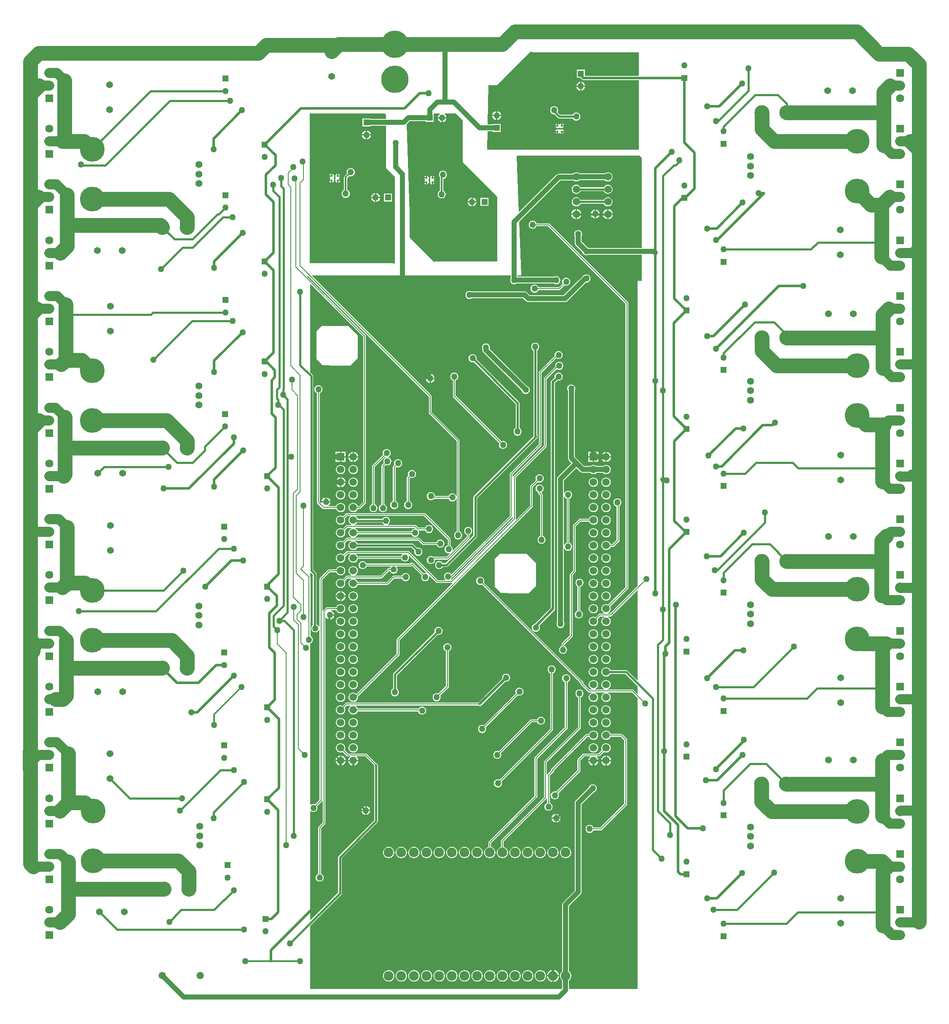
<source format=gbl>
G04 Layer_Physical_Order=2*
G04 Layer_Color=16711680*
%FSLAX44Y44*%
%MOMM*%
G71*
G01*
G75*
%ADD30C,1.0000*%
%ADD31C,0.3000*%
%ADD32C,0.5000*%
%ADD33C,0.4000*%
%ADD34C,0.2000*%
%ADD35C,3.0000*%
%ADD36C,2.0000*%
%ADD37C,1.3716*%
%ADD38C,1.2700*%
%ADD39R,1.2700X1.2700*%
%ADD40C,1.3970*%
%ADD41C,4.9784*%
%ADD42R,1.2700X1.2700*%
%ADD43C,1.9304*%
%ADD44C,5.5000*%
%ADD45R,1.6256X1.6256*%
%ADD46C,1.6256*%
%ADD47C,1.4732*%
%ADD48C,3.0000*%
%ADD49R,1.5080X1.5080*%
%ADD50C,1.5080*%
%ADD51C,0.4000*%
%ADD52C,1.4986*%
G36*
X737870Y1793240D02*
Y1784250D01*
X706550D01*
Y1785542D01*
X690450D01*
Y1769442D01*
X706550D01*
Y1770734D01*
X737870D01*
Y1686560D01*
X755650Y1668780D01*
Y1496060D01*
X753110Y1493520D01*
X751840Y1494790D01*
X584200D01*
Y1795780D01*
X735330D01*
X737870Y1793240D01*
D02*
G37*
G36*
X891540Y1781810D02*
Y1697990D01*
X961390Y1628140D01*
Y1498600D01*
X835660D01*
X834390Y1497330D01*
X784860Y1546860D01*
Y1596390D01*
X779197Y1774210D01*
X785119Y1780132D01*
X817450D01*
Y1778840D01*
X833550D01*
Y1794940D01*
X834472Y1795780D01*
X845374D01*
X845636Y1795229D01*
X845719Y1794510D01*
X844052Y1793230D01*
X842627Y1791373D01*
X841731Y1789211D01*
X841592Y1788160D01*
X850392D01*
X859192D01*
X859053Y1789211D01*
X858157Y1791373D01*
X856732Y1793230D01*
X855065Y1794510D01*
X855148Y1795229D01*
X855410Y1795780D01*
X877570D01*
X891540Y1781810D01*
D02*
G37*
G36*
X22860Y477520D02*
X21590Y476250D01*
X7620D01*
Y516890D01*
X22860D01*
Y477520D01*
D02*
G37*
G36*
X590588Y869657D02*
Y768278D01*
X589889Y767741D01*
X588598Y766060D01*
X587787Y764101D01*
X587510Y762000D01*
X587787Y759899D01*
X588598Y757940D01*
X589889Y756259D01*
X591570Y754968D01*
X593529Y754157D01*
X595630Y753880D01*
X597732Y754157D01*
X599690Y754968D01*
X601371Y756259D01*
X602662Y757940D01*
X603037Y758847D01*
X604307Y758594D01*
Y417700D01*
X595228Y408621D01*
X593922Y409163D01*
X591820Y409440D01*
X589719Y409163D01*
X587760Y408352D01*
X586740Y407569D01*
X585470Y408195D01*
Y731479D01*
X586990Y732108D01*
X588671Y733399D01*
X589962Y735080D01*
X590773Y737038D01*
X591049Y739140D01*
X590773Y741242D01*
X589962Y743200D01*
X588671Y744881D01*
X586990Y746172D01*
X585843Y746647D01*
Y864710D01*
X585843Y864710D01*
X585633Y865763D01*
X585470Y866008D01*
Y873115D01*
X586643Y873602D01*
X590588Y869657D01*
D02*
G37*
G36*
X1251303Y1706880D02*
Y1525678D01*
X1144877D01*
X1144520Y1525952D01*
X1142561Y1526763D01*
X1142115Y1526821D01*
X1130708Y1538229D01*
Y1548793D01*
X1130982Y1549150D01*
X1131793Y1551109D01*
X1132069Y1553210D01*
X1131793Y1555311D01*
X1130982Y1557270D01*
X1129691Y1558951D01*
X1128010Y1560242D01*
X1126051Y1561053D01*
X1123950Y1561329D01*
X1121849Y1561053D01*
X1119890Y1560242D01*
X1118209Y1558951D01*
X1116918Y1557270D01*
X1116107Y1555311D01*
X1115831Y1553210D01*
X1116107Y1551109D01*
X1116918Y1549150D01*
X1117192Y1548793D01*
Y1535430D01*
X1117422Y1533681D01*
X1118098Y1532051D01*
X1119172Y1530652D01*
X1132559Y1517265D01*
X1132617Y1516819D01*
X1133428Y1514860D01*
X1134719Y1513179D01*
X1136400Y1511888D01*
X1138359Y1511077D01*
X1140460Y1510800D01*
X1142561Y1511077D01*
X1144520Y1511888D01*
X1144877Y1512162D01*
X1251303D01*
Y1459230D01*
X1243525D01*
Y847368D01*
X1187580Y791423D01*
X1183279D01*
X1183027Y792693D01*
X1184490Y793299D01*
X1186420Y794780D01*
X1187901Y796710D01*
X1188832Y798958D01*
X1189150Y801370D01*
X1188832Y803782D01*
X1188042Y805689D01*
X1223687Y841333D01*
X1223687Y841333D01*
X1224283Y842226D01*
X1224493Y843280D01*
Y1414780D01*
X1224283Y1415833D01*
X1223687Y1416727D01*
X1181183Y1459230D01*
X1170927Y1469487D01*
D01*
X1066207Y1574207D01*
X1065313Y1574803D01*
X1064260Y1575013D01*
X1040083D01*
X1039542Y1576320D01*
X1038251Y1578001D01*
X1036570Y1579292D01*
X1034612Y1580103D01*
X1032510Y1580379D01*
X1030408Y1580103D01*
X1028450Y1579292D01*
X1026769Y1578001D01*
X1025478Y1576320D01*
X1024667Y1574362D01*
X1024390Y1572260D01*
X1024667Y1570159D01*
X1025478Y1568200D01*
X1026769Y1566519D01*
X1028450Y1565228D01*
X1030408Y1564417D01*
X1032510Y1564140D01*
X1034612Y1564417D01*
X1036570Y1565228D01*
X1038251Y1566519D01*
X1039542Y1568200D01*
X1040083Y1569507D01*
X1063120D01*
X1161967Y1470660D01*
X1218987Y1413640D01*
Y844420D01*
X1184149Y809582D01*
X1182242Y810372D01*
X1179830Y810690D01*
X1177418Y810372D01*
X1175170Y809441D01*
X1173240Y807960D01*
X1171759Y806030D01*
X1170828Y803782D01*
X1170510Y801370D01*
X1170828Y798958D01*
X1171759Y796710D01*
X1173240Y794780D01*
X1175170Y793299D01*
X1176633Y792693D01*
X1176380Y791423D01*
X1167130D01*
X1167130Y791423D01*
X1166077Y791213D01*
X1165183Y790617D01*
X1165183Y790617D01*
X1158749Y784182D01*
X1156842Y784972D01*
X1154430Y785290D01*
X1152018Y784972D01*
X1149770Y784041D01*
X1147840Y782560D01*
X1146359Y780630D01*
X1145428Y778382D01*
X1145110Y775970D01*
X1145428Y773558D01*
X1146359Y771310D01*
X1147840Y769380D01*
X1149770Y767899D01*
X1152018Y766968D01*
X1154430Y766650D01*
X1156842Y766968D01*
X1159090Y767899D01*
X1161020Y769380D01*
X1162501Y771310D01*
X1163432Y773558D01*
X1163750Y775970D01*
X1163432Y778382D01*
X1162642Y780289D01*
X1168270Y785917D01*
X1176380D01*
X1176633Y784647D01*
X1175170Y784041D01*
X1173240Y782560D01*
X1171759Y780630D01*
X1170828Y778382D01*
X1170510Y775970D01*
X1170828Y773558D01*
X1171759Y771310D01*
X1173240Y769380D01*
X1175170Y767899D01*
X1177418Y766968D01*
X1179830Y766650D01*
X1182242Y766968D01*
X1184490Y767899D01*
X1186420Y769380D01*
X1187901Y771310D01*
X1188832Y773558D01*
X1189150Y775970D01*
X1188832Y778382D01*
X1187901Y780630D01*
X1186420Y782560D01*
X1184490Y784041D01*
X1183027Y784647D01*
X1183279Y785917D01*
X1188720D01*
X1189773Y786127D01*
X1190667Y786723D01*
X1242351Y838408D01*
X1243525Y837922D01*
Y658310D01*
X1242351Y657824D01*
X1223138Y677038D01*
X1221914Y677855D01*
X1220470Y678142D01*
X1220470Y678142D01*
X1188269D01*
X1187901Y679030D01*
X1186420Y680960D01*
X1184490Y682441D01*
X1182242Y683372D01*
X1179830Y683690D01*
X1177418Y683372D01*
X1175170Y682441D01*
X1173240Y680960D01*
X1171759Y679030D01*
X1170828Y676782D01*
X1170510Y674370D01*
X1170828Y671958D01*
X1171759Y669710D01*
X1173240Y667780D01*
X1175170Y666299D01*
X1177418Y665368D01*
X1179830Y665050D01*
X1182242Y665368D01*
X1184490Y666299D01*
X1186420Y667780D01*
X1187901Y669710D01*
X1188269Y670598D01*
X1218907D01*
X1243525Y645980D01*
Y631468D01*
X1242351Y630982D01*
X1235117Y638217D01*
X1234223Y638813D01*
X1233170Y639023D01*
X1183279D01*
X1183027Y640293D01*
X1184490Y640899D01*
X1186420Y642380D01*
X1187901Y644310D01*
X1188832Y646558D01*
X1189150Y648970D01*
X1188832Y651382D01*
X1187901Y653630D01*
X1186420Y655560D01*
X1184490Y657041D01*
X1182242Y657972D01*
X1179830Y658290D01*
X1177418Y657972D01*
X1175170Y657041D01*
X1173240Y655560D01*
X1171759Y653630D01*
X1170828Y651382D01*
X1170510Y648970D01*
X1170828Y646558D01*
X1171759Y644310D01*
X1173240Y642380D01*
X1175170Y640899D01*
X1176633Y640293D01*
X1176380Y639023D01*
X1157879D01*
X1157627Y640293D01*
X1159090Y640899D01*
X1161020Y642380D01*
X1162501Y644310D01*
X1163432Y646558D01*
X1163750Y648970D01*
X1163432Y651382D01*
X1162501Y653630D01*
X1161020Y655560D01*
X1159090Y657041D01*
X1156842Y657972D01*
X1154430Y658290D01*
X1152018Y657972D01*
X1149770Y657041D01*
X1147840Y655560D01*
X1146359Y653630D01*
X1145428Y651382D01*
X1145110Y648970D01*
X1145428Y646558D01*
X1146359Y644310D01*
X1147840Y642380D01*
X1149770Y640899D01*
X1151233Y640293D01*
X1150981Y639023D01*
X1146680D01*
X1134323Y651380D01*
Y654050D01*
X1134113Y655104D01*
X1133517Y655997D01*
X1132624Y656593D01*
X1131570Y656803D01*
X1131440D01*
X934401Y853842D01*
X934943Y855148D01*
X935219Y857250D01*
X934943Y859352D01*
X934132Y861310D01*
X932841Y862991D01*
X931160Y864282D01*
X929202Y865093D01*
X927100Y865369D01*
X924998Y865093D01*
X923040Y864282D01*
X921359Y862991D01*
X920068Y861310D01*
X919257Y859352D01*
X918980Y857250D01*
X919257Y855148D01*
X920068Y853190D01*
X921359Y851509D01*
X923040Y850218D01*
X924998Y849407D01*
X927100Y849130D01*
X929202Y849407D01*
X930508Y849949D01*
X1128353Y652104D01*
X1128353Y652103D01*
X1128817Y651794D01*
Y650240D01*
X1129027Y649186D01*
X1129623Y648293D01*
X1143593Y634324D01*
X1143593Y634323D01*
X1144486Y633727D01*
X1145540Y633517D01*
X1150981D01*
X1151233Y632247D01*
X1149770Y631641D01*
X1147840Y630160D01*
X1146359Y628230D01*
X1145428Y625982D01*
X1145110Y623570D01*
X1145428Y621158D01*
X1146359Y618910D01*
X1147840Y616980D01*
X1149770Y615499D01*
X1152018Y614568D01*
X1154430Y614250D01*
X1156842Y614568D01*
X1159090Y615499D01*
X1161020Y616980D01*
X1162501Y618910D01*
X1163432Y621158D01*
X1163750Y623570D01*
X1163432Y625982D01*
X1162501Y628230D01*
X1161020Y630160D01*
X1159090Y631641D01*
X1157627Y632247D01*
X1157879Y633517D01*
X1176380D01*
X1176633Y632247D01*
X1175170Y631641D01*
X1173240Y630160D01*
X1171759Y628230D01*
X1170828Y625982D01*
X1170510Y623570D01*
X1170828Y621158D01*
X1171759Y618910D01*
X1173240Y616980D01*
X1175170Y615499D01*
X1177418Y614568D01*
X1179830Y614250D01*
X1182242Y614568D01*
X1184490Y615499D01*
X1186420Y616980D01*
X1187901Y618910D01*
X1188832Y621158D01*
X1189150Y623570D01*
X1188832Y625982D01*
X1187901Y628230D01*
X1186420Y630160D01*
X1184490Y631641D01*
X1183027Y632247D01*
X1183279Y633517D01*
X1232030D01*
X1243525Y622022D01*
Y38100D01*
X1105408D01*
Y55107D01*
X1106746Y56134D01*
X1108566Y58505D01*
X1109710Y61266D01*
X1110100Y64230D01*
X1109710Y67193D01*
X1108566Y69955D01*
X1106746Y72326D01*
X1105408Y73353D01*
Y204311D01*
X1128728Y227631D01*
X1129802Y229031D01*
X1130478Y230661D01*
X1130708Y232410D01*
Y408681D01*
X1154815Y432789D01*
X1155262Y432847D01*
X1157220Y433658D01*
X1158901Y434949D01*
X1160192Y436630D01*
X1161003Y438588D01*
X1161280Y440690D01*
X1161003Y442791D01*
X1160192Y444750D01*
X1158901Y446431D01*
X1157220Y447722D01*
X1155262Y448533D01*
X1153160Y448810D01*
X1151059Y448533D01*
X1149100Y447722D01*
X1147419Y446431D01*
X1146128Y444750D01*
X1145317Y442791D01*
X1145258Y442345D01*
X1119172Y416259D01*
X1118098Y414859D01*
X1117422Y413229D01*
X1117192Y411480D01*
Y235209D01*
X1093872Y211889D01*
X1092798Y210489D01*
X1092122Y208859D01*
X1091892Y207110D01*
Y73353D01*
X1090554Y72326D01*
X1088734Y69955D01*
X1087590Y67193D01*
X1087200Y64230D01*
X1087590Y61266D01*
X1088734Y58505D01*
X1090554Y56134D01*
X1091892Y55107D01*
Y38459D01*
X1091533Y38100D01*
X585470D01*
Y164845D01*
X647828Y227202D01*
X647828Y227202D01*
X648645Y228426D01*
X648932Y229870D01*
X648932Y229870D01*
Y300697D01*
X720218Y371982D01*
X720218Y371982D01*
X721035Y373206D01*
X721322Y374650D01*
X721322Y374650D01*
Y487680D01*
X721035Y489124D01*
X720218Y490348D01*
X718994Y491165D01*
X717701Y491423D01*
X699177Y509947D01*
X698283Y510543D01*
X697230Y510753D01*
X661540D01*
X654642Y517651D01*
X655432Y519558D01*
X655750Y521970D01*
X655432Y524382D01*
X654501Y526630D01*
X653020Y528560D01*
X651090Y530041D01*
X648842Y530972D01*
X646430Y531290D01*
X644018Y530972D01*
X641770Y530041D01*
X639840Y528560D01*
X638359Y526630D01*
X637428Y524382D01*
X637110Y521970D01*
X637428Y519558D01*
X638359Y517310D01*
X639840Y515380D01*
X641770Y513899D01*
X644018Y512968D01*
X646430Y512650D01*
X648842Y512968D01*
X650749Y513758D01*
X658453Y506054D01*
X658453Y506053D01*
X659346Y505457D01*
X660400Y505247D01*
X664605D01*
X665013Y504044D01*
X664641Y503759D01*
X663025Y501654D01*
X662010Y499201D01*
X661830Y497840D01*
X681830D01*
X681650Y499201D01*
X680635Y501654D01*
X679019Y503759D01*
X678647Y504044D01*
X679055Y505247D01*
X696090D01*
X713777Y487559D01*
Y376213D01*
X642492Y304928D01*
X641675Y303704D01*
X641387Y302260D01*
X641387Y302260D01*
Y231433D01*
X586643Y176688D01*
X585470Y177174D01*
Y394445D01*
X586740Y395071D01*
X587760Y394288D01*
X589719Y393477D01*
X591820Y393200D01*
X593922Y393477D01*
X595880Y394288D01*
X597561Y395579D01*
X598852Y397260D01*
X599663Y399218D01*
X599939Y401320D01*
X599663Y403422D01*
X599122Y404728D01*
X609007Y414613D01*
X609387Y415183D01*
X610657Y414798D01*
Y371980D01*
X602573Y363897D01*
X601977Y363004D01*
X601767Y361950D01*
Y269193D01*
X600460Y268652D01*
X598779Y267361D01*
X597488Y265680D01*
X596677Y263722D01*
X596400Y261620D01*
X596677Y259519D01*
X597488Y257560D01*
X598779Y255879D01*
X600460Y254588D01*
X602419Y253777D01*
X604520Y253500D01*
X606622Y253777D01*
X608580Y254588D01*
X610261Y255879D01*
X611552Y257560D01*
X612363Y259519D01*
X612640Y261620D01*
X612363Y263722D01*
X611552Y265680D01*
X610261Y267361D01*
X608580Y268652D01*
X607273Y269193D01*
Y360810D01*
X615356Y368893D01*
X615357Y368893D01*
X615953Y369786D01*
X616163Y370840D01*
X616163Y370840D01*
Y783289D01*
X617433Y783720D01*
X618500Y782330D01*
X620357Y780905D01*
X622519Y780009D01*
X623570Y779871D01*
Y788670D01*
X624840D01*
Y789940D01*
X633639D01*
X633501Y790991D01*
X632605Y793153D01*
X631180Y795010D01*
X629323Y796435D01*
X627161Y797331D01*
X627040Y797347D01*
X627123Y798617D01*
X637569D01*
X638359Y796710D01*
X639840Y794780D01*
X641770Y793299D01*
X644018Y792368D01*
X646430Y792050D01*
X648842Y792368D01*
X651090Y793299D01*
X653020Y794780D01*
X654501Y796710D01*
X655432Y798958D01*
X655750Y801370D01*
X655432Y803782D01*
X654501Y806030D01*
X653020Y807960D01*
X651090Y809441D01*
X648842Y810372D01*
X646430Y810690D01*
X644018Y810372D01*
X641770Y809441D01*
X639840Y807960D01*
X638359Y806030D01*
X637569Y804123D01*
X618490D01*
X618490Y804123D01*
X617436Y803913D01*
X616543Y803317D01*
X616543Y803316D01*
X611463Y798237D01*
X611083Y797667D01*
X609813Y798052D01*
Y859920D01*
X624710Y874817D01*
X637569D01*
X638359Y872910D01*
X639840Y870980D01*
X641770Y869499D01*
X644018Y868568D01*
X646430Y868250D01*
X648842Y868568D01*
X651090Y869499D01*
X653020Y870980D01*
X654501Y872910D01*
X655432Y875158D01*
X655750Y877570D01*
X655432Y879982D01*
X654501Y882230D01*
X653020Y884160D01*
X651090Y885641D01*
X648842Y886572D01*
X646430Y886890D01*
X644018Y886572D01*
X641770Y885641D01*
X639840Y884160D01*
X638359Y882230D01*
X637569Y880323D01*
X623570D01*
X623570Y880323D01*
X622517Y880113D01*
X621623Y879517D01*
X605113Y863007D01*
X604517Y862113D01*
X604307Y861060D01*
Y765406D01*
X603037Y765153D01*
X602662Y766060D01*
X601371Y767741D01*
X599690Y769032D01*
X598133Y769677D01*
Y871220D01*
X597845Y872664D01*
X597028Y873888D01*
X597028Y873888D01*
X591403Y879513D01*
Y1267840D01*
X591115Y1269284D01*
X590298Y1270508D01*
X585470Y1275335D01*
Y1452407D01*
X586643Y1452894D01*
X691937Y1347600D01*
Y1015870D01*
X683390Y1007323D01*
X680691D01*
X679901Y1009230D01*
X678420Y1011160D01*
X676490Y1012641D01*
X674242Y1013572D01*
X671830Y1013890D01*
X669418Y1013572D01*
X667170Y1012641D01*
X665240Y1011160D01*
X663759Y1009230D01*
X662828Y1006982D01*
X662510Y1004570D01*
X662828Y1002158D01*
X663759Y999910D01*
X665240Y997980D01*
X667170Y996499D01*
X669418Y995568D01*
X671830Y995250D01*
X674242Y995568D01*
X676490Y996499D01*
X678420Y997980D01*
X679901Y999910D01*
X680691Y1001817D01*
X684530D01*
X685583Y1002027D01*
X686477Y1002623D01*
X696637Y1012783D01*
X696637Y1012783D01*
X697233Y1013677D01*
X697443Y1014730D01*
Y1348740D01*
X697443Y1348740D01*
X697233Y1349794D01*
X696637Y1350687D01*
X579259Y1468064D01*
X581081Y1469886D01*
X824017Y1226950D01*
Y1195070D01*
X824227Y1194016D01*
X824823Y1193123D01*
X879897Y1138050D01*
Y1028296D01*
X878627Y1028043D01*
X878252Y1028950D01*
X876961Y1030631D01*
X875280Y1031922D01*
X873322Y1032733D01*
X871220Y1033009D01*
X869118Y1032733D01*
X867160Y1031922D01*
X865479Y1030631D01*
X864188Y1028950D01*
X863647Y1027643D01*
X836131D01*
X835883Y1029531D01*
X835072Y1031490D01*
X833781Y1033171D01*
X832100Y1034462D01*
X830142Y1035273D01*
X828040Y1035549D01*
X825938Y1035273D01*
X823980Y1034462D01*
X822299Y1033171D01*
X821008Y1031490D01*
X820197Y1029531D01*
X819921Y1027430D01*
X820197Y1025329D01*
X821008Y1023370D01*
X822299Y1021689D01*
X823980Y1020398D01*
X825938Y1019587D01*
X828040Y1019311D01*
X830142Y1019587D01*
X832100Y1020398D01*
X833781Y1021689D01*
X834125Y1022137D01*
X863647D01*
X864188Y1020830D01*
X865479Y1019149D01*
X867160Y1017858D01*
X869118Y1017047D01*
X871220Y1016770D01*
X873322Y1017047D01*
X875280Y1017858D01*
X876961Y1019149D01*
X878252Y1020830D01*
X878627Y1021737D01*
X879897Y1021484D01*
Y956263D01*
X878590Y955722D01*
X876909Y954431D01*
X875618Y952750D01*
X874807Y950791D01*
X874530Y948690D01*
X874807Y946589D01*
X875618Y944630D01*
X876909Y942949D01*
X878590Y941658D01*
X880548Y940847D01*
X882650Y940571D01*
X884752Y940847D01*
X886710Y941658D01*
X888391Y942949D01*
X889682Y944630D01*
X890493Y946589D01*
X890770Y948690D01*
X890493Y950791D01*
X889682Y952750D01*
X888391Y954431D01*
X886710Y955722D01*
X885403Y956263D01*
Y1139190D01*
X885403Y1139190D01*
X885193Y1140244D01*
X884597Y1141137D01*
X829523Y1196210D01*
Y1228090D01*
X829523Y1228090D01*
X829313Y1229144D01*
X828717Y1230037D01*
X828717Y1230037D01*
X589267Y1469487D01*
X589753Y1470660D01*
X988541D01*
Y1465298D01*
X988267Y1464941D01*
X987456Y1462982D01*
X987179Y1460881D01*
X987456Y1458779D01*
X988267Y1456821D01*
X989558Y1455140D01*
X991239Y1453849D01*
X993197Y1453038D01*
X995299Y1452762D01*
X997401Y1453038D01*
X999359Y1453849D01*
X999716Y1454123D01*
X1075464D01*
X1075821Y1453849D01*
X1077779Y1453038D01*
X1079881Y1452762D01*
X1081982Y1453038D01*
X1083941Y1453849D01*
X1085622Y1455140D01*
X1086913Y1456821D01*
X1087724Y1458779D01*
X1088000Y1460881D01*
X1087724Y1462982D01*
X1086913Y1464941D01*
X1085622Y1466622D01*
X1083941Y1467913D01*
X1081982Y1468724D01*
X1079881Y1469001D01*
X1077779Y1468724D01*
X1075821Y1467913D01*
X1075464Y1467639D01*
X1002057D01*
Y1470660D01*
X1009541D01*
X1005182Y1578555D01*
X1087379Y1660752D01*
X1114981D01*
X1115504Y1660351D01*
X1117740Y1659425D01*
X1120140Y1659109D01*
X1122540Y1659425D01*
X1124776Y1660351D01*
X1126434Y1661623D01*
X1177346D01*
X1179004Y1660351D01*
X1181240Y1659425D01*
X1183640Y1659109D01*
X1186040Y1659425D01*
X1188276Y1660351D01*
X1190197Y1661825D01*
X1191670Y1663745D01*
X1192596Y1665981D01*
X1192912Y1668381D01*
X1192596Y1670781D01*
X1191670Y1673017D01*
X1190197Y1674938D01*
X1188276Y1676411D01*
X1186040Y1677338D01*
X1183640Y1677654D01*
X1181240Y1677338D01*
X1179004Y1676411D01*
X1177346Y1675139D01*
X1126434D01*
X1124776Y1676411D01*
X1122540Y1677338D01*
X1120140Y1677654D01*
X1117740Y1677338D01*
X1115504Y1676411D01*
X1113584Y1674938D01*
X1113069Y1674268D01*
X1084580D01*
X1082831Y1674037D01*
X1081201Y1673362D01*
X1079801Y1672289D01*
X1005559Y1598046D01*
X1004376Y1598508D01*
X999880Y1709774D01*
X1000760Y1710690D01*
X1244953D01*
X1246223Y1711960D01*
X1251303Y1706880D01*
D02*
G37*
G36*
X1031240Y1917936D02*
X1245870D01*
Y1871182D01*
X1137080D01*
Y1883332D01*
X1120980D01*
Y1867232D01*
X1127722D01*
X1131082Y1863872D01*
X1132471Y1862944D01*
X1134110Y1862618D01*
X1245870D01*
Y1723626D01*
X1244600Y1722356D01*
X941977D01*
X941088Y1723263D01*
X941804Y1759812D01*
X952070D01*
Y1758520D01*
X968170D01*
Y1774620D01*
X952070D01*
Y1773328D01*
X942976D01*
X942087Y1774235D01*
X943610Y1851896D01*
X960120D01*
X1028700Y1920476D01*
X1031240Y1917936D01*
D02*
G37*
%LPC*%
G36*
X715648Y1625600D02*
X708119D01*
X708257Y1624549D01*
X709153Y1622387D01*
X710578Y1620530D01*
X712435Y1619105D01*
X714597Y1618209D01*
X715648Y1618071D01*
Y1625600D01*
D02*
G37*
G36*
X725717D02*
X718188D01*
Y1618071D01*
X719239Y1618209D01*
X721401Y1619105D01*
X723259Y1620530D01*
X724683Y1622387D01*
X725579Y1624549D01*
X725717Y1625600D01*
D02*
G37*
G36*
X749860Y1634920D02*
X733760D01*
Y1618820D01*
X749860D01*
Y1634920D01*
D02*
G37*
G36*
X715648Y1635670D02*
X714597Y1635531D01*
X712435Y1634635D01*
X710578Y1633210D01*
X709153Y1631353D01*
X708257Y1629191D01*
X708119Y1628140D01*
X715648D01*
Y1635670D01*
D02*
G37*
G36*
X718188D02*
Y1628140D01*
X725717D01*
X725579Y1629191D01*
X724683Y1631353D01*
X723259Y1633210D01*
X721401Y1634635D01*
X719239Y1635531D01*
X718188Y1635670D01*
D02*
G37*
G36*
X627510Y1659890D02*
X624404D01*
X624503Y1659389D01*
X625507Y1657887D01*
X627009Y1656883D01*
X627510Y1656784D01*
Y1659890D01*
D02*
G37*
G36*
X666880Y1685789D02*
X664779Y1685513D01*
X662820Y1684702D01*
X661139Y1683411D01*
X659848Y1681730D01*
X659037Y1679772D01*
X658761Y1677670D01*
X659037Y1675569D01*
X659367Y1674772D01*
X654413Y1669817D01*
X653706Y1668759D01*
X653457Y1667510D01*
Y1641852D01*
X652660Y1641522D01*
X650979Y1640231D01*
X649688Y1638550D01*
X648877Y1636591D01*
X648601Y1634490D01*
X648877Y1632388D01*
X649688Y1630430D01*
X650979Y1628749D01*
X652660Y1627458D01*
X654619Y1626647D01*
X656720Y1626371D01*
X658821Y1626647D01*
X660780Y1627458D01*
X662461Y1628749D01*
X663752Y1630430D01*
X664563Y1632388D01*
X664839Y1634490D01*
X664563Y1636591D01*
X663752Y1638550D01*
X662461Y1640231D01*
X660780Y1641522D01*
X659983Y1641852D01*
Y1666159D01*
X663981Y1670157D01*
X664779Y1669827D01*
X666880Y1669550D01*
X668981Y1669827D01*
X670940Y1670638D01*
X672621Y1671929D01*
X673912Y1673610D01*
X674723Y1675569D01*
X674999Y1677670D01*
X674723Y1679772D01*
X673912Y1681730D01*
X672621Y1683411D01*
X670940Y1684702D01*
X668981Y1685513D01*
X666880Y1685789D01*
D02*
G37*
G36*
X627510Y1674536D02*
X627009Y1674437D01*
X625507Y1673433D01*
X624503Y1671931D01*
X624404Y1671430D01*
X627510D01*
Y1674536D01*
D02*
G37*
G36*
X639510D02*
X639009Y1674437D01*
X637507Y1673433D01*
X636503Y1671931D01*
X636151Y1670160D01*
X636050Y1670059D01*
Y1665660D01*
Y1661261D01*
X636151Y1661160D01*
X636503Y1659389D01*
X637507Y1657887D01*
X639009Y1656883D01*
X639510Y1656784D01*
Y1661160D01*
X640780D01*
Y1662430D01*
X645156D01*
X645057Y1662931D01*
X644053Y1664433D01*
X643360Y1664896D01*
Y1666424D01*
X644053Y1666887D01*
X645057Y1668389D01*
X645156Y1668890D01*
X640780D01*
Y1670160D01*
X639510D01*
Y1674536D01*
D02*
G37*
G36*
X630050Y1674536D02*
Y1670160D01*
X628780D01*
Y1668890D01*
X624404D01*
X624503Y1668389D01*
X625507Y1666887D01*
X626200Y1666424D01*
Y1664896D01*
X625507Y1664433D01*
X624503Y1662931D01*
X624404Y1662430D01*
X628780D01*
Y1661160D01*
X630050D01*
Y1656784D01*
X630551Y1656883D01*
X632053Y1657887D01*
X633057Y1659389D01*
X633409Y1661160D01*
X633510Y1661261D01*
Y1665660D01*
Y1670059D01*
X633409Y1670160D01*
X633057Y1671931D01*
X632053Y1673433D01*
X630551Y1674437D01*
X630050Y1674536D01*
D02*
G37*
G36*
X645156Y1659890D02*
X642050D01*
Y1656784D01*
X642551Y1656883D01*
X644053Y1657887D01*
X645057Y1659389D01*
X645156Y1659890D01*
D02*
G37*
G36*
X699770Y1761400D02*
Y1753870D01*
X707299D01*
X707161Y1754921D01*
X706265Y1757083D01*
X704840Y1758940D01*
X702983Y1760365D01*
X700821Y1761261D01*
X699770Y1761400D01*
D02*
G37*
G36*
X697230D02*
X696179Y1761261D01*
X694017Y1760365D01*
X692160Y1758940D01*
X690735Y1757083D01*
X689839Y1754921D01*
X689700Y1753870D01*
X697230D01*
Y1761400D01*
D02*
G37*
G36*
X642050Y1674536D02*
Y1671430D01*
X645156D01*
X645057Y1671931D01*
X644053Y1673433D01*
X642551Y1674437D01*
X642050Y1674536D01*
D02*
G37*
G36*
X697230Y1751330D02*
X689700D01*
X689839Y1750279D01*
X690735Y1748117D01*
X692160Y1746260D01*
X694017Y1744835D01*
X696179Y1743939D01*
X697230Y1743801D01*
Y1751330D01*
D02*
G37*
G36*
X707299D02*
X699770D01*
Y1743801D01*
X700821Y1743939D01*
X702983Y1744835D01*
X704840Y1746260D01*
X706265Y1748117D01*
X707161Y1750279D01*
X707299Y1751330D01*
D02*
G37*
G36*
X911860Y1626779D02*
Y1619250D01*
X919389D01*
X919251Y1620301D01*
X918355Y1622463D01*
X916930Y1624320D01*
X915073Y1625745D01*
X912911Y1626641D01*
X911860Y1626779D01*
D02*
G37*
G36*
X852170Y1680710D02*
X850069Y1680433D01*
X848110Y1679622D01*
X846429Y1678331D01*
X845138Y1676650D01*
X844327Y1674691D01*
X844051Y1672590D01*
X844327Y1670488D01*
X845138Y1668530D01*
X846367Y1666929D01*
Y1640582D01*
X845570Y1640252D01*
X843889Y1638961D01*
X842598Y1637280D01*
X841787Y1635322D01*
X841510Y1633220D01*
X841787Y1631118D01*
X842598Y1629160D01*
X843889Y1627479D01*
X845570Y1626188D01*
X847529Y1625377D01*
X849630Y1625101D01*
X851731Y1625377D01*
X853690Y1626188D01*
X855371Y1627479D01*
X856662Y1629160D01*
X857473Y1631118D01*
X857749Y1633220D01*
X857473Y1635322D01*
X856662Y1637280D01*
X855371Y1638961D01*
X853690Y1640252D01*
X852893Y1640582D01*
Y1664566D01*
X854271Y1664747D01*
X856230Y1665558D01*
X857911Y1666849D01*
X859202Y1668530D01*
X860013Y1670488D01*
X860290Y1672590D01*
X860013Y1674691D01*
X859202Y1676650D01*
X857911Y1678331D01*
X856230Y1679622D01*
X854271Y1680433D01*
X852170Y1680710D01*
D02*
G37*
G36*
X909320Y1626779D02*
X908269Y1626641D01*
X906107Y1625745D01*
X904250Y1624320D01*
X902825Y1622463D01*
X901929Y1620301D01*
X901790Y1619250D01*
X909320D01*
Y1626779D01*
D02*
G37*
G36*
X835526Y1655970D02*
X832420D01*
Y1652864D01*
X832921Y1652963D01*
X834423Y1653967D01*
X835427Y1655469D01*
X835526Y1655970D01*
D02*
G37*
G36*
X817880D02*
X814774D01*
X814873Y1655469D01*
X815877Y1653967D01*
X817379Y1652963D01*
X817880Y1652864D01*
Y1655970D01*
D02*
G37*
G36*
X829880Y1670616D02*
X829379Y1670517D01*
X827877Y1669513D01*
X826873Y1668011D01*
X826521Y1666240D01*
X826420Y1666139D01*
Y1661740D01*
Y1657341D01*
X826521Y1657240D01*
X826873Y1655469D01*
X827877Y1653967D01*
X829379Y1652963D01*
X829880Y1652864D01*
Y1657240D01*
X831150D01*
Y1658510D01*
X835526D01*
X835427Y1659011D01*
X834423Y1660513D01*
X833730Y1660976D01*
Y1662504D01*
X834423Y1662967D01*
X835427Y1664469D01*
X835526Y1664970D01*
X831150D01*
Y1666240D01*
X829880D01*
Y1670616D01*
D02*
G37*
G36*
X820420D02*
Y1666240D01*
X819150D01*
Y1664970D01*
X814774D01*
X814873Y1664469D01*
X815877Y1662967D01*
X816570Y1662504D01*
Y1660976D01*
X815877Y1660513D01*
X814873Y1659011D01*
X814774Y1658510D01*
X819150D01*
Y1657240D01*
X820420D01*
Y1652864D01*
X820921Y1652963D01*
X822423Y1653967D01*
X823427Y1655469D01*
X823779Y1657240D01*
X823880Y1657341D01*
Y1661740D01*
Y1666139D01*
X823779Y1666240D01*
X823427Y1668011D01*
X822423Y1669513D01*
X820921Y1670517D01*
X820420Y1670616D01*
D02*
G37*
G36*
X943532Y1626030D02*
X927432D01*
Y1609930D01*
X943532D01*
Y1626030D01*
D02*
G37*
G36*
X909320Y1616710D02*
X901790D01*
X901929Y1615659D01*
X902825Y1613497D01*
X904250Y1611640D01*
X906107Y1610215D01*
X908269Y1609319D01*
X909320Y1609180D01*
Y1616710D01*
D02*
G37*
G36*
X919389D02*
X911860D01*
Y1609180D01*
X912911Y1609319D01*
X915073Y1610215D01*
X916930Y1611640D01*
X918355Y1613497D01*
X919251Y1615659D01*
X919389Y1616710D01*
D02*
G37*
G36*
X859192Y1785620D02*
X851662D01*
Y1778091D01*
X852713Y1778229D01*
X854875Y1779125D01*
X856732Y1780550D01*
X858157Y1782407D01*
X859053Y1784569D01*
X859192Y1785620D01*
D02*
G37*
G36*
X849122D02*
X841592D01*
X841731Y1784569D01*
X842627Y1782407D01*
X844052Y1780550D01*
X845909Y1779125D01*
X848071Y1778229D01*
X849122Y1778091D01*
Y1785620D01*
D02*
G37*
G36*
X832420Y1670616D02*
Y1667510D01*
X835526D01*
X835427Y1668011D01*
X834423Y1669513D01*
X832921Y1670517D01*
X832420Y1670616D01*
D02*
G37*
G36*
X817880D02*
X817379Y1670517D01*
X815877Y1669513D01*
X814873Y1668011D01*
X814774Y1667510D01*
X817880D01*
Y1670616D01*
D02*
G37*
G36*
X1154430Y683690D02*
X1152018Y683372D01*
X1149770Y682441D01*
X1147840Y680960D01*
X1146359Y679030D01*
X1145428Y676782D01*
X1145110Y674370D01*
X1145428Y671958D01*
X1146359Y669710D01*
X1147840Y667780D01*
X1149770Y666299D01*
X1152018Y665368D01*
X1154430Y665050D01*
X1156842Y665368D01*
X1159090Y666299D01*
X1161020Y667780D01*
X1162501Y669710D01*
X1163432Y671958D01*
X1163750Y674370D01*
X1163432Y676782D01*
X1162501Y679030D01*
X1161020Y680960D01*
X1159090Y682441D01*
X1156842Y683372D01*
X1154430Y683690D01*
D02*
G37*
G36*
X646430Y709090D02*
X644018Y708772D01*
X641770Y707841D01*
X639840Y706360D01*
X638359Y704430D01*
X637428Y702182D01*
X637110Y699770D01*
X637428Y697358D01*
X638359Y695110D01*
X639840Y693180D01*
X641770Y691699D01*
X644018Y690768D01*
X646430Y690450D01*
X648842Y690768D01*
X651090Y691699D01*
X653020Y693180D01*
X654501Y695110D01*
X655432Y697358D01*
X655750Y699770D01*
X655432Y702182D01*
X654501Y704430D01*
X653020Y706360D01*
X651090Y707841D01*
X648842Y708772D01*
X646430Y709090D01*
D02*
G37*
G36*
X671830Y683690D02*
X669418Y683372D01*
X667170Y682441D01*
X665240Y680960D01*
X663759Y679030D01*
X662828Y676782D01*
X662510Y674370D01*
X662828Y671958D01*
X663759Y669710D01*
X665240Y667780D01*
X667170Y666299D01*
X669418Y665368D01*
X671830Y665050D01*
X674242Y665368D01*
X676490Y666299D01*
X678420Y667780D01*
X679901Y669710D01*
X680832Y671958D01*
X681150Y674370D01*
X680832Y676782D01*
X679901Y679030D01*
X678420Y680960D01*
X676490Y682441D01*
X674242Y683372D01*
X671830Y683690D01*
D02*
G37*
G36*
X646430D02*
X644018Y683372D01*
X641770Y682441D01*
X639840Y680960D01*
X638359Y679030D01*
X637428Y676782D01*
X637110Y674370D01*
X637428Y671958D01*
X638359Y669710D01*
X639840Y667780D01*
X641770Y666299D01*
X644018Y665368D01*
X646430Y665050D01*
X648842Y665368D01*
X651090Y666299D01*
X653020Y667780D01*
X654501Y669710D01*
X655432Y671958D01*
X655750Y674370D01*
X655432Y676782D01*
X654501Y679030D01*
X653020Y680960D01*
X651090Y682441D01*
X648842Y683372D01*
X646430Y683690D01*
D02*
G37*
G36*
Y759890D02*
X644018Y759572D01*
X641770Y758641D01*
X639840Y757160D01*
X638359Y755230D01*
X637428Y752982D01*
X637110Y750570D01*
X637428Y748158D01*
X638359Y745910D01*
X639840Y743980D01*
X641770Y742499D01*
X644018Y741568D01*
X646430Y741250D01*
X648842Y741568D01*
X651090Y742499D01*
X653020Y743980D01*
X654501Y745910D01*
X655432Y748158D01*
X655750Y750570D01*
X655432Y752982D01*
X654501Y755230D01*
X653020Y757160D01*
X651090Y758641D01*
X648842Y759572D01*
X646430Y759890D01*
D02*
G37*
G36*
X671830Y709090D02*
X669418Y708772D01*
X667170Y707841D01*
X665240Y706360D01*
X663759Y704430D01*
X662828Y702182D01*
X662510Y699770D01*
X662828Y697358D01*
X663759Y695110D01*
X665240Y693180D01*
X667170Y691699D01*
X669418Y690768D01*
X671830Y690450D01*
X674242Y690768D01*
X676490Y691699D01*
X678420Y693180D01*
X679901Y695110D01*
X680832Y697358D01*
X681150Y699770D01*
X680832Y702182D01*
X679901Y704430D01*
X678420Y706360D01*
X676490Y707841D01*
X674242Y708772D01*
X671830Y709090D01*
D02*
G37*
G36*
X1154430Y734490D02*
X1152018Y734172D01*
X1149770Y733241D01*
X1147840Y731760D01*
X1146359Y729830D01*
X1145428Y727582D01*
X1145110Y725170D01*
X1145428Y722758D01*
X1146359Y720510D01*
X1147840Y718580D01*
X1149770Y717099D01*
X1152018Y716168D01*
X1154430Y715850D01*
X1156842Y716168D01*
X1159090Y717099D01*
X1161020Y718580D01*
X1162501Y720510D01*
X1163432Y722758D01*
X1163750Y725170D01*
X1163432Y727582D01*
X1162501Y729830D01*
X1161020Y731760D01*
X1159090Y733241D01*
X1156842Y734172D01*
X1154430Y734490D01*
D02*
G37*
G36*
X646430D02*
X644018Y734172D01*
X641770Y733241D01*
X639840Y731760D01*
X638359Y729830D01*
X637428Y727582D01*
X637110Y725170D01*
X637428Y722758D01*
X638359Y720510D01*
X639840Y718580D01*
X641770Y717099D01*
X644018Y716168D01*
X646430Y715850D01*
X648842Y716168D01*
X651090Y717099D01*
X653020Y718580D01*
X654501Y720510D01*
X655432Y722758D01*
X655750Y725170D01*
X655432Y727582D01*
X654501Y729830D01*
X653020Y731760D01*
X651090Y733241D01*
X648842Y734172D01*
X646430Y734490D01*
D02*
G37*
G36*
X671830D02*
X669418Y734172D01*
X667170Y733241D01*
X665240Y731760D01*
X663759Y729830D01*
X662828Y727582D01*
X662510Y725170D01*
X662828Y722758D01*
X663759Y720510D01*
X665240Y718580D01*
X667170Y717099D01*
X669418Y716168D01*
X671830Y715850D01*
X674242Y716168D01*
X676490Y717099D01*
X678420Y718580D01*
X679901Y720510D01*
X680832Y722758D01*
X681150Y725170D01*
X680832Y727582D01*
X679901Y729830D01*
X678420Y731760D01*
X676490Y733241D01*
X674242Y734172D01*
X671830Y734490D01*
D02*
G37*
G36*
X1154430Y709090D02*
X1152018Y708772D01*
X1149770Y707841D01*
X1147840Y706360D01*
X1146359Y704430D01*
X1145428Y702182D01*
X1145110Y699770D01*
X1145428Y697358D01*
X1146359Y695110D01*
X1147840Y693180D01*
X1149770Y691699D01*
X1152018Y690768D01*
X1154430Y690450D01*
X1156842Y690768D01*
X1159090Y691699D01*
X1161020Y693180D01*
X1162501Y695110D01*
X1163432Y697358D01*
X1163750Y699770D01*
X1163432Y702182D01*
X1162501Y704430D01*
X1161020Y706360D01*
X1159090Y707841D01*
X1156842Y708772D01*
X1154430Y709090D01*
D02*
G37*
G36*
X1179830D02*
X1177418Y708772D01*
X1175170Y707841D01*
X1173240Y706360D01*
X1171759Y704430D01*
X1170828Y702182D01*
X1170510Y699770D01*
X1170828Y697358D01*
X1171759Y695110D01*
X1173240Y693180D01*
X1175170Y691699D01*
X1177418Y690768D01*
X1179830Y690450D01*
X1182242Y690768D01*
X1184490Y691699D01*
X1186420Y693180D01*
X1187901Y695110D01*
X1188832Y697358D01*
X1189150Y699770D01*
X1188832Y702182D01*
X1187901Y704430D01*
X1186420Y706360D01*
X1184490Y707841D01*
X1182242Y708772D01*
X1179830Y709090D01*
D02*
G37*
G36*
Y734490D02*
X1177418Y734172D01*
X1175170Y733241D01*
X1173240Y731760D01*
X1171759Y729830D01*
X1170828Y727582D01*
X1170510Y725170D01*
X1170828Y722758D01*
X1171759Y720510D01*
X1173240Y718580D01*
X1175170Y717099D01*
X1177418Y716168D01*
X1179830Y715850D01*
X1182242Y716168D01*
X1184490Y717099D01*
X1186420Y718580D01*
X1187901Y720510D01*
X1188832Y722758D01*
X1189150Y725170D01*
X1188832Y727582D01*
X1187901Y729830D01*
X1186420Y731760D01*
X1184490Y733241D01*
X1182242Y734172D01*
X1179830Y734490D01*
D02*
G37*
G36*
X1154430Y582090D02*
X1152018Y581772D01*
X1149770Y580841D01*
X1147840Y579360D01*
X1146359Y577430D01*
X1145428Y575182D01*
X1145110Y572770D01*
X1145428Y570358D01*
X1146359Y568110D01*
X1147840Y566180D01*
X1149770Y564699D01*
X1152018Y563768D01*
X1154430Y563450D01*
X1156842Y563768D01*
X1159090Y564699D01*
X1161020Y566180D01*
X1162501Y568110D01*
X1163432Y570358D01*
X1163750Y572770D01*
X1163432Y575182D01*
X1162501Y577430D01*
X1161020Y579360D01*
X1159090Y580841D01*
X1156842Y581772D01*
X1154430Y582090D01*
D02*
G37*
G36*
X1179830D02*
X1177418Y581772D01*
X1175170Y580841D01*
X1173240Y579360D01*
X1171759Y577430D01*
X1170828Y575182D01*
X1170510Y572770D01*
X1170828Y570358D01*
X1171759Y568110D01*
X1173240Y566180D01*
X1175170Y564699D01*
X1177418Y563768D01*
X1179830Y563450D01*
X1182242Y563768D01*
X1184490Y564699D01*
X1186420Y566180D01*
X1187901Y568110D01*
X1188832Y570358D01*
X1189150Y572770D01*
X1188832Y575182D01*
X1187901Y577430D01*
X1186420Y579360D01*
X1184490Y580841D01*
X1182242Y581772D01*
X1179830Y582090D01*
D02*
G37*
G36*
X1049020Y584700D02*
X1046918Y584423D01*
X1044960Y583612D01*
X1043279Y582321D01*
X1041988Y580640D01*
X1041447Y579333D01*
X1029970D01*
X1029970Y579333D01*
X1028916Y579123D01*
X1028023Y578527D01*
X1028023Y578526D01*
X964798Y515302D01*
X963492Y515843D01*
X961390Y516119D01*
X959288Y515843D01*
X957330Y515032D01*
X955649Y513741D01*
X954358Y512060D01*
X953547Y510102D01*
X953270Y508000D01*
X953547Y505899D01*
X954358Y503940D01*
X955649Y502259D01*
X957330Y500968D01*
X959288Y500157D01*
X961390Y499880D01*
X963492Y500157D01*
X965450Y500968D01*
X967131Y502259D01*
X968422Y503940D01*
X969233Y505899D01*
X969510Y508000D01*
X969233Y510102D01*
X968691Y511408D01*
X1031110Y573827D01*
X1041447D01*
X1041988Y572520D01*
X1043279Y570839D01*
X1044960Y569548D01*
X1046918Y568737D01*
X1049020Y568461D01*
X1051122Y568737D01*
X1053080Y569548D01*
X1054761Y570839D01*
X1056052Y572520D01*
X1056863Y574478D01*
X1057140Y576580D01*
X1056863Y578681D01*
X1056052Y580640D01*
X1054761Y582321D01*
X1053080Y583612D01*
X1051122Y584423D01*
X1049020Y584700D01*
D02*
G37*
G36*
X671830Y582090D02*
X669418Y581772D01*
X667170Y580841D01*
X665240Y579360D01*
X663759Y577430D01*
X662828Y575182D01*
X662510Y572770D01*
X662828Y570358D01*
X663759Y568110D01*
X665240Y566180D01*
X667170Y564699D01*
X669418Y563768D01*
X671830Y563450D01*
X674242Y563768D01*
X676490Y564699D01*
X678420Y566180D01*
X679901Y568110D01*
X680832Y570358D01*
X681150Y572770D01*
X680832Y575182D01*
X679901Y577430D01*
X678420Y579360D01*
X676490Y580841D01*
X674242Y581772D01*
X671830Y582090D01*
D02*
G37*
G36*
Y556690D02*
X669418Y556372D01*
X667170Y555441D01*
X665240Y553960D01*
X663759Y552030D01*
X662828Y549782D01*
X662510Y547370D01*
X662828Y544958D01*
X663759Y542710D01*
X665240Y540780D01*
X667170Y539299D01*
X669418Y538368D01*
X671830Y538050D01*
X674242Y538368D01*
X676490Y539299D01*
X678420Y540780D01*
X679901Y542710D01*
X680832Y544958D01*
X681150Y547370D01*
X680832Y549782D01*
X679901Y552030D01*
X678420Y553960D01*
X676490Y555441D01*
X674242Y556372D01*
X671830Y556690D01*
D02*
G37*
G36*
X1126490Y639310D02*
X1124389Y639033D01*
X1122430Y638222D01*
X1120749Y636931D01*
X1119458Y635250D01*
X1118647Y633292D01*
X1118371Y631190D01*
X1118647Y629089D01*
X1119458Y627130D01*
X1120749Y625449D01*
X1122430Y624158D01*
X1123737Y623617D01*
Y563750D01*
X1055963Y495977D01*
X1055367Y495084D01*
X1055157Y494030D01*
Y422780D01*
X969703Y337327D01*
X969107Y336433D01*
X968897Y335380D01*
Y323018D01*
X968687Y322990D01*
X965925Y321846D01*
X963554Y320026D01*
X961734Y317655D01*
X960590Y314893D01*
X960200Y311930D01*
X960590Y308967D01*
X961734Y306205D01*
X963554Y303834D01*
X965925Y302014D01*
X968687Y300870D01*
X971650Y300480D01*
X974613Y300870D01*
X977375Y302014D01*
X979746Y303834D01*
X981566Y306205D01*
X982710Y308967D01*
X983100Y311930D01*
X982710Y314893D01*
X981566Y317655D01*
X979746Y320026D01*
X977375Y321846D01*
X974613Y322990D01*
X974403Y323018D01*
Y334240D01*
X1059856Y419693D01*
X1059857Y419693D01*
X1060237Y420263D01*
X1061507Y419878D01*
Y411433D01*
X1060200Y410892D01*
X1058519Y409601D01*
X1057228Y407920D01*
X1056417Y405961D01*
X1056141Y403860D01*
X1056417Y401758D01*
X1057228Y399800D01*
X1058519Y398119D01*
X1060200Y396828D01*
X1062159Y396017D01*
X1064260Y395741D01*
X1066361Y396017D01*
X1068320Y396828D01*
X1070001Y398119D01*
X1071292Y399800D01*
X1072103Y401758D01*
X1072380Y403860D01*
X1072103Y405961D01*
X1071292Y407920D01*
X1070001Y409601D01*
X1068320Y410892D01*
X1067013Y411433D01*
Y466220D01*
X1075097Y474303D01*
X1075097Y474303D01*
X1075693Y475196D01*
X1075903Y476250D01*
X1075693Y477304D01*
X1075639Y477385D01*
X1142870Y544617D01*
X1145569D01*
X1146359Y542710D01*
X1147840Y540780D01*
X1149770Y539299D01*
X1152018Y538368D01*
X1154430Y538050D01*
X1156842Y538368D01*
X1159090Y539299D01*
X1161020Y540780D01*
X1162501Y542710D01*
X1163432Y544958D01*
X1163750Y547370D01*
X1163432Y549782D01*
X1162501Y552030D01*
X1161020Y553960D01*
X1159090Y555441D01*
X1156842Y556372D01*
X1154430Y556690D01*
X1152018Y556372D01*
X1149770Y555441D01*
X1147840Y553960D01*
X1146359Y552030D01*
X1145569Y550123D01*
X1141730D01*
X1140676Y549913D01*
X1139783Y549317D01*
X1139783Y549316D01*
X1069933Y479467D01*
X1069337Y478573D01*
X1069127Y477520D01*
X1069337Y476466D01*
X1069391Y476385D01*
X1062313Y469307D01*
X1061933Y468737D01*
X1060663Y469122D01*
Y492890D01*
X1128437Y560663D01*
X1128437Y560663D01*
X1129033Y561557D01*
X1129243Y562610D01*
X1129243Y562610D01*
Y623617D01*
X1130550Y624158D01*
X1132231Y625449D01*
X1133522Y627130D01*
X1134333Y629089D01*
X1134610Y631190D01*
X1134333Y633292D01*
X1133522Y635250D01*
X1132231Y636931D01*
X1130550Y638222D01*
X1128592Y639033D01*
X1126490Y639310D01*
D02*
G37*
G36*
X646430Y582090D02*
X644018Y581772D01*
X641770Y580841D01*
X639840Y579360D01*
X638359Y577430D01*
X637428Y575182D01*
X637110Y572770D01*
X637428Y570358D01*
X638359Y568110D01*
X639840Y566180D01*
X641770Y564699D01*
X644018Y563768D01*
X646430Y563450D01*
X648842Y563768D01*
X651090Y564699D01*
X653020Y566180D01*
X654501Y568110D01*
X655432Y570358D01*
X655750Y572770D01*
X655432Y575182D01*
X654501Y577430D01*
X653020Y579360D01*
X651090Y580841D01*
X648842Y581772D01*
X646430Y582090D01*
D02*
G37*
G36*
X1154430Y607490D02*
X1152018Y607172D01*
X1149770Y606241D01*
X1147840Y604760D01*
X1146359Y602830D01*
X1145428Y600582D01*
X1145110Y598170D01*
X1145428Y595758D01*
X1146359Y593510D01*
X1147840Y591580D01*
X1149770Y590099D01*
X1152018Y589168D01*
X1154430Y588850D01*
X1156842Y589168D01*
X1159090Y590099D01*
X1161020Y591580D01*
X1162501Y593510D01*
X1163432Y595758D01*
X1163750Y598170D01*
X1163432Y600582D01*
X1162501Y602830D01*
X1161020Y604760D01*
X1159090Y606241D01*
X1156842Y607172D01*
X1154430Y607490D01*
D02*
G37*
G36*
X646430Y658290D02*
X644018Y657972D01*
X641770Y657041D01*
X639840Y655560D01*
X638359Y653630D01*
X637428Y651382D01*
X637110Y648970D01*
X637428Y646558D01*
X638359Y644310D01*
X639840Y642380D01*
X641770Y640899D01*
X644018Y639968D01*
X646430Y639650D01*
X648842Y639968D01*
X651090Y640899D01*
X653020Y642380D01*
X654501Y644310D01*
X655432Y646558D01*
X655750Y648970D01*
X655432Y651382D01*
X654501Y653630D01*
X653020Y655560D01*
X651090Y657041D01*
X648842Y657972D01*
X646430Y658290D01*
D02*
G37*
G36*
X671830D02*
X669418Y657972D01*
X667170Y657041D01*
X665240Y655560D01*
X663759Y653630D01*
X662828Y651382D01*
X662510Y648970D01*
X662828Y646558D01*
X663759Y644310D01*
X665240Y642380D01*
X667170Y640899D01*
X669418Y639968D01*
X671830Y639650D01*
X674242Y639968D01*
X676490Y640899D01*
X678420Y642380D01*
X679901Y644310D01*
X680832Y646558D01*
X681150Y648970D01*
X680832Y651382D01*
X679901Y653630D01*
X678420Y655560D01*
X676490Y657041D01*
X674242Y657972D01*
X671830Y658290D01*
D02*
G37*
G36*
X979170Y671059D02*
X977068Y670783D01*
X975110Y669972D01*
X973429Y668681D01*
X972138Y667000D01*
X971327Y665042D01*
X971050Y662940D01*
X971291Y661117D01*
X923112Y612938D01*
X922928Y612663D01*
X658170D01*
X658170Y612663D01*
X657116Y612453D01*
X656223Y611857D01*
X656223Y611856D01*
X650749Y606382D01*
X648842Y607172D01*
X646430Y607490D01*
X644018Y607172D01*
X641770Y606241D01*
X639840Y604760D01*
X638359Y602830D01*
X637428Y600582D01*
X637110Y598170D01*
X637428Y595758D01*
X638359Y593510D01*
X639840Y591580D01*
X641770Y590099D01*
X644018Y589168D01*
X646430Y588850D01*
X648842Y589168D01*
X651090Y590099D01*
X653020Y591580D01*
X654501Y593510D01*
X655432Y595758D01*
X655750Y598170D01*
X655432Y600582D01*
X654642Y602489D01*
X659310Y607157D01*
X666278D01*
X666709Y605887D01*
X665240Y604760D01*
X663759Y602830D01*
X662828Y600582D01*
X662510Y598170D01*
X662828Y595758D01*
X663759Y593510D01*
X665240Y591580D01*
X667170Y590099D01*
X669418Y589168D01*
X671830Y588850D01*
X674242Y589168D01*
X676490Y590099D01*
X678420Y591580D01*
X679901Y593510D01*
X680691Y595417D01*
X802336D01*
X802417Y594799D01*
X803228Y592840D01*
X804519Y591159D01*
X806200Y589868D01*
X808158Y589057D01*
X810260Y588781D01*
X812362Y589057D01*
X814320Y589868D01*
X816001Y591159D01*
X817292Y592840D01*
X818103Y594799D01*
X818380Y596900D01*
X818103Y599002D01*
X817292Y600960D01*
X816001Y602641D01*
X814320Y603932D01*
X812362Y604743D01*
X810260Y605019D01*
X808158Y604743D01*
X806200Y603932D01*
X804519Y602641D01*
X803228Y600960D01*
X803213Y600923D01*
X680691D01*
X679901Y602830D01*
X678420Y604760D01*
X676951Y605887D01*
X677382Y607157D01*
X922928D01*
X923112Y606882D01*
X924501Y605954D01*
X926140Y605628D01*
X927779Y605954D01*
X929168Y606882D01*
X977347Y655061D01*
X979170Y654820D01*
X981272Y655097D01*
X983230Y655908D01*
X984911Y657199D01*
X986202Y658880D01*
X987013Y660838D01*
X987290Y662940D01*
X987013Y665042D01*
X986202Y667000D01*
X984911Y668681D01*
X983230Y669972D01*
X981272Y670783D01*
X979170Y671059D01*
D02*
G37*
G36*
X861060Y732020D02*
X858959Y731743D01*
X857000Y730932D01*
X855319Y729641D01*
X854028Y727960D01*
X853217Y726002D01*
X852941Y723900D01*
X853217Y721798D01*
X854028Y719840D01*
X855319Y718159D01*
X857000Y716868D01*
X858307Y716327D01*
Y646300D01*
X842878Y630872D01*
X841572Y631413D01*
X839470Y631689D01*
X837368Y631413D01*
X835410Y630602D01*
X833729Y629311D01*
X832438Y627630D01*
X831627Y625672D01*
X831350Y623570D01*
X831627Y621469D01*
X832438Y619510D01*
X833729Y617829D01*
X835410Y616538D01*
X837368Y615727D01*
X839470Y615451D01*
X841572Y615727D01*
X843530Y616538D01*
X845211Y617829D01*
X846502Y619510D01*
X847313Y621469D01*
X847589Y623570D01*
X847313Y625672D01*
X846771Y626978D01*
X863007Y643213D01*
X863007Y643213D01*
X863603Y644107D01*
X863813Y645160D01*
X863813Y645160D01*
Y716327D01*
X865120Y716868D01*
X866801Y718159D01*
X868092Y719840D01*
X868903Y721798D01*
X869180Y723900D01*
X868903Y726002D01*
X868092Y727960D01*
X866801Y729641D01*
X865120Y730932D01*
X863161Y731743D01*
X861060Y732020D01*
D02*
G37*
G36*
X1179830Y607490D02*
X1177418Y607172D01*
X1175170Y606241D01*
X1173240Y604760D01*
X1171759Y602830D01*
X1170828Y600582D01*
X1170510Y598170D01*
X1170828Y595758D01*
X1171759Y593510D01*
X1173240Y591580D01*
X1175170Y590099D01*
X1177418Y589168D01*
X1179830Y588850D01*
X1182242Y589168D01*
X1184490Y590099D01*
X1186420Y591580D01*
X1187901Y593510D01*
X1188832Y595758D01*
X1189150Y598170D01*
X1188832Y600582D01*
X1187901Y602830D01*
X1186420Y604760D01*
X1184490Y606241D01*
X1182242Y607172D01*
X1179830Y607490D01*
D02*
G37*
G36*
X646430Y632890D02*
X644018Y632572D01*
X641770Y631641D01*
X639840Y630160D01*
X638359Y628230D01*
X637428Y625982D01*
X637110Y623570D01*
X637428Y621158D01*
X638359Y618910D01*
X639840Y616980D01*
X641770Y615499D01*
X644018Y614568D01*
X646430Y614250D01*
X648842Y614568D01*
X651090Y615499D01*
X653020Y616980D01*
X654501Y618910D01*
X655432Y621158D01*
X655750Y623570D01*
X655432Y625982D01*
X654501Y628230D01*
X653020Y630160D01*
X651090Y631641D01*
X648842Y632572D01*
X646430Y632890D01*
D02*
G37*
G36*
X1005840Y643120D02*
X1003738Y642843D01*
X1001780Y642032D01*
X1000099Y640741D01*
X998808Y639060D01*
X997997Y637102D01*
X997720Y635000D01*
X997997Y632898D01*
X998539Y631592D01*
X934318Y567371D01*
X933011Y567913D01*
X930910Y568190D01*
X928809Y567913D01*
X926850Y567102D01*
X925169Y565811D01*
X923878Y564130D01*
X923067Y562172D01*
X922791Y560070D01*
X923067Y557968D01*
X923878Y556010D01*
X925169Y554329D01*
X926850Y553038D01*
X928809Y552227D01*
X930910Y551950D01*
X933011Y552227D01*
X934970Y553038D01*
X936651Y554329D01*
X937942Y556010D01*
X938753Y557968D01*
X939029Y560070D01*
X938753Y562172D01*
X938212Y563478D01*
X1002432Y627699D01*
X1003738Y627157D01*
X1005840Y626880D01*
X1007942Y627157D01*
X1009900Y627968D01*
X1011581Y629259D01*
X1012872Y630940D01*
X1013683Y632898D01*
X1013960Y635000D01*
X1013683Y637102D01*
X1012872Y639060D01*
X1011581Y640741D01*
X1009900Y642032D01*
X1007942Y642843D01*
X1005840Y643120D01*
D02*
G37*
G36*
X1179830Y861490D02*
X1177418Y861172D01*
X1175170Y860241D01*
X1173240Y858760D01*
X1171759Y856830D01*
X1170828Y854582D01*
X1170510Y852170D01*
X1170828Y849758D01*
X1171759Y847510D01*
X1173240Y845580D01*
X1175170Y844099D01*
X1177418Y843168D01*
X1179830Y842850D01*
X1182242Y843168D01*
X1184490Y844099D01*
X1186420Y845580D01*
X1187901Y847510D01*
X1188832Y849758D01*
X1189150Y852170D01*
X1188832Y854582D01*
X1187901Y856830D01*
X1186420Y858760D01*
X1184490Y860241D01*
X1182242Y861172D01*
X1179830Y861490D01*
D02*
G37*
G36*
X1154430Y886890D02*
X1152018Y886572D01*
X1149770Y885641D01*
X1147840Y884160D01*
X1146359Y882230D01*
X1145428Y879982D01*
X1145110Y877570D01*
X1145428Y875158D01*
X1146359Y872910D01*
X1147840Y870980D01*
X1149770Y869499D01*
X1152018Y868568D01*
X1154430Y868250D01*
X1156842Y868568D01*
X1159090Y869499D01*
X1161020Y870980D01*
X1162501Y872910D01*
X1163432Y875158D01*
X1163750Y877570D01*
X1163432Y879982D01*
X1162501Y882230D01*
X1161020Y884160D01*
X1159090Y885641D01*
X1156842Y886572D01*
X1154430Y886890D01*
D02*
G37*
G36*
X1179830D02*
X1177418Y886572D01*
X1175170Y885641D01*
X1173240Y884160D01*
X1171759Y882230D01*
X1170828Y879982D01*
X1170510Y877570D01*
X1170828Y875158D01*
X1171759Y872910D01*
X1173240Y870980D01*
X1175170Y869499D01*
X1177418Y868568D01*
X1179830Y868250D01*
X1182242Y868568D01*
X1184490Y869499D01*
X1186420Y870980D01*
X1187901Y872910D01*
X1188832Y875158D01*
X1189150Y877570D01*
X1188832Y879982D01*
X1187901Y882230D01*
X1186420Y884160D01*
X1184490Y885641D01*
X1182242Y886572D01*
X1179830Y886890D01*
D02*
G37*
G36*
X1154430Y861490D02*
X1152018Y861172D01*
X1149770Y860241D01*
X1147840Y858760D01*
X1146359Y856830D01*
X1145428Y854582D01*
X1145110Y852170D01*
X1145428Y849758D01*
X1146359Y847510D01*
X1147840Y845580D01*
X1149770Y844099D01*
X1152018Y843168D01*
X1154430Y842850D01*
X1156842Y843168D01*
X1159090Y844099D01*
X1161020Y845580D01*
X1162501Y847510D01*
X1163432Y849758D01*
X1163750Y852170D01*
X1163432Y854582D01*
X1162501Y856830D01*
X1161020Y858760D01*
X1159090Y860241D01*
X1156842Y861172D01*
X1154430Y861490D01*
D02*
G37*
G36*
X645160Y836770D02*
X643799Y836590D01*
X641347Y835575D01*
X639241Y833959D01*
X637625Y831853D01*
X636609Y829401D01*
X636430Y828040D01*
X645160D01*
Y836770D01*
D02*
G37*
G36*
X647700D02*
Y828040D01*
X656430D01*
X656251Y829401D01*
X655235Y831853D01*
X653619Y833959D01*
X651514Y835575D01*
X649061Y836590D01*
X647700Y836770D01*
D02*
G37*
G36*
X1019810Y911860D02*
X966470Y911860D01*
X956310Y901700D01*
Y845820D01*
X969010Y833120D01*
X981710D01*
X982980Y831850D01*
X1023620D01*
X1038860Y847090D01*
X1038860Y892810D01*
X1019810Y911860D01*
D02*
G37*
G36*
X1202690Y1022850D02*
X1200589Y1022573D01*
X1198630Y1021762D01*
X1196949Y1020471D01*
X1195658Y1018790D01*
X1194847Y1016832D01*
X1194570Y1014730D01*
X1194847Y1012628D01*
X1195658Y1010670D01*
X1196949Y1008989D01*
X1198630Y1007698D01*
X1200589Y1006887D01*
X1201207Y1006806D01*
Y939670D01*
X1192660Y931123D01*
X1188691D01*
X1187901Y933030D01*
X1186420Y934960D01*
X1184490Y936441D01*
X1182242Y937372D01*
X1179830Y937690D01*
X1177418Y937372D01*
X1175170Y936441D01*
X1173240Y934960D01*
X1171759Y933030D01*
X1170828Y930782D01*
X1170510Y928370D01*
X1170828Y925958D01*
X1171759Y923710D01*
X1173240Y921780D01*
X1175170Y920299D01*
X1177418Y919368D01*
X1179830Y919050D01*
X1182242Y919368D01*
X1184490Y920299D01*
X1186420Y921780D01*
X1187901Y923710D01*
X1188691Y925617D01*
X1193800D01*
X1194854Y925827D01*
X1195747Y926423D01*
X1205907Y936583D01*
X1205907Y936583D01*
X1206503Y937477D01*
X1206713Y938530D01*
Y1007683D01*
X1206750Y1007698D01*
X1208431Y1008989D01*
X1209722Y1010670D01*
X1210533Y1012628D01*
X1210809Y1014730D01*
X1210533Y1016832D01*
X1209722Y1018790D01*
X1208431Y1020471D01*
X1206750Y1021762D01*
X1204791Y1022573D01*
X1202690Y1022850D01*
D02*
G37*
G36*
X1046480Y1050789D02*
X1044379Y1050513D01*
X1042420Y1049702D01*
X1040739Y1048411D01*
X1039448Y1046730D01*
X1038637Y1044771D01*
X1038361Y1042670D01*
X1038637Y1040568D01*
X1039448Y1038610D01*
X1040739Y1036929D01*
X1042420Y1035638D01*
X1043727Y1035097D01*
Y1033780D01*
X1043937Y1032727D01*
X1044533Y1031833D01*
X1047537Y1028830D01*
Y947373D01*
X1046230Y946832D01*
X1044549Y945541D01*
X1043258Y943860D01*
X1042447Y941901D01*
X1042170Y939800D01*
X1042447Y937699D01*
X1043258Y935740D01*
X1044549Y934059D01*
X1046230Y932768D01*
X1048188Y931957D01*
X1050290Y931681D01*
X1052392Y931957D01*
X1054350Y932768D01*
X1056031Y934059D01*
X1057322Y935740D01*
X1058133Y937699D01*
X1058410Y939800D01*
X1058133Y941901D01*
X1057322Y943860D01*
X1056031Y945541D01*
X1054350Y946832D01*
X1053043Y947373D01*
Y1029970D01*
X1052833Y1031023D01*
X1052237Y1031917D01*
X1050080Y1034073D01*
X1050378Y1035571D01*
X1050540Y1035638D01*
X1052221Y1036929D01*
X1053512Y1038610D01*
X1054323Y1040568D01*
X1054600Y1042670D01*
X1054323Y1044771D01*
X1053512Y1046730D01*
X1052221Y1048411D01*
X1050540Y1049702D01*
X1048581Y1050513D01*
X1046480Y1050789D01*
D02*
G37*
G36*
X1154430Y963090D02*
X1152018Y962772D01*
X1149770Y961841D01*
X1147840Y960360D01*
X1146359Y958430D01*
X1145428Y956182D01*
X1145110Y953770D01*
X1145428Y951358D01*
X1146359Y949110D01*
X1147840Y947180D01*
X1149770Y945699D01*
X1152018Y944768D01*
X1154430Y944450D01*
X1156842Y944768D01*
X1159090Y945699D01*
X1161020Y947180D01*
X1162501Y949110D01*
X1163432Y951358D01*
X1163750Y953770D01*
X1163432Y956182D01*
X1162501Y958430D01*
X1161020Y960360D01*
X1159090Y961841D01*
X1156842Y962772D01*
X1154430Y963090D01*
D02*
G37*
G36*
Y937690D02*
X1152018Y937372D01*
X1149770Y936441D01*
X1147840Y934960D01*
X1146359Y933030D01*
X1145428Y930782D01*
X1145110Y928370D01*
X1145428Y925958D01*
X1146359Y923710D01*
X1147840Y921780D01*
X1149770Y920299D01*
X1152018Y919368D01*
X1154430Y919050D01*
X1156842Y919368D01*
X1159090Y920299D01*
X1161020Y921780D01*
X1162501Y923710D01*
X1163432Y925958D01*
X1163750Y928370D01*
X1163432Y930782D01*
X1162501Y933030D01*
X1161020Y934960D01*
X1159090Y936441D01*
X1156842Y937372D01*
X1154430Y937690D01*
D02*
G37*
G36*
X1037590Y1335269D02*
X1035489Y1334993D01*
X1033530Y1334182D01*
X1031849Y1332891D01*
X1030558Y1331210D01*
X1029747Y1329252D01*
X1029471Y1327150D01*
X1029747Y1325049D01*
X1030558Y1323090D01*
X1031849Y1321409D01*
X1033530Y1320118D01*
X1033818Y1319999D01*
Y1148080D01*
X1033818Y1148080D01*
X1033980Y1147265D01*
X914272Y1027558D01*
X913455Y1026334D01*
X913167Y1024890D01*
X913167Y1024890D01*
Y948983D01*
X856957Y892773D01*
X851701D01*
X851582Y893060D01*
X850291Y894741D01*
X848610Y896032D01*
X846652Y896843D01*
X844550Y897120D01*
X842449Y896843D01*
X840490Y896032D01*
X838809Y894741D01*
X837518Y893060D01*
X836707Y891102D01*
X836431Y889000D01*
X836707Y886898D01*
X837518Y884940D01*
X838809Y883259D01*
X840490Y881968D01*
X842449Y881157D01*
X844550Y880881D01*
X846652Y881157D01*
X848610Y881968D01*
X850291Y883259D01*
X851582Y884940D01*
X851701Y885228D01*
X858520D01*
X858520Y885228D01*
X859964Y885515D01*
X861188Y886332D01*
X919607Y944752D01*
X919608Y944752D01*
X920425Y945976D01*
X920713Y947420D01*
Y1023327D01*
X1041528Y1144142D01*
X1042345Y1145366D01*
X1042633Y1146810D01*
X1042345Y1148254D01*
X1041528Y1149478D01*
X1041527Y1149478D01*
X1041363Y1149643D01*
Y1319999D01*
X1041650Y1320118D01*
X1043331Y1321409D01*
X1044622Y1323090D01*
X1045433Y1325049D01*
X1045710Y1327150D01*
X1045433Y1329252D01*
X1044622Y1331210D01*
X1043331Y1332891D01*
X1041650Y1334182D01*
X1039691Y1334993D01*
X1037590Y1335269D01*
D02*
G37*
G36*
X1154430Y912290D02*
X1152018Y911972D01*
X1149770Y911041D01*
X1147840Y909560D01*
X1146359Y907630D01*
X1145428Y905382D01*
X1145110Y902970D01*
X1145428Y900558D01*
X1146359Y898310D01*
X1147840Y896380D01*
X1149770Y894899D01*
X1152018Y893968D01*
X1154430Y893650D01*
X1156842Y893968D01*
X1159090Y894899D01*
X1161020Y896380D01*
X1162501Y898310D01*
X1163432Y900558D01*
X1163750Y902970D01*
X1163432Y905382D01*
X1162501Y907630D01*
X1161020Y909560D01*
X1159090Y911041D01*
X1156842Y911972D01*
X1154430Y912290D01*
D02*
G37*
G36*
X1179830D02*
X1177418Y911972D01*
X1175170Y911041D01*
X1173240Y909560D01*
X1171759Y907630D01*
X1170828Y905382D01*
X1170510Y902970D01*
X1170828Y900558D01*
X1171759Y898310D01*
X1173240Y896380D01*
X1175170Y894899D01*
X1177418Y893968D01*
X1179830Y893650D01*
X1182242Y893968D01*
X1184490Y894899D01*
X1186420Y896380D01*
X1187901Y898310D01*
X1188832Y900558D01*
X1189150Y902970D01*
X1188832Y905382D01*
X1187901Y907630D01*
X1186420Y909560D01*
X1184490Y911041D01*
X1182242Y911972D01*
X1179830Y912290D01*
D02*
G37*
G36*
Y836090D02*
X1177418Y835772D01*
X1175170Y834841D01*
X1173240Y833360D01*
X1171759Y831430D01*
X1170828Y829182D01*
X1170510Y826770D01*
X1170828Y824358D01*
X1171759Y822110D01*
X1173240Y820180D01*
X1175170Y818699D01*
X1177418Y817768D01*
X1179830Y817450D01*
X1182242Y817768D01*
X1184490Y818699D01*
X1186420Y820180D01*
X1187901Y822110D01*
X1188832Y824358D01*
X1189150Y826770D01*
X1188832Y829182D01*
X1187901Y831430D01*
X1186420Y833360D01*
X1184490Y834841D01*
X1182242Y835772D01*
X1179830Y836090D01*
D02*
G37*
G36*
X646430Y785290D02*
X644018Y784972D01*
X641770Y784041D01*
X639840Y782560D01*
X638359Y780630D01*
X637428Y778382D01*
X637110Y775970D01*
X637428Y773558D01*
X638359Y771310D01*
X639840Y769380D01*
X641770Y767899D01*
X644018Y766968D01*
X646430Y766650D01*
X648842Y766968D01*
X651090Y767899D01*
X653020Y769380D01*
X654501Y771310D01*
X655432Y773558D01*
X655750Y775970D01*
X655432Y778382D01*
X654501Y780630D01*
X653020Y782560D01*
X651090Y784041D01*
X648842Y784972D01*
X646430Y785290D01*
D02*
G37*
G36*
X671830D02*
X669418Y784972D01*
X667170Y784041D01*
X665240Y782560D01*
X663759Y780630D01*
X662828Y778382D01*
X662510Y775970D01*
X662828Y773558D01*
X663759Y771310D01*
X665240Y769380D01*
X667170Y767899D01*
X669418Y766968D01*
X671830Y766650D01*
X674242Y766968D01*
X676490Y767899D01*
X678420Y769380D01*
X679901Y771310D01*
X680832Y773558D01*
X681150Y775970D01*
X680832Y778382D01*
X679901Y780630D01*
X678420Y782560D01*
X676490Y784041D01*
X674242Y784972D01*
X671830Y785290D01*
D02*
G37*
G36*
X633639Y787400D02*
X626110D01*
Y779871D01*
X627161Y780009D01*
X629323Y780905D01*
X631180Y782330D01*
X632605Y784187D01*
X633501Y786349D01*
X633639Y787400D01*
D02*
G37*
G36*
X843280Y765040D02*
X841179Y764763D01*
X839220Y763952D01*
X837539Y762661D01*
X836248Y760980D01*
X835437Y759022D01*
X835161Y756920D01*
X835437Y754818D01*
X835556Y754531D01*
X752982Y671958D01*
X752165Y670734D01*
X751878Y669290D01*
X751878Y669290D01*
Y640881D01*
X751590Y640762D01*
X749909Y639471D01*
X748618Y637790D01*
X747807Y635831D01*
X747531Y633730D01*
X747807Y631628D01*
X748618Y629670D01*
X749909Y627989D01*
X751590Y626698D01*
X753549Y625887D01*
X755650Y625611D01*
X757751Y625887D01*
X759710Y626698D01*
X761391Y627989D01*
X762682Y629670D01*
X763493Y631628D01*
X763770Y633730D01*
X763493Y635831D01*
X762682Y637790D01*
X761391Y639471D01*
X759710Y640762D01*
X759423Y640881D01*
Y667727D01*
X840891Y749196D01*
X841179Y749077D01*
X843280Y748801D01*
X845381Y749077D01*
X847340Y749888D01*
X849021Y751179D01*
X850312Y752860D01*
X851123Y754818D01*
X851400Y756920D01*
X851123Y759022D01*
X850312Y760980D01*
X849021Y762661D01*
X847340Y763952D01*
X845381Y764763D01*
X843280Y765040D01*
D02*
G37*
G36*
X671830Y759890D02*
X669418Y759572D01*
X667170Y758641D01*
X665240Y757160D01*
X663759Y755230D01*
X662828Y752982D01*
X662510Y750570D01*
X662828Y748158D01*
X663759Y745910D01*
X665240Y743980D01*
X667170Y742499D01*
X669418Y741568D01*
X671830Y741250D01*
X674242Y741568D01*
X676490Y742499D01*
X678420Y743980D01*
X679901Y745910D01*
X680832Y748158D01*
X681150Y750570D01*
X680832Y752982D01*
X679901Y755230D01*
X678420Y757160D01*
X676490Y758641D01*
X674242Y759572D01*
X671830Y759890D01*
D02*
G37*
G36*
X1154430D02*
X1152018Y759572D01*
X1149770Y758641D01*
X1147840Y757160D01*
X1146359Y755230D01*
X1145428Y752982D01*
X1145110Y750570D01*
X1145428Y748158D01*
X1146359Y745910D01*
X1147840Y743980D01*
X1149770Y742499D01*
X1152018Y741568D01*
X1154430Y741250D01*
X1156842Y741568D01*
X1159090Y742499D01*
X1161020Y743980D01*
X1162501Y745910D01*
X1163432Y748158D01*
X1163750Y750570D01*
X1163432Y752982D01*
X1162501Y755230D01*
X1161020Y757160D01*
X1159090Y758641D01*
X1156842Y759572D01*
X1154430Y759890D01*
D02*
G37*
G36*
X1179830D02*
X1177418Y759572D01*
X1175170Y758641D01*
X1173240Y757160D01*
X1171759Y755230D01*
X1170828Y752982D01*
X1170510Y750570D01*
X1170828Y748158D01*
X1171759Y745910D01*
X1173240Y743980D01*
X1175170Y742499D01*
X1177418Y741568D01*
X1179830Y741250D01*
X1182242Y741568D01*
X1184490Y742499D01*
X1186420Y743980D01*
X1187901Y745910D01*
X1188832Y748158D01*
X1189150Y750570D01*
X1188832Y752982D01*
X1187901Y755230D01*
X1186420Y757160D01*
X1184490Y758641D01*
X1182242Y759572D01*
X1179830Y759890D01*
D02*
G37*
G36*
X656430Y825500D02*
X647700D01*
Y816770D01*
X649061Y816949D01*
X651514Y817965D01*
X653619Y819581D01*
X655235Y821686D01*
X656251Y824139D01*
X656430Y825500D01*
D02*
G37*
G36*
X671830Y836090D02*
X669418Y835772D01*
X667170Y834841D01*
X665240Y833360D01*
X663759Y831430D01*
X662828Y829182D01*
X662510Y826770D01*
X662828Y824358D01*
X663759Y822110D01*
X665240Y820180D01*
X667170Y818699D01*
X669418Y817768D01*
X671830Y817450D01*
X674242Y817768D01*
X676490Y818699D01*
X678420Y820180D01*
X679901Y822110D01*
X680832Y824358D01*
X681150Y826770D01*
X680832Y829182D01*
X679901Y831430D01*
X678420Y833360D01*
X676490Y834841D01*
X674242Y835772D01*
X671830Y836090D01*
D02*
G37*
G36*
X1154430D02*
X1152018Y835772D01*
X1149770Y834841D01*
X1147840Y833360D01*
X1146359Y831430D01*
X1145428Y829182D01*
X1145110Y826770D01*
X1145428Y824358D01*
X1146359Y822110D01*
X1147840Y820180D01*
X1149770Y818699D01*
X1152018Y817768D01*
X1154430Y817450D01*
X1156842Y817768D01*
X1159090Y818699D01*
X1161020Y820180D01*
X1162501Y822110D01*
X1163432Y824358D01*
X1163750Y826770D01*
X1163432Y829182D01*
X1162501Y831430D01*
X1161020Y833360D01*
X1159090Y834841D01*
X1156842Y835772D01*
X1154430Y836090D01*
D02*
G37*
G36*
X645160Y825500D02*
X636430D01*
X636609Y824139D01*
X637625Y821686D01*
X639241Y819581D01*
X641347Y817965D01*
X643799Y816949D01*
X645160Y816770D01*
Y825500D01*
D02*
G37*
G36*
X1126490Y861560D02*
X1124389Y861283D01*
X1122430Y860472D01*
X1120749Y859181D01*
X1119458Y857500D01*
X1118647Y855542D01*
X1118371Y853440D01*
X1118647Y851339D01*
X1119458Y849380D01*
X1120749Y847699D01*
X1122430Y846408D01*
X1122467Y846393D01*
Y797513D01*
X1121160Y796972D01*
X1119479Y795681D01*
X1118188Y794000D01*
X1117377Y792041D01*
X1117101Y789940D01*
X1117377Y787839D01*
X1118188Y785880D01*
X1119479Y784199D01*
X1121160Y782908D01*
X1123119Y782097D01*
X1125220Y781821D01*
X1127321Y782097D01*
X1129280Y782908D01*
X1130961Y784199D01*
X1132252Y785880D01*
X1133063Y787839D01*
X1133339Y789940D01*
X1133063Y792041D01*
X1132252Y794000D01*
X1130961Y795681D01*
X1129280Y796972D01*
X1127973Y797513D01*
Y845516D01*
X1128592Y845597D01*
X1130550Y846408D01*
X1132231Y847699D01*
X1133522Y849380D01*
X1134333Y851339D01*
X1134610Y853440D01*
X1134333Y855542D01*
X1133522Y857500D01*
X1132231Y859181D01*
X1130550Y860472D01*
X1128592Y861283D01*
X1126490Y861560D01*
D02*
G37*
G36*
X671830Y810690D02*
X669418Y810372D01*
X667170Y809441D01*
X665240Y807960D01*
X663759Y806030D01*
X662828Y803782D01*
X662510Y801370D01*
X662828Y798958D01*
X663759Y796710D01*
X665240Y794780D01*
X667170Y793299D01*
X669418Y792368D01*
X671830Y792050D01*
X674242Y792368D01*
X676490Y793299D01*
X678420Y794780D01*
X679901Y796710D01*
X680832Y798958D01*
X681150Y801370D01*
X680832Y803782D01*
X679901Y806030D01*
X678420Y807960D01*
X676490Y809441D01*
X674242Y810372D01*
X671830Y810690D01*
D02*
G37*
G36*
X1154430D02*
X1152018Y810372D01*
X1149770Y809441D01*
X1147840Y807960D01*
X1146359Y806030D01*
X1145428Y803782D01*
X1145110Y801370D01*
X1145428Y798958D01*
X1146359Y796710D01*
X1147840Y794780D01*
X1149770Y793299D01*
X1152018Y792368D01*
X1154430Y792050D01*
X1156842Y792368D01*
X1159090Y793299D01*
X1161020Y794780D01*
X1162501Y796710D01*
X1163432Y798958D01*
X1163750Y801370D01*
X1163432Y803782D01*
X1162501Y806030D01*
X1161020Y807960D01*
X1159090Y809441D01*
X1156842Y810372D01*
X1154430Y810690D01*
D02*
G37*
G36*
X646430Y556690D02*
X644018Y556372D01*
X641770Y555441D01*
X639840Y553960D01*
X638359Y552030D01*
X637428Y549782D01*
X637110Y547370D01*
X637428Y544958D01*
X638359Y542710D01*
X639840Y540780D01*
X641770Y539299D01*
X644018Y538368D01*
X646430Y538050D01*
X648842Y538368D01*
X651090Y539299D01*
X653020Y540780D01*
X654501Y542710D01*
X655432Y544958D01*
X655750Y547370D01*
X655432Y549782D01*
X654501Y552030D01*
X653020Y553960D01*
X651090Y555441D01*
X648842Y556372D01*
X646430Y556690D01*
D02*
G37*
G36*
X768450Y323380D02*
X765487Y322990D01*
X762725Y321846D01*
X760354Y320026D01*
X758534Y317655D01*
X757390Y314893D01*
X757000Y311930D01*
X757390Y308967D01*
X758534Y306205D01*
X760354Y303834D01*
X762725Y302014D01*
X765487Y300870D01*
X768450Y300480D01*
X771413Y300870D01*
X774175Y302014D01*
X776546Y303834D01*
X778366Y306205D01*
X779510Y308967D01*
X779900Y311930D01*
X779510Y314893D01*
X778366Y317655D01*
X776546Y320026D01*
X774175Y321846D01*
X771413Y322990D01*
X768450Y323380D01*
D02*
G37*
G36*
X793850D02*
X790887Y322990D01*
X788125Y321846D01*
X785754Y320026D01*
X783934Y317655D01*
X782790Y314893D01*
X782400Y311930D01*
X782790Y308967D01*
X783934Y306205D01*
X785754Y303834D01*
X788125Y302014D01*
X790887Y300870D01*
X793850Y300480D01*
X796814Y300870D01*
X799575Y302014D01*
X801946Y303834D01*
X803766Y306205D01*
X804910Y308967D01*
X805300Y311930D01*
X804910Y314893D01*
X803766Y317655D01*
X801946Y320026D01*
X799575Y321846D01*
X796814Y322990D01*
X793850Y323380D01*
D02*
G37*
G36*
X819250D02*
X816286Y322990D01*
X813525Y321846D01*
X811154Y320026D01*
X809334Y317655D01*
X808190Y314893D01*
X807800Y311930D01*
X808190Y308967D01*
X809334Y306205D01*
X811154Y303834D01*
X813525Y302014D01*
X816286Y300870D01*
X819250Y300480D01*
X822214Y300870D01*
X824975Y302014D01*
X827346Y303834D01*
X829166Y306205D01*
X830310Y308967D01*
X830700Y311930D01*
X830310Y314893D01*
X829166Y317655D01*
X827346Y320026D01*
X824975Y321846D01*
X822214Y322990D01*
X819250Y323380D01*
D02*
G37*
G36*
X743050D02*
X740087Y322990D01*
X737325Y321846D01*
X734954Y320026D01*
X733134Y317655D01*
X731990Y314893D01*
X731600Y311930D01*
X731990Y308967D01*
X733134Y306205D01*
X734954Y303834D01*
X737325Y302014D01*
X740087Y300870D01*
X743050Y300480D01*
X746013Y300870D01*
X748775Y302014D01*
X751146Y303834D01*
X752966Y306205D01*
X754110Y308967D01*
X754500Y311930D01*
X754110Y314893D01*
X752966Y317655D01*
X751146Y320026D01*
X748775Y321846D01*
X746013Y322990D01*
X743050Y323380D01*
D02*
G37*
G36*
X1047850Y75680D02*
X1044886Y75290D01*
X1042125Y74146D01*
X1039754Y72326D01*
X1037934Y69955D01*
X1036790Y67193D01*
X1036400Y64230D01*
X1036790Y61266D01*
X1037934Y58505D01*
X1039754Y56134D01*
X1042125Y54314D01*
X1044886Y53170D01*
X1047850Y52780D01*
X1050814Y53170D01*
X1053575Y54314D01*
X1055946Y56134D01*
X1057766Y58505D01*
X1058910Y61266D01*
X1059300Y64230D01*
X1058910Y67193D01*
X1057766Y69955D01*
X1055946Y72326D01*
X1053575Y74146D01*
X1050814Y75290D01*
X1047850Y75680D01*
D02*
G37*
G36*
X1071980Y76360D02*
X1070067Y76108D01*
X1067101Y74880D01*
X1064555Y72925D01*
X1062600Y70379D01*
X1061372Y67413D01*
X1061120Y65500D01*
X1071980D01*
Y76360D01*
D02*
G37*
G36*
X1074520Y76360D02*
Y65500D01*
X1085380D01*
X1085128Y67413D01*
X1083900Y70379D01*
X1081945Y72925D01*
X1079399Y74880D01*
X1076433Y76108D01*
X1074520Y76360D01*
D02*
G37*
G36*
X1099820Y669790D02*
X1097719Y669513D01*
X1095760Y668702D01*
X1094079Y667411D01*
X1092788Y665730D01*
X1091977Y663772D01*
X1091701Y661670D01*
X1091977Y659568D01*
X1092788Y657610D01*
X1094079Y655929D01*
X1095760Y654638D01*
X1097067Y654097D01*
Y563750D01*
X1036913Y503597D01*
X1036317Y502704D01*
X1036107Y501650D01*
Y425320D01*
X944303Y333517D01*
X943707Y332623D01*
X943497Y331570D01*
Y323018D01*
X943287Y322990D01*
X940525Y321846D01*
X938154Y320026D01*
X936334Y317655D01*
X935190Y314893D01*
X934800Y311930D01*
X935190Y308967D01*
X936334Y306205D01*
X938154Y303834D01*
X940525Y302014D01*
X943287Y300870D01*
X946250Y300480D01*
X949213Y300870D01*
X951975Y302014D01*
X954346Y303834D01*
X956166Y306205D01*
X957310Y308967D01*
X957700Y311930D01*
X957310Y314893D01*
X956166Y317655D01*
X954346Y320026D01*
X951975Y321846D01*
X949213Y322990D01*
X949003Y323018D01*
Y330430D01*
X1040807Y422233D01*
X1040807Y422233D01*
X1041403Y423126D01*
X1041613Y424180D01*
X1041613Y424180D01*
Y500510D01*
X1101767Y560663D01*
X1101767Y560663D01*
X1102363Y561557D01*
X1102573Y562610D01*
X1102573Y562610D01*
Y654097D01*
X1103880Y654638D01*
X1105561Y655929D01*
X1106852Y657610D01*
X1107663Y659568D01*
X1107940Y661670D01*
X1107663Y663772D01*
X1106852Y665730D01*
X1105561Y667411D01*
X1103880Y668702D01*
X1101921Y669513D01*
X1099820Y669790D01*
D02*
G37*
G36*
X997050Y323380D02*
X994087Y322990D01*
X991325Y321846D01*
X988954Y320026D01*
X987134Y317655D01*
X985990Y314893D01*
X985600Y311930D01*
X985990Y308967D01*
X987134Y306205D01*
X988954Y303834D01*
X991325Y302014D01*
X994087Y300870D01*
X997050Y300480D01*
X1000014Y300870D01*
X1002775Y302014D01*
X1005146Y303834D01*
X1006966Y306205D01*
X1008110Y308967D01*
X1008500Y311930D01*
X1008110Y314893D01*
X1006966Y317655D01*
X1005146Y320026D01*
X1002775Y321846D01*
X1000014Y322990D01*
X997050Y323380D01*
D02*
G37*
G36*
X1022450D02*
X1019486Y322990D01*
X1016725Y321846D01*
X1014354Y320026D01*
X1012534Y317655D01*
X1011390Y314893D01*
X1011000Y311930D01*
X1011390Y308967D01*
X1012534Y306205D01*
X1014354Y303834D01*
X1016725Y302014D01*
X1019486Y300870D01*
X1022450Y300480D01*
X1025414Y300870D01*
X1028175Y302014D01*
X1030546Y303834D01*
X1032366Y306205D01*
X1033510Y308967D01*
X1033900Y311930D01*
X1033510Y314893D01*
X1032366Y317655D01*
X1030546Y320026D01*
X1028175Y321846D01*
X1025414Y322990D01*
X1022450Y323380D01*
D02*
G37*
G36*
X920850D02*
X917887Y322990D01*
X915125Y321846D01*
X912754Y320026D01*
X910934Y317655D01*
X909790Y314893D01*
X909400Y311930D01*
X909790Y308967D01*
X910934Y306205D01*
X912754Y303834D01*
X915125Y302014D01*
X917887Y300870D01*
X920850Y300480D01*
X923813Y300870D01*
X926575Y302014D01*
X928946Y303834D01*
X930766Y306205D01*
X931910Y308967D01*
X932300Y311930D01*
X931910Y314893D01*
X930766Y317655D01*
X928946Y320026D01*
X926575Y321846D01*
X923813Y322990D01*
X920850Y323380D01*
D02*
G37*
G36*
X844650D02*
X841686Y322990D01*
X838925Y321846D01*
X836554Y320026D01*
X834734Y317655D01*
X833590Y314893D01*
X833200Y311930D01*
X833590Y308967D01*
X834734Y306205D01*
X836554Y303834D01*
X838925Y302014D01*
X841686Y300870D01*
X844650Y300480D01*
X847614Y300870D01*
X850375Y302014D01*
X852746Y303834D01*
X854566Y306205D01*
X855710Y308967D01*
X856100Y311930D01*
X855710Y314893D01*
X854566Y317655D01*
X852746Y320026D01*
X850375Y321846D01*
X847614Y322990D01*
X844650Y323380D01*
D02*
G37*
G36*
X870050D02*
X867086Y322990D01*
X864325Y321846D01*
X861954Y320026D01*
X860134Y317655D01*
X858990Y314893D01*
X858600Y311930D01*
X858990Y308967D01*
X860134Y306205D01*
X861954Y303834D01*
X864325Y302014D01*
X867086Y300870D01*
X870050Y300480D01*
X873014Y300870D01*
X875775Y302014D01*
X878146Y303834D01*
X879966Y306205D01*
X881110Y308967D01*
X881500Y311930D01*
X881110Y314893D01*
X879966Y317655D01*
X878146Y320026D01*
X875775Y321846D01*
X873014Y322990D01*
X870050Y323380D01*
D02*
G37*
G36*
X895450D02*
X892486Y322990D01*
X889725Y321846D01*
X887354Y320026D01*
X885534Y317655D01*
X884390Y314893D01*
X884000Y311930D01*
X884390Y308967D01*
X885534Y306205D01*
X887354Y303834D01*
X889725Y302014D01*
X892486Y300870D01*
X895450Y300480D01*
X898413Y300870D01*
X901175Y302014D01*
X903546Y303834D01*
X905366Y306205D01*
X906510Y308967D01*
X906900Y311930D01*
X906510Y314893D01*
X905366Y317655D01*
X903546Y320026D01*
X901175Y321846D01*
X898413Y322990D01*
X895450Y323380D01*
D02*
G37*
G36*
X793850Y75680D02*
X790887Y75290D01*
X788125Y74146D01*
X785754Y72326D01*
X783934Y69955D01*
X782790Y67193D01*
X782400Y64230D01*
X782790Y61266D01*
X783934Y58505D01*
X785754Y56134D01*
X788125Y54314D01*
X790887Y53170D01*
X793850Y52780D01*
X796814Y53170D01*
X799575Y54314D01*
X801946Y56134D01*
X803766Y58505D01*
X804910Y61266D01*
X805300Y64230D01*
X804910Y67193D01*
X803766Y69955D01*
X801946Y72326D01*
X799575Y74146D01*
X796814Y75290D01*
X793850Y75680D01*
D02*
G37*
G36*
X819250D02*
X816286Y75290D01*
X813525Y74146D01*
X811154Y72326D01*
X809334Y69955D01*
X808190Y67193D01*
X807800Y64230D01*
X808190Y61266D01*
X809334Y58505D01*
X811154Y56134D01*
X813525Y54314D01*
X816286Y53170D01*
X819250Y52780D01*
X822214Y53170D01*
X824975Y54314D01*
X827346Y56134D01*
X829166Y58505D01*
X830310Y61266D01*
X830700Y64230D01*
X830310Y67193D01*
X829166Y69955D01*
X827346Y72326D01*
X824975Y74146D01*
X822214Y75290D01*
X819250Y75680D01*
D02*
G37*
G36*
X844650D02*
X841686Y75290D01*
X838925Y74146D01*
X836554Y72326D01*
X834734Y69955D01*
X833590Y67193D01*
X833200Y64230D01*
X833590Y61266D01*
X834734Y58505D01*
X836554Y56134D01*
X838925Y54314D01*
X841686Y53170D01*
X844650Y52780D01*
X847614Y53170D01*
X850375Y54314D01*
X852746Y56134D01*
X854566Y58505D01*
X855710Y61266D01*
X856100Y64230D01*
X855710Y67193D01*
X854566Y69955D01*
X852746Y72326D01*
X850375Y74146D01*
X847614Y75290D01*
X844650Y75680D01*
D02*
G37*
G36*
X768450D02*
X765487Y75290D01*
X762725Y74146D01*
X760354Y72326D01*
X758534Y69955D01*
X757390Y67193D01*
X757000Y64230D01*
X757390Y61266D01*
X758534Y58505D01*
X760354Y56134D01*
X762725Y54314D01*
X765487Y53170D01*
X768450Y52780D01*
X771413Y53170D01*
X774175Y54314D01*
X776546Y56134D01*
X778366Y58505D01*
X779510Y61266D01*
X779900Y64230D01*
X779510Y67193D01*
X778366Y69955D01*
X776546Y72326D01*
X774175Y74146D01*
X771413Y75290D01*
X768450Y75680D01*
D02*
G37*
G36*
X1085380Y62960D02*
X1074520D01*
Y52100D01*
X1076433Y52352D01*
X1079399Y53580D01*
X1081945Y55535D01*
X1083900Y58081D01*
X1085128Y61047D01*
X1085380Y62960D01*
D02*
G37*
G36*
X1071980D02*
X1061120D01*
X1061372Y61047D01*
X1062600Y58081D01*
X1064555Y55535D01*
X1067101Y53580D01*
X1070067Y52352D01*
X1071980Y52100D01*
Y62960D01*
D02*
G37*
G36*
X743050Y75680D02*
X740087Y75290D01*
X737325Y74146D01*
X734954Y72326D01*
X733134Y69955D01*
X731990Y67193D01*
X731600Y64230D01*
X731990Y61266D01*
X733134Y58505D01*
X734954Y56134D01*
X737325Y54314D01*
X740087Y53170D01*
X743050Y52780D01*
X746013Y53170D01*
X748775Y54314D01*
X751146Y56134D01*
X752966Y58505D01*
X754110Y61266D01*
X754500Y64230D01*
X754110Y67193D01*
X752966Y69955D01*
X751146Y72326D01*
X748775Y74146D01*
X746013Y75290D01*
X743050Y75680D01*
D02*
G37*
G36*
X971650D02*
X968687Y75290D01*
X965925Y74146D01*
X963554Y72326D01*
X961734Y69955D01*
X960590Y67193D01*
X960200Y64230D01*
X960590Y61266D01*
X961734Y58505D01*
X963554Y56134D01*
X965925Y54314D01*
X968687Y53170D01*
X971650Y52780D01*
X974613Y53170D01*
X977375Y54314D01*
X979746Y56134D01*
X981566Y58505D01*
X982710Y61266D01*
X983100Y64230D01*
X982710Y67193D01*
X981566Y69955D01*
X979746Y72326D01*
X977375Y74146D01*
X974613Y75290D01*
X971650Y75680D01*
D02*
G37*
G36*
X997050D02*
X994087Y75290D01*
X991325Y74146D01*
X988954Y72326D01*
X987134Y69955D01*
X985990Y67193D01*
X985600Y64230D01*
X985990Y61266D01*
X987134Y58505D01*
X988954Y56134D01*
X991325Y54314D01*
X994087Y53170D01*
X997050Y52780D01*
X1000014Y53170D01*
X1002775Y54314D01*
X1005146Y56134D01*
X1006966Y58505D01*
X1008110Y61266D01*
X1008500Y64230D01*
X1008110Y67193D01*
X1006966Y69955D01*
X1005146Y72326D01*
X1002775Y74146D01*
X1000014Y75290D01*
X997050Y75680D01*
D02*
G37*
G36*
X1022450D02*
X1019486Y75290D01*
X1016725Y74146D01*
X1014354Y72326D01*
X1012534Y69955D01*
X1011390Y67193D01*
X1011000Y64230D01*
X1011390Y61266D01*
X1012534Y58505D01*
X1014354Y56134D01*
X1016725Y54314D01*
X1019486Y53170D01*
X1022450Y52780D01*
X1025414Y53170D01*
X1028175Y54314D01*
X1030546Y56134D01*
X1032366Y58505D01*
X1033510Y61266D01*
X1033900Y64230D01*
X1033510Y67193D01*
X1032366Y69955D01*
X1030546Y72326D01*
X1028175Y74146D01*
X1025414Y75290D01*
X1022450Y75680D01*
D02*
G37*
G36*
X946250D02*
X943287Y75290D01*
X940525Y74146D01*
X938154Y72326D01*
X936334Y69955D01*
X935190Y67193D01*
X934800Y64230D01*
X935190Y61266D01*
X936334Y58505D01*
X938154Y56134D01*
X940525Y54314D01*
X943287Y53170D01*
X946250Y52780D01*
X949213Y53170D01*
X951975Y54314D01*
X954346Y56134D01*
X956166Y58505D01*
X957310Y61266D01*
X957700Y64230D01*
X957310Y67193D01*
X956166Y69955D01*
X954346Y72326D01*
X951975Y74146D01*
X949213Y75290D01*
X946250Y75680D01*
D02*
G37*
G36*
X870050D02*
X867086Y75290D01*
X864325Y74146D01*
X861954Y72326D01*
X860134Y69955D01*
X858990Y67193D01*
X858600Y64230D01*
X858990Y61266D01*
X860134Y58505D01*
X861954Y56134D01*
X864325Y54314D01*
X867086Y53170D01*
X870050Y52780D01*
X873014Y53170D01*
X875775Y54314D01*
X878146Y56134D01*
X879966Y58505D01*
X881110Y61266D01*
X881500Y64230D01*
X881110Y67193D01*
X879966Y69955D01*
X878146Y72326D01*
X875775Y74146D01*
X873014Y75290D01*
X870050Y75680D01*
D02*
G37*
G36*
X895450D02*
X892486Y75290D01*
X889725Y74146D01*
X887354Y72326D01*
X885534Y69955D01*
X884390Y67193D01*
X884000Y64230D01*
X884390Y61266D01*
X885534Y58505D01*
X887354Y56134D01*
X889725Y54314D01*
X892486Y53170D01*
X895450Y52780D01*
X898413Y53170D01*
X901175Y54314D01*
X903546Y56134D01*
X905366Y58505D01*
X906510Y61266D01*
X906900Y64230D01*
X906510Y67193D01*
X905366Y69955D01*
X903546Y72326D01*
X901175Y74146D01*
X898413Y75290D01*
X895450Y75680D01*
D02*
G37*
G36*
X920850D02*
X917887Y75290D01*
X915125Y74146D01*
X912754Y72326D01*
X910934Y69955D01*
X909790Y67193D01*
X909400Y64230D01*
X909790Y61266D01*
X910934Y58505D01*
X912754Y56134D01*
X915125Y54314D01*
X917887Y53170D01*
X920850Y52780D01*
X923813Y53170D01*
X926575Y54314D01*
X928946Y56134D01*
X930766Y58505D01*
X931910Y61266D01*
X932300Y64230D01*
X931910Y67193D01*
X930766Y69955D01*
X928946Y72326D01*
X926575Y74146D01*
X923813Y75290D01*
X920850Y75680D01*
D02*
G37*
G36*
X1164430Y495300D02*
X1155700D01*
Y486570D01*
X1157061Y486749D01*
X1159513Y487765D01*
X1161619Y489381D01*
X1163235Y491487D01*
X1164250Y493939D01*
X1164430Y495300D01*
D02*
G37*
G36*
X1178560D02*
X1169830D01*
X1170010Y493939D01*
X1171025Y491487D01*
X1172641Y489381D01*
X1174746Y487765D01*
X1177199Y486749D01*
X1178560Y486570D01*
Y495300D01*
D02*
G37*
G36*
X1189830D02*
X1181100D01*
Y486570D01*
X1182461Y486749D01*
X1184913Y487765D01*
X1187019Y489381D01*
X1188635Y491487D01*
X1189650Y493939D01*
X1189830Y495300D01*
D02*
G37*
G36*
X1153160D02*
X1144430D01*
X1144610Y493939D01*
X1145625Y491487D01*
X1147241Y489381D01*
X1149346Y487765D01*
X1151799Y486749D01*
X1153160Y486570D01*
Y495300D01*
D02*
G37*
G36*
X656430D02*
X647700D01*
Y486570D01*
X649061Y486749D01*
X651514Y487765D01*
X653619Y489381D01*
X655235Y491487D01*
X656251Y493939D01*
X656430Y495300D01*
D02*
G37*
G36*
X670560D02*
X661830D01*
X662010Y493939D01*
X663025Y491487D01*
X664641Y489381D01*
X666747Y487765D01*
X669199Y486749D01*
X670560Y486570D01*
Y495300D01*
D02*
G37*
G36*
X681830D02*
X673100D01*
Y486570D01*
X674461Y486749D01*
X676914Y487765D01*
X679019Y489381D01*
X680635Y491487D01*
X681650Y493939D01*
X681830Y495300D01*
D02*
G37*
G36*
X671830Y531290D02*
X669418Y530972D01*
X667170Y530041D01*
X665240Y528560D01*
X663759Y526630D01*
X662828Y524382D01*
X662510Y521970D01*
X662828Y519558D01*
X663759Y517310D01*
X665240Y515380D01*
X667170Y513899D01*
X669418Y512968D01*
X671830Y512650D01*
X674242Y512968D01*
X676490Y513899D01*
X678420Y515380D01*
X679901Y517310D01*
X680832Y519558D01*
X681150Y521970D01*
X680832Y524382D01*
X679901Y526630D01*
X678420Y528560D01*
X676490Y530041D01*
X674242Y530972D01*
X671830Y531290D01*
D02*
G37*
G36*
X1154430D02*
X1152018Y530972D01*
X1149770Y530041D01*
X1147840Y528560D01*
X1146359Y526630D01*
X1145428Y524382D01*
X1145110Y521970D01*
X1145428Y519558D01*
X1146359Y517310D01*
X1147840Y515380D01*
X1149770Y513899D01*
X1152018Y512968D01*
X1154430Y512650D01*
X1156842Y512968D01*
X1159090Y513899D01*
X1161020Y515380D01*
X1162501Y517310D01*
X1163432Y519558D01*
X1163750Y521970D01*
X1163432Y524382D01*
X1162501Y526630D01*
X1161020Y528560D01*
X1159090Y530041D01*
X1156842Y530972D01*
X1154430Y531290D01*
D02*
G37*
G36*
X1179830D02*
X1177418Y530972D01*
X1175170Y530041D01*
X1173240Y528560D01*
X1171759Y526630D01*
X1170828Y524382D01*
X1170510Y521970D01*
X1170828Y519558D01*
X1171618Y517651D01*
X1164720Y510753D01*
X1135380D01*
X1134326Y510543D01*
X1133433Y509947D01*
X1133433Y509947D01*
X1123273Y499787D01*
X1122677Y498894D01*
X1122467Y497840D01*
Y477390D01*
X1079470Y434394D01*
X1079062Y434563D01*
X1076960Y434840D01*
X1074858Y434563D01*
X1072900Y433752D01*
X1071219Y432461D01*
X1069928Y430780D01*
X1069117Y428821D01*
X1068840Y426720D01*
X1069117Y424618D01*
X1069928Y422660D01*
X1071219Y420979D01*
X1072900Y419688D01*
X1074858Y418877D01*
X1076960Y418601D01*
X1079062Y418877D01*
X1081020Y419688D01*
X1082701Y420979D01*
X1083992Y422660D01*
X1084803Y424618D01*
X1085079Y426720D01*
X1084803Y428821D01*
X1083992Y430780D01*
X1083840Y430977D01*
X1127167Y474303D01*
X1127167Y474303D01*
X1127763Y475196D01*
X1127973Y476250D01*
X1127973Y476250D01*
Y496700D01*
X1136520Y505247D01*
X1147205D01*
X1147613Y504044D01*
X1147241Y503759D01*
X1145625Y501654D01*
X1144610Y499201D01*
X1144430Y497840D01*
X1164430D01*
X1164250Y499201D01*
X1163235Y501654D01*
X1161619Y503759D01*
X1161247Y504044D01*
X1161655Y505247D01*
X1165860D01*
X1166914Y505457D01*
X1167807Y506053D01*
X1175511Y513758D01*
X1177418Y512968D01*
X1179830Y512650D01*
X1182242Y512968D01*
X1184490Y513899D01*
X1186420Y515380D01*
X1187901Y517310D01*
X1188832Y519558D01*
X1189150Y521970D01*
X1188832Y524382D01*
X1187901Y526630D01*
X1186420Y528560D01*
X1184490Y530041D01*
X1182242Y530972D01*
X1179830Y531290D01*
D02*
G37*
G36*
X1181100Y506570D02*
Y497840D01*
X1189830D01*
X1189650Y499201D01*
X1188635Y501654D01*
X1187019Y503759D01*
X1184913Y505375D01*
X1182461Y506390D01*
X1181100Y506570D01*
D02*
G37*
G36*
X645160D02*
X643799Y506390D01*
X641347Y505375D01*
X639241Y503759D01*
X637625Y501654D01*
X636609Y499201D01*
X636430Y497840D01*
X645160D01*
Y506570D01*
D02*
G37*
G36*
X647700D02*
Y497840D01*
X656430D01*
X656251Y499201D01*
X655235Y501654D01*
X653619Y503759D01*
X651514Y505375D01*
X649061Y506390D01*
X647700Y506570D01*
D02*
G37*
G36*
X1178560D02*
X1177199Y506390D01*
X1174746Y505375D01*
X1172641Y503759D01*
X1171025Y501654D01*
X1170010Y499201D01*
X1169830Y497840D01*
X1178560D01*
Y506570D01*
D02*
G37*
G36*
X1078230Y379730D02*
X1070701D01*
X1070839Y378679D01*
X1071735Y376517D01*
X1073160Y374660D01*
X1075017Y373235D01*
X1077179Y372339D01*
X1078230Y372201D01*
Y379730D01*
D02*
G37*
G36*
X1088299D02*
X1080770D01*
Y372201D01*
X1081821Y372339D01*
X1083983Y373235D01*
X1085840Y374660D01*
X1087265Y376517D01*
X1088161Y378679D01*
X1088299Y379730D01*
D02*
G37*
G36*
X1078230Y389799D02*
X1077179Y389661D01*
X1075017Y388765D01*
X1073160Y387340D01*
X1071735Y385483D01*
X1070839Y383321D01*
X1070701Y382270D01*
X1078230D01*
Y389799D01*
D02*
G37*
G36*
X1179830Y556690D02*
X1177418Y556372D01*
X1175170Y555441D01*
X1173240Y553960D01*
X1171759Y552030D01*
X1170828Y549782D01*
X1170510Y547370D01*
X1170828Y544958D01*
X1171759Y542710D01*
X1173240Y540780D01*
X1175170Y539299D01*
X1177418Y538368D01*
X1179830Y538050D01*
X1182242Y538368D01*
X1184490Y539299D01*
X1186420Y540780D01*
X1187901Y542710D01*
X1188691Y544617D01*
X1209170D01*
X1216447Y537340D01*
Y410080D01*
X1168530Y362163D01*
X1154383D01*
X1153842Y363470D01*
X1152551Y365151D01*
X1150870Y366442D01*
X1148912Y367253D01*
X1146810Y367529D01*
X1144708Y367253D01*
X1142750Y366442D01*
X1141069Y365151D01*
X1139778Y363470D01*
X1138967Y361511D01*
X1138690Y359410D01*
X1138967Y357309D01*
X1139778Y355350D01*
X1141069Y353669D01*
X1142750Y352378D01*
X1144708Y351567D01*
X1146810Y351291D01*
X1148912Y351567D01*
X1150870Y352378D01*
X1152551Y353669D01*
X1153842Y355350D01*
X1154383Y356657D01*
X1169670D01*
X1170723Y356867D01*
X1171617Y357463D01*
X1221146Y406993D01*
X1221147Y406993D01*
X1221743Y407887D01*
X1221953Y408940D01*
Y538480D01*
X1221953Y538480D01*
X1221743Y539534D01*
X1221147Y540427D01*
X1221146Y540427D01*
X1212257Y549317D01*
X1211364Y549913D01*
X1210310Y550123D01*
X1188691D01*
X1187901Y552030D01*
X1186420Y553960D01*
X1184490Y555441D01*
X1182242Y556372D01*
X1179830Y556690D01*
D02*
G37*
G36*
X1047850Y323380D02*
X1044886Y322990D01*
X1042125Y321846D01*
X1039754Y320026D01*
X1037934Y317655D01*
X1036790Y314893D01*
X1036400Y311930D01*
X1036790Y308967D01*
X1037934Y306205D01*
X1039754Y303834D01*
X1042125Y302014D01*
X1044886Y300870D01*
X1047850Y300480D01*
X1050814Y300870D01*
X1053575Y302014D01*
X1055946Y303834D01*
X1057766Y306205D01*
X1058910Y308967D01*
X1059300Y311930D01*
X1058910Y314893D01*
X1057766Y317655D01*
X1055946Y320026D01*
X1053575Y321846D01*
X1050814Y322990D01*
X1047850Y323380D01*
D02*
G37*
G36*
X1073250D02*
X1070286Y322990D01*
X1067525Y321846D01*
X1065154Y320026D01*
X1063334Y317655D01*
X1062190Y314893D01*
X1061800Y311930D01*
X1062190Y308967D01*
X1063334Y306205D01*
X1065154Y303834D01*
X1067525Y302014D01*
X1070286Y300870D01*
X1073250Y300480D01*
X1076214Y300870D01*
X1078975Y302014D01*
X1081346Y303834D01*
X1083166Y306205D01*
X1084310Y308967D01*
X1084700Y311930D01*
X1084310Y314893D01*
X1083166Y317655D01*
X1081346Y320026D01*
X1078975Y321846D01*
X1076214Y322990D01*
X1073250Y323380D01*
D02*
G37*
G36*
X1098650D02*
X1095686Y322990D01*
X1092925Y321846D01*
X1090554Y320026D01*
X1088734Y317655D01*
X1087590Y314893D01*
X1087200Y311930D01*
X1087590Y308967D01*
X1088734Y306205D01*
X1090554Y303834D01*
X1092925Y302014D01*
X1095686Y300870D01*
X1098650Y300480D01*
X1101613Y300870D01*
X1104375Y302014D01*
X1106746Y303834D01*
X1108566Y306205D01*
X1109710Y308967D01*
X1110100Y311930D01*
X1109710Y314893D01*
X1108566Y317655D01*
X1106746Y320026D01*
X1104375Y321846D01*
X1101613Y322990D01*
X1098650Y323380D01*
D02*
G37*
G36*
X698500Y405039D02*
Y397510D01*
X706030D01*
X705891Y398561D01*
X704995Y400723D01*
X703570Y402580D01*
X701713Y404005D01*
X699551Y404901D01*
X698500Y405039D01*
D02*
G37*
G36*
X1070610Y687570D02*
X1068509Y687293D01*
X1066550Y686482D01*
X1064869Y685191D01*
X1063578Y683510D01*
X1062767Y681552D01*
X1062490Y679450D01*
X1062767Y677348D01*
X1063578Y675390D01*
X1064869Y673709D01*
X1066550Y672418D01*
X1067857Y671877D01*
Y559940D01*
X966068Y458152D01*
X964762Y458693D01*
X962660Y458969D01*
X960558Y458693D01*
X958600Y457882D01*
X956919Y456591D01*
X955628Y454910D01*
X954817Y452952D01*
X954540Y450850D01*
X954817Y448749D01*
X955628Y446790D01*
X956919Y445109D01*
X958600Y443818D01*
X960558Y443007D01*
X962660Y442730D01*
X964762Y443007D01*
X966720Y443818D01*
X968401Y445109D01*
X969692Y446790D01*
X970503Y448749D01*
X970779Y450850D01*
X970503Y452952D01*
X969961Y454258D01*
X1072557Y556853D01*
X1072557Y556853D01*
X1073153Y557747D01*
X1073363Y558800D01*
X1073363Y558800D01*
Y671877D01*
X1074670Y672418D01*
X1076351Y673709D01*
X1077642Y675390D01*
X1078453Y677348D01*
X1078729Y679450D01*
X1078453Y681552D01*
X1077642Y683510D01*
X1076351Y685191D01*
X1074670Y686482D01*
X1072711Y687293D01*
X1070610Y687570D01*
D02*
G37*
G36*
X645160Y495300D02*
X636430D01*
X636609Y493939D01*
X637625Y491487D01*
X639241Y489381D01*
X641347Y487765D01*
X643799Y486749D01*
X645160Y486570D01*
Y495300D01*
D02*
G37*
G36*
X695960Y405039D02*
X694909Y404901D01*
X692747Y404005D01*
X690890Y402580D01*
X689465Y400723D01*
X688569Y398561D01*
X688430Y397510D01*
X695960D01*
Y405039D01*
D02*
G37*
G36*
X1080770Y389799D02*
Y382270D01*
X1088299D01*
X1088161Y383321D01*
X1087265Y385483D01*
X1085840Y387340D01*
X1083983Y388765D01*
X1081821Y389661D01*
X1080770Y389799D01*
D02*
G37*
G36*
X695960Y394970D02*
X688430D01*
X688569Y393919D01*
X689465Y391757D01*
X690890Y389900D01*
X692747Y388475D01*
X694909Y387579D01*
X695960Y387440D01*
Y394970D01*
D02*
G37*
G36*
X706030D02*
X698500D01*
Y387440D01*
X699551Y387579D01*
X701713Y388475D01*
X703570Y389900D01*
X704995Y391757D01*
X705891Y393919D01*
X706030Y394970D01*
D02*
G37*
G36*
X1183640Y1627651D02*
X1181240Y1627335D01*
X1179004Y1626409D01*
X1177084Y1624935D01*
X1175610Y1623015D01*
X1175252Y1622151D01*
X1128528D01*
X1128170Y1623015D01*
X1126696Y1624935D01*
X1124776Y1626409D01*
X1122540Y1627335D01*
X1120140Y1627651D01*
X1117740Y1627335D01*
X1115504Y1626409D01*
X1113584Y1624935D01*
X1112110Y1623015D01*
X1111184Y1620779D01*
X1110868Y1618379D01*
X1111184Y1615979D01*
X1112110Y1613743D01*
X1113584Y1611822D01*
X1115504Y1610349D01*
X1117740Y1609422D01*
X1120140Y1609106D01*
X1122540Y1609422D01*
X1124776Y1610349D01*
X1126696Y1611822D01*
X1128170Y1613743D01*
X1128528Y1614606D01*
X1175252D01*
X1175610Y1613743D01*
X1177084Y1611822D01*
X1179004Y1610349D01*
X1181240Y1609422D01*
X1183640Y1609106D01*
X1186040Y1609422D01*
X1188276Y1610349D01*
X1190197Y1611822D01*
X1191670Y1613743D01*
X1192596Y1615979D01*
X1192912Y1618379D01*
X1192596Y1620779D01*
X1191670Y1623015D01*
X1190197Y1624935D01*
X1188276Y1626409D01*
X1186040Y1627335D01*
X1183640Y1627651D01*
D02*
G37*
G36*
Y1652652D02*
X1181240Y1652336D01*
X1179004Y1651410D01*
X1177084Y1649937D01*
X1175610Y1648016D01*
X1175252Y1647153D01*
X1128528D01*
X1128170Y1648016D01*
X1126696Y1649937D01*
X1124776Y1651410D01*
X1122540Y1652336D01*
X1120140Y1652652D01*
X1117740Y1652336D01*
X1115504Y1651410D01*
X1113584Y1649937D01*
X1112110Y1648016D01*
X1111184Y1645780D01*
X1110868Y1643380D01*
X1111184Y1640980D01*
X1112110Y1638744D01*
X1113584Y1636823D01*
X1115504Y1635350D01*
X1117740Y1634424D01*
X1120140Y1634108D01*
X1122540Y1634424D01*
X1124776Y1635350D01*
X1126696Y1636823D01*
X1128170Y1638744D01*
X1128528Y1639608D01*
X1175252D01*
X1175610Y1638744D01*
X1177084Y1636823D01*
X1179004Y1635350D01*
X1181240Y1634424D01*
X1183640Y1634108D01*
X1186040Y1634424D01*
X1188276Y1635350D01*
X1190197Y1636823D01*
X1191670Y1638744D01*
X1192596Y1640980D01*
X1192912Y1643380D01*
X1192596Y1645780D01*
X1191670Y1648016D01*
X1190197Y1649937D01*
X1188276Y1651410D01*
X1186040Y1652336D01*
X1183640Y1652652D01*
D02*
G37*
G36*
X1156970Y1592580D02*
X1149441D01*
X1149579Y1591529D01*
X1150475Y1589367D01*
X1151900Y1587510D01*
X1153757Y1586085D01*
X1155919Y1585189D01*
X1156970Y1585051D01*
Y1592580D01*
D02*
G37*
G36*
X1167039D02*
X1159510D01*
Y1585051D01*
X1160561Y1585189D01*
X1162723Y1586085D01*
X1164580Y1587510D01*
X1166005Y1589367D01*
X1166901Y1591529D01*
X1167039Y1592580D01*
D02*
G37*
G36*
X1182370Y1603330D02*
X1181021Y1603152D01*
X1178580Y1602141D01*
X1176484Y1600533D01*
X1174876Y1598437D01*
X1173865Y1595997D01*
X1173688Y1594648D01*
X1182370D01*
Y1603330D01*
D02*
G37*
G36*
X1193592Y1592108D02*
X1184910D01*
Y1583425D01*
X1186259Y1583603D01*
X1188700Y1584614D01*
X1190796Y1586222D01*
X1192404Y1588318D01*
X1193415Y1590758D01*
X1193592Y1592108D01*
D02*
G37*
G36*
X1118870D02*
X1110188D01*
X1110365Y1590758D01*
X1111376Y1588318D01*
X1112984Y1586222D01*
X1115080Y1584614D01*
X1117521Y1583603D01*
X1118870Y1583425D01*
Y1592108D01*
D02*
G37*
G36*
X1182370D02*
X1173688D01*
X1173865Y1590758D01*
X1174876Y1588318D01*
X1176484Y1586222D01*
X1178580Y1584614D01*
X1181021Y1583603D01*
X1182370Y1583425D01*
Y1592108D01*
D02*
G37*
G36*
X1130092D02*
X1121410D01*
Y1583425D01*
X1122759Y1583603D01*
X1125200Y1584614D01*
X1127296Y1586222D01*
X1128904Y1588318D01*
X1129915Y1590758D01*
X1130092Y1592108D01*
D02*
G37*
G36*
X1159510Y1602650D02*
Y1595120D01*
X1167039D01*
X1166901Y1596171D01*
X1166005Y1598333D01*
X1164580Y1600190D01*
X1162723Y1601615D01*
X1160561Y1602511D01*
X1159510Y1602650D01*
D02*
G37*
G36*
X1156970D02*
X1155919Y1602511D01*
X1153757Y1601615D01*
X1151900Y1600190D01*
X1150475Y1598333D01*
X1149579Y1596171D01*
X1149441Y1595120D01*
X1156970D01*
Y1602650D01*
D02*
G37*
G36*
X1118870Y1603330D02*
X1117521Y1603152D01*
X1115080Y1602141D01*
X1112984Y1600533D01*
X1111376Y1598437D01*
X1110365Y1595997D01*
X1110188Y1594648D01*
X1118870D01*
Y1603330D01*
D02*
G37*
G36*
X1184910D02*
Y1594648D01*
X1193592D01*
X1193415Y1595997D01*
X1192404Y1598437D01*
X1190796Y1600533D01*
X1188700Y1602141D01*
X1186259Y1603152D01*
X1184910Y1603330D01*
D02*
G37*
G36*
X1121410D02*
Y1594648D01*
X1130092D01*
X1129915Y1595997D01*
X1128904Y1598437D01*
X1127296Y1600533D01*
X1125200Y1602141D01*
X1122759Y1603152D01*
X1121410Y1603330D01*
D02*
G37*
G36*
X1179830Y1064690D02*
X1177418Y1064372D01*
X1175170Y1063441D01*
X1173240Y1061960D01*
X1171759Y1060030D01*
X1170828Y1057782D01*
X1170510Y1055370D01*
X1170828Y1052958D01*
X1171759Y1050710D01*
X1173240Y1048780D01*
X1175170Y1047299D01*
X1177418Y1046368D01*
X1179830Y1046050D01*
X1182242Y1046368D01*
X1184490Y1047299D01*
X1186420Y1048780D01*
X1187901Y1050710D01*
X1188832Y1052958D01*
X1189150Y1055370D01*
X1188832Y1057782D01*
X1187901Y1060030D01*
X1186420Y1061960D01*
X1184490Y1063441D01*
X1182242Y1064372D01*
X1179830Y1064690D01*
D02*
G37*
G36*
X645160Y1065370D02*
X643799Y1065191D01*
X641347Y1064175D01*
X639241Y1062559D01*
X637625Y1060453D01*
X636609Y1058001D01*
X636430Y1056640D01*
X645160D01*
Y1065370D01*
D02*
G37*
G36*
X647700D02*
Y1056640D01*
X656430D01*
X656251Y1058001D01*
X655235Y1060453D01*
X653619Y1062559D01*
X651514Y1064175D01*
X649061Y1065191D01*
X647700Y1065370D01*
D02*
G37*
G36*
X656430Y1054100D02*
X647700D01*
Y1045370D01*
X649061Y1045549D01*
X651514Y1046565D01*
X653619Y1048181D01*
X655235Y1050286D01*
X656251Y1052739D01*
X656430Y1054100D01*
D02*
G37*
G36*
X671830Y1064690D02*
X669418Y1064372D01*
X667170Y1063441D01*
X665240Y1061960D01*
X663759Y1060030D01*
X662828Y1057782D01*
X662510Y1055370D01*
X662828Y1052958D01*
X663759Y1050710D01*
X665240Y1048780D01*
X667170Y1047299D01*
X669418Y1046368D01*
X671830Y1046050D01*
X674242Y1046368D01*
X676490Y1047299D01*
X678420Y1048780D01*
X679901Y1050710D01*
X680832Y1052958D01*
X681150Y1055370D01*
X680832Y1057782D01*
X679901Y1060030D01*
X678420Y1061960D01*
X676490Y1063441D01*
X674242Y1064372D01*
X671830Y1064690D01*
D02*
G37*
G36*
X1154430D02*
X1152018Y1064372D01*
X1149770Y1063441D01*
X1147840Y1061960D01*
X1146359Y1060030D01*
X1145428Y1057782D01*
X1145110Y1055370D01*
X1145428Y1052958D01*
X1146359Y1050710D01*
X1147840Y1048780D01*
X1149770Y1047299D01*
X1152018Y1046368D01*
X1154430Y1046050D01*
X1156842Y1046368D01*
X1159090Y1047299D01*
X1161020Y1048780D01*
X1162501Y1050710D01*
X1163432Y1052958D01*
X1163750Y1055370D01*
X1163432Y1057782D01*
X1162501Y1060030D01*
X1161020Y1061960D01*
X1159090Y1063441D01*
X1156842Y1064372D01*
X1154430Y1064690D01*
D02*
G37*
G36*
X789940Y1079999D02*
X787839Y1079723D01*
X785880Y1078912D01*
X784199Y1077621D01*
X782908Y1075940D01*
X782097Y1073981D01*
X781821Y1071880D01*
X782097Y1069779D01*
X782638Y1068472D01*
X780373Y1066207D01*
X779777Y1065313D01*
X779567Y1064260D01*
Y1017223D01*
X778260Y1016682D01*
X776579Y1015391D01*
X775288Y1013710D01*
X774477Y1011751D01*
X774201Y1009650D01*
X774477Y1007549D01*
X775288Y1005590D01*
X776579Y1003909D01*
X778260Y1002618D01*
X780219Y1001807D01*
X782320Y1001531D01*
X784421Y1001807D01*
X786380Y1002618D01*
X788061Y1003909D01*
X789352Y1005590D01*
X790163Y1007549D01*
X790440Y1009650D01*
X790163Y1011751D01*
X789352Y1013710D01*
X788061Y1015391D01*
X786380Y1016682D01*
X785073Y1017223D01*
Y1063120D01*
X786532Y1064578D01*
X787839Y1064037D01*
X789940Y1063761D01*
X792041Y1064037D01*
X794000Y1064848D01*
X795681Y1066139D01*
X796972Y1067820D01*
X797783Y1069779D01*
X798059Y1071880D01*
X797783Y1073981D01*
X796972Y1075940D01*
X795681Y1077621D01*
X794000Y1078912D01*
X792041Y1079723D01*
X789940Y1079999D01*
D02*
G37*
G36*
X762000Y1101590D02*
X759899Y1101313D01*
X757940Y1100502D01*
X756259Y1099211D01*
X754968Y1097530D01*
X754157Y1095572D01*
X753880Y1093470D01*
X754157Y1091368D01*
X754698Y1090062D01*
X752433Y1087797D01*
X751837Y1086904D01*
X751627Y1085850D01*
Y1017223D01*
X750320Y1016682D01*
X748639Y1015391D01*
X747348Y1013710D01*
X746537Y1011751D01*
X746261Y1009650D01*
X746537Y1007549D01*
X747348Y1005590D01*
X748639Y1003909D01*
X750320Y1002618D01*
X752279Y1001807D01*
X754380Y1001531D01*
X756481Y1001807D01*
X758440Y1002618D01*
X760121Y1003909D01*
X761412Y1005590D01*
X762223Y1007549D01*
X762499Y1009650D01*
X762223Y1011751D01*
X761412Y1013710D01*
X760121Y1015391D01*
X758440Y1016682D01*
X757133Y1017223D01*
Y1084710D01*
X758592Y1086169D01*
X759899Y1085627D01*
X762000Y1085350D01*
X764101Y1085627D01*
X766060Y1086438D01*
X767741Y1087729D01*
X769032Y1089410D01*
X769843Y1091368D01*
X770119Y1093470D01*
X769843Y1095572D01*
X769032Y1097530D01*
X767741Y1099211D01*
X766060Y1100502D01*
X764101Y1101313D01*
X762000Y1101590D01*
D02*
G37*
G36*
X739140Y1121909D02*
X737038Y1121633D01*
X735080Y1120822D01*
X733399Y1119531D01*
X732108Y1117850D01*
X731297Y1115891D01*
X731021Y1113790D01*
X731297Y1111689D01*
X731839Y1110382D01*
X710523Y1089067D01*
X709927Y1088174D01*
X709717Y1087120D01*
Y1010873D01*
X708410Y1010332D01*
X706729Y1009041D01*
X705438Y1007360D01*
X704627Y1005402D01*
X704351Y1003300D01*
X704627Y1001199D01*
X705438Y999240D01*
X706729Y997559D01*
X708410Y996268D01*
X710368Y995457D01*
X712470Y995181D01*
X714572Y995457D01*
X716530Y996268D01*
X718211Y997559D01*
X719502Y999240D01*
X720313Y1001199D01*
X720590Y1003300D01*
X720313Y1005402D01*
X719502Y1007360D01*
X718211Y1009041D01*
X716530Y1010332D01*
X715223Y1010873D01*
Y1085980D01*
X735732Y1106488D01*
X737009Y1105959D01*
X737047Y1105862D01*
X737166Y1104650D01*
X736350Y1104312D01*
X734669Y1103021D01*
X733378Y1101340D01*
X732567Y1099381D01*
X732290Y1097280D01*
X732567Y1095179D01*
X733109Y1093872D01*
X729573Y1090337D01*
X728977Y1089444D01*
X728767Y1088390D01*
Y1010873D01*
X727460Y1010332D01*
X725779Y1009041D01*
X724488Y1007360D01*
X723677Y1005402D01*
X723400Y1003300D01*
X723677Y1001199D01*
X724488Y999240D01*
X725779Y997559D01*
X727460Y996268D01*
X729418Y995457D01*
X731520Y995181D01*
X733622Y995457D01*
X735580Y996268D01*
X737261Y997559D01*
X738552Y999240D01*
X739363Y1001199D01*
X739640Y1003300D01*
X739363Y1005402D01*
X738552Y1007360D01*
X737261Y1009041D01*
X735580Y1010332D01*
X734273Y1010873D01*
Y1087250D01*
X737002Y1089978D01*
X738308Y1089437D01*
X740410Y1089161D01*
X742512Y1089437D01*
X744470Y1090248D01*
X746151Y1091539D01*
X747442Y1093220D01*
X748253Y1095179D01*
X748530Y1097280D01*
X748253Y1099381D01*
X747442Y1101340D01*
X746151Y1103021D01*
X744470Y1104312D01*
X742541Y1105111D01*
X742503Y1105208D01*
X742384Y1106421D01*
X743200Y1106758D01*
X744881Y1108049D01*
X746172Y1109730D01*
X746983Y1111689D01*
X747260Y1113790D01*
X746983Y1115891D01*
X746172Y1117850D01*
X744881Y1119531D01*
X743200Y1120822D01*
X741242Y1121633D01*
X739140Y1121909D01*
D02*
G37*
G36*
X645160Y1104900D02*
X636350D01*
Y1096090D01*
X645160D01*
Y1104900D01*
D02*
G37*
G36*
X646430Y1090090D02*
X644018Y1089772D01*
X641770Y1088841D01*
X639840Y1087360D01*
X638359Y1085430D01*
X637428Y1083182D01*
X637110Y1080770D01*
X637428Y1078358D01*
X638359Y1076110D01*
X639840Y1074180D01*
X641770Y1072699D01*
X644018Y1071768D01*
X646430Y1071450D01*
X648842Y1071768D01*
X651090Y1072699D01*
X653020Y1074180D01*
X654501Y1076110D01*
X655432Y1078358D01*
X655750Y1080770D01*
X655432Y1083182D01*
X654501Y1085430D01*
X653020Y1087360D01*
X651090Y1088841D01*
X648842Y1089772D01*
X646430Y1090090D01*
D02*
G37*
G36*
X671830D02*
X669418Y1089772D01*
X667170Y1088841D01*
X665240Y1087360D01*
X663759Y1085430D01*
X662828Y1083182D01*
X662510Y1080770D01*
X662828Y1078358D01*
X663759Y1076110D01*
X665240Y1074180D01*
X667170Y1072699D01*
X669418Y1071768D01*
X671830Y1071450D01*
X674242Y1071768D01*
X676490Y1072699D01*
X678420Y1074180D01*
X679901Y1076110D01*
X680832Y1078358D01*
X681150Y1080770D01*
X680832Y1083182D01*
X679901Y1085430D01*
X678420Y1087360D01*
X676490Y1088841D01*
X674242Y1089772D01*
X671830Y1090090D01*
D02*
G37*
G36*
X1109980Y1251450D02*
X1107878Y1251173D01*
X1105920Y1250362D01*
X1104239Y1249071D01*
X1102948Y1247390D01*
X1102137Y1245432D01*
X1101861Y1243330D01*
X1102137Y1241228D01*
X1102948Y1239270D01*
X1103222Y1238913D01*
Y1103630D01*
X1103453Y1101881D01*
X1104128Y1100251D01*
X1105201Y1098851D01*
X1110583Y1093470D01*
X1083612Y1066498D01*
X1082538Y1065099D01*
X1081862Y1063469D01*
X1081632Y1061720D01*
Y775307D01*
X1081358Y774950D01*
X1080547Y772991D01*
X1080270Y770890D01*
X1080547Y768789D01*
X1081358Y766830D01*
X1082649Y765149D01*
X1084330Y763858D01*
X1086289Y763047D01*
X1088390Y762770D01*
X1090491Y763047D01*
X1092450Y763858D01*
X1094131Y765149D01*
X1095422Y766830D01*
X1096233Y768789D01*
X1096509Y770890D01*
X1096233Y772991D01*
X1095422Y774950D01*
X1095148Y775307D01*
Y921954D01*
X1096418Y922206D01*
X1096598Y921770D01*
X1097889Y920089D01*
X1099570Y918798D01*
X1101528Y917987D01*
X1103630Y917710D01*
X1105732Y917987D01*
X1107690Y918798D01*
X1109371Y920089D01*
X1110662Y921770D01*
X1111473Y923728D01*
X1111749Y925830D01*
X1111473Y927932D01*
X1110662Y929890D01*
X1109371Y931571D01*
X1107690Y932862D01*
X1106383Y933403D01*
Y1022397D01*
X1107690Y1022938D01*
X1109371Y1024229D01*
X1110662Y1025910D01*
X1111473Y1027868D01*
X1111749Y1029970D01*
X1111473Y1032072D01*
X1110662Y1034030D01*
X1109371Y1035711D01*
X1107690Y1037002D01*
X1105732Y1037813D01*
X1103630Y1038090D01*
X1101528Y1037813D01*
X1099570Y1037002D01*
X1097889Y1035711D01*
X1096598Y1034030D01*
X1096418Y1033594D01*
X1095148Y1033847D01*
Y1058921D01*
X1120140Y1083913D01*
X1128062Y1075992D01*
X1129461Y1074918D01*
X1131091Y1074242D01*
X1132840Y1074012D01*
X1148059D01*
X1149770Y1072699D01*
X1152018Y1071768D01*
X1154430Y1071450D01*
X1156842Y1071768D01*
X1159090Y1072699D01*
X1160801Y1074012D01*
X1173459D01*
X1175170Y1072699D01*
X1177418Y1071768D01*
X1179830Y1071450D01*
X1182242Y1071768D01*
X1184490Y1072699D01*
X1186420Y1074180D01*
X1187901Y1076110D01*
X1188832Y1078358D01*
X1189150Y1080770D01*
X1188832Y1083182D01*
X1187901Y1085430D01*
X1186420Y1087360D01*
X1184490Y1088841D01*
X1182242Y1089772D01*
X1179830Y1090090D01*
X1177418Y1089772D01*
X1175170Y1088841D01*
X1173459Y1087528D01*
X1160801D01*
X1159090Y1088841D01*
X1156842Y1089772D01*
X1154430Y1090090D01*
X1152018Y1089772D01*
X1149770Y1088841D01*
X1148059Y1087528D01*
X1135639D01*
X1124919Y1098248D01*
X1124919Y1098249D01*
X1116738Y1106429D01*
Y1238913D01*
X1117012Y1239270D01*
X1117823Y1241228D01*
X1118100Y1243330D01*
X1117823Y1245432D01*
X1117012Y1247390D01*
X1115721Y1249071D01*
X1114040Y1250362D01*
X1112082Y1251173D01*
X1109980Y1251450D01*
D02*
G37*
G36*
X645160Y1054100D02*
X636430D01*
X636609Y1052739D01*
X637625Y1050286D01*
X639241Y1048181D01*
X641347Y1046565D01*
X643799Y1045549D01*
X645160Y1045370D01*
Y1054100D01*
D02*
G37*
G36*
X815340Y993353D02*
X659130D01*
X658076Y993143D01*
X657183Y992547D01*
X651536Y986899D01*
X651090Y987241D01*
X648842Y988172D01*
X646430Y988490D01*
X644018Y988172D01*
X641770Y987241D01*
X639840Y985760D01*
X638359Y983830D01*
X637428Y981582D01*
X637110Y979170D01*
X637428Y976758D01*
X638359Y974510D01*
X639840Y972580D01*
X641770Y971099D01*
X644018Y970168D01*
X646430Y969850D01*
X648842Y970168D01*
X651090Y971099D01*
X653020Y972580D01*
X654501Y974510D01*
X655432Y976758D01*
X655750Y979170D01*
X655432Y981582D01*
X655014Y982591D01*
X660270Y987847D01*
X665874D01*
X666305Y986577D01*
X665240Y985760D01*
X663759Y983830D01*
X662828Y981582D01*
X662510Y979170D01*
X662828Y976758D01*
X663759Y974510D01*
X665240Y972580D01*
X667170Y971099D01*
X668633Y970493D01*
X668381Y969223D01*
X659130D01*
X659130Y969223D01*
X658076Y969013D01*
X657183Y968417D01*
X657183Y968417D01*
X650749Y961982D01*
X648842Y962772D01*
X646430Y963090D01*
X644018Y962772D01*
X641770Y961841D01*
X639840Y960360D01*
X638359Y958430D01*
X637428Y956182D01*
X637110Y953770D01*
X637428Y951358D01*
X638359Y949110D01*
X639840Y947180D01*
X641770Y945699D01*
X644018Y944768D01*
X646430Y944450D01*
X648842Y944768D01*
X651090Y945699D01*
X653020Y947180D01*
X654501Y949110D01*
X655432Y951358D01*
X655750Y953770D01*
X655432Y956182D01*
X654642Y958089D01*
X660270Y963717D01*
X668381D01*
X668633Y962447D01*
X667170Y961841D01*
X665240Y960360D01*
X663759Y958430D01*
X662828Y956182D01*
X662510Y953770D01*
X662828Y951358D01*
X663759Y949110D01*
X665240Y947180D01*
X667170Y945699D01*
X668633Y945093D01*
X668381Y943823D01*
X659130D01*
X659130Y943823D01*
X658076Y943613D01*
X657183Y943017D01*
X657183Y943017D01*
X650749Y936582D01*
X648842Y937372D01*
X646430Y937690D01*
X644018Y937372D01*
X641770Y936441D01*
X639840Y934960D01*
X638359Y933030D01*
X637428Y930782D01*
X637110Y928370D01*
X637428Y925958D01*
X638359Y923710D01*
X639840Y921780D01*
X641770Y920299D01*
X644018Y919368D01*
X646430Y919050D01*
X648842Y919368D01*
X651090Y920299D01*
X653020Y921780D01*
X654501Y923710D01*
X655432Y925958D01*
X655750Y928370D01*
X655432Y930782D01*
X654642Y932689D01*
X660270Y938317D01*
X668381D01*
X668633Y937047D01*
X667170Y936441D01*
X665240Y934960D01*
X663759Y933030D01*
X662828Y930782D01*
X662510Y928370D01*
X662828Y925958D01*
X663759Y923710D01*
X665240Y921780D01*
X667170Y920299D01*
X669418Y919368D01*
X671830Y919050D01*
X674242Y919368D01*
X676490Y920299D01*
X678420Y921780D01*
X679901Y923710D01*
X680269Y924597D01*
X788377D01*
X794916Y918059D01*
X794797Y917772D01*
X794520Y915670D01*
X794797Y913568D01*
X795608Y911610D01*
X796899Y909929D01*
X798580Y908638D01*
X800538Y907827D01*
X802640Y907551D01*
X804742Y907827D01*
X806700Y908638D01*
X808381Y909929D01*
X809672Y911610D01*
X810483Y913568D01*
X810760Y915670D01*
X810483Y917772D01*
X809672Y919730D01*
X808381Y921411D01*
X806700Y922702D01*
X804742Y923513D01*
X802640Y923790D01*
X800538Y923513D01*
X800251Y923394D01*
X792608Y931038D01*
X791384Y931855D01*
X789940Y932142D01*
X789940Y932142D01*
X680269D01*
X679901Y933030D01*
X678420Y934960D01*
X676490Y936441D01*
X675027Y937047D01*
X675279Y938317D01*
X802770D01*
X810853Y930234D01*
X810853Y930233D01*
X811747Y929637D01*
X812800Y929427D01*
X812800Y929427D01*
X839517D01*
X840058Y928120D01*
X841349Y926439D01*
X843030Y925148D01*
X844988Y924337D01*
X847090Y924061D01*
X849192Y924337D01*
X851150Y925148D01*
X852831Y926439D01*
X854122Y928120D01*
X854933Y930079D01*
X855210Y932180D01*
X854933Y934281D01*
X854122Y936240D01*
X852831Y937921D01*
X851150Y939212D01*
X849192Y940023D01*
X847090Y940300D01*
X844988Y940023D01*
X843030Y939212D01*
X841349Y937921D01*
X840058Y936240D01*
X839517Y934933D01*
X813940D01*
X805857Y943017D01*
X804964Y943613D01*
X803910Y943823D01*
X675279D01*
X675027Y945093D01*
X676490Y945699D01*
X678420Y947180D01*
X679901Y949110D01*
X680691Y951017D01*
X788717D01*
X789258Y949710D01*
X790549Y948029D01*
X792230Y946738D01*
X794189Y945927D01*
X796290Y945650D01*
X798391Y945927D01*
X800350Y946738D01*
X802031Y948029D01*
X803322Y949710D01*
X804133Y951668D01*
X804409Y953770D01*
X804133Y955872D01*
X803513Y957367D01*
X804174Y958637D01*
X816657D01*
X817198Y957330D01*
X818489Y955649D01*
X820170Y954358D01*
X822129Y953547D01*
X824230Y953270D01*
X826331Y953547D01*
X828290Y954358D01*
X829971Y955649D01*
X831262Y957330D01*
X832073Y959288D01*
X832349Y961390D01*
X832073Y963492D01*
X831262Y965450D01*
X829971Y967131D01*
X828290Y968422D01*
X826331Y969233D01*
X824230Y969510D01*
X822129Y969233D01*
X820170Y968422D01*
X818489Y967131D01*
X817198Y965450D01*
X816657Y964143D01*
X802609D01*
X798335Y968417D01*
X797442Y969013D01*
X796389Y969223D01*
X741276D01*
X741023Y970493D01*
X741930Y970868D01*
X743611Y972159D01*
X744902Y973840D01*
X745713Y975798D01*
X745990Y977900D01*
X745713Y980002D01*
X744902Y981960D01*
X743611Y983641D01*
X741930Y984932D01*
X739971Y985743D01*
X737870Y986020D01*
X735769Y985743D01*
X733810Y984932D01*
X732129Y983641D01*
X730838Y981960D01*
X730719Y981673D01*
X680795D01*
X679901Y983830D01*
X678420Y985760D01*
X677355Y986577D01*
X677786Y987847D01*
X814200D01*
X862117Y939930D01*
Y928674D01*
X861498Y928593D01*
X859540Y927782D01*
X857859Y926491D01*
X856568Y924810D01*
X855757Y922851D01*
X855480Y920750D01*
X855757Y918649D01*
X856568Y916690D01*
X857859Y915009D01*
X859540Y913718D01*
X861498Y912907D01*
X863600Y912630D01*
X865248Y912848D01*
X865841Y911645D01*
X859920Y905723D01*
X832711D01*
X832100Y906192D01*
X830142Y907003D01*
X828040Y907280D01*
X825938Y907003D01*
X823980Y906192D01*
X822299Y904901D01*
X821008Y903220D01*
X820197Y901262D01*
X819921Y899160D01*
X820197Y897058D01*
X821008Y895100D01*
X822299Y893419D01*
X823980Y892128D01*
X825938Y891317D01*
X828040Y891040D01*
X830142Y891317D01*
X832100Y892128D01*
X833781Y893419D01*
X835072Y895100D01*
X835883Y897058D01*
X836160Y899160D01*
X836146Y899262D01*
X836983Y900217D01*
X861060D01*
X862113Y900427D01*
X863007Y901023D01*
X904917Y942933D01*
X904917Y942933D01*
X905513Y943827D01*
X905723Y944880D01*
Y950007D01*
X907030Y950548D01*
X908711Y951839D01*
X910002Y953520D01*
X910813Y955479D01*
X911089Y957580D01*
X910813Y959681D01*
X910002Y961640D01*
X908711Y963321D01*
X907030Y964612D01*
X905071Y965423D01*
X902970Y965699D01*
X900869Y965423D01*
X898910Y964612D01*
X897229Y963321D01*
X895938Y961640D01*
X895127Y959681D01*
X894850Y957580D01*
X895127Y955479D01*
X895938Y953520D01*
X897229Y951839D01*
X898910Y950548D01*
X900217Y950007D01*
Y946020D01*
X872705Y918509D01*
X871503Y919102D01*
X871720Y920750D01*
X871443Y922851D01*
X870632Y924810D01*
X869341Y926491D01*
X867660Y927782D01*
X867623Y927797D01*
Y941070D01*
X867413Y942123D01*
X866817Y943017D01*
X866816Y943017D01*
X817287Y992547D01*
X816394Y993143D01*
X815340Y993353D01*
D02*
G37*
G36*
X601980Y1250180D02*
X599879Y1249903D01*
X597920Y1249092D01*
X596239Y1247801D01*
X594948Y1246120D01*
X594137Y1244162D01*
X593861Y1242060D01*
X594137Y1239958D01*
X594948Y1238000D01*
X596239Y1236319D01*
X597920Y1235028D01*
X599227Y1234487D01*
Y1014730D01*
X599437Y1013677D01*
X600033Y1012783D01*
X610193Y1002624D01*
X610193Y1002623D01*
X611087Y1002027D01*
X612140Y1001817D01*
X637569D01*
X638359Y999910D01*
X639840Y997980D01*
X641770Y996499D01*
X644018Y995568D01*
X646430Y995250D01*
X648842Y995568D01*
X651090Y996499D01*
X653020Y997980D01*
X654501Y999910D01*
X655432Y1002158D01*
X655750Y1004570D01*
X655432Y1006982D01*
X654501Y1009230D01*
X653020Y1011160D01*
X651090Y1012641D01*
X648842Y1013572D01*
X646430Y1013890D01*
X644018Y1013572D01*
X641770Y1012641D01*
X639840Y1011160D01*
X638359Y1009230D01*
X637569Y1007323D01*
X622601D01*
X622170Y1008593D01*
X623560Y1009660D01*
X624985Y1011517D01*
X625881Y1013679D01*
X626020Y1014730D01*
X608420D01*
X608534Y1013865D01*
X608145Y1013516D01*
X607385Y1013218D01*
X604733Y1015870D01*
Y1234487D01*
X606040Y1235028D01*
X607721Y1236319D01*
X609012Y1238000D01*
X609823Y1239958D01*
X610099Y1242060D01*
X609823Y1244162D01*
X609012Y1246120D01*
X607721Y1247801D01*
X606040Y1249092D01*
X604081Y1249903D01*
X601980Y1250180D01*
D02*
G37*
G36*
X1154430Y1013890D02*
X1152018Y1013572D01*
X1149770Y1012641D01*
X1147840Y1011160D01*
X1146359Y1009230D01*
X1145428Y1006982D01*
X1145110Y1004570D01*
X1145428Y1002158D01*
X1146359Y999910D01*
X1147840Y997980D01*
X1149770Y996499D01*
X1152018Y995568D01*
X1154430Y995250D01*
X1156842Y995568D01*
X1159090Y996499D01*
X1161020Y997980D01*
X1162501Y999910D01*
X1163432Y1002158D01*
X1163750Y1004570D01*
X1163432Y1006982D01*
X1162501Y1009230D01*
X1161020Y1011160D01*
X1159090Y1012641D01*
X1156842Y1013572D01*
X1154430Y1013890D01*
D02*
G37*
G36*
X1179830Y963090D02*
X1177418Y962772D01*
X1175170Y961841D01*
X1173240Y960360D01*
X1171759Y958430D01*
X1170828Y956182D01*
X1170510Y953770D01*
X1170828Y951358D01*
X1171759Y949110D01*
X1173240Y947180D01*
X1175170Y945699D01*
X1177418Y944768D01*
X1179830Y944450D01*
X1182242Y944768D01*
X1184490Y945699D01*
X1186420Y947180D01*
X1187901Y949110D01*
X1188832Y951358D01*
X1189150Y953770D01*
X1188832Y956182D01*
X1187901Y958430D01*
X1186420Y960360D01*
X1184490Y961841D01*
X1182242Y962772D01*
X1179830Y963090D01*
D02*
G37*
G36*
X1154430Y988490D02*
X1152018Y988172D01*
X1149770Y987241D01*
X1147840Y985760D01*
X1146359Y983830D01*
X1145569Y981923D01*
X1127760D01*
X1126706Y981713D01*
X1125813Y981117D01*
X1114383Y969687D01*
X1113787Y968793D01*
X1113577Y967740D01*
Y877440D01*
X1108033Y871897D01*
X1107437Y871003D01*
X1107227Y869950D01*
Y747900D01*
X1091523Y732197D01*
X1090927Y731303D01*
X1090717Y730250D01*
Y726393D01*
X1089410Y725852D01*
X1087729Y724561D01*
X1086438Y722880D01*
X1085627Y720921D01*
X1085350Y718820D01*
X1085627Y716719D01*
X1086438Y714760D01*
X1087729Y713079D01*
X1089410Y711788D01*
X1091368Y710977D01*
X1093470Y710701D01*
X1095572Y710977D01*
X1097530Y711788D01*
X1099211Y713079D01*
X1100502Y714760D01*
X1101313Y716719D01*
X1101590Y718820D01*
X1101313Y720921D01*
X1100502Y722880D01*
X1099211Y724561D01*
X1097530Y725852D01*
X1096223Y726393D01*
Y729110D01*
X1111927Y744813D01*
X1112523Y745706D01*
X1112733Y746760D01*
X1112733Y746760D01*
Y868810D01*
X1118277Y874353D01*
X1118277Y874353D01*
X1118873Y875247D01*
X1119083Y876300D01*
Y966600D01*
X1128900Y976417D01*
X1145569D01*
X1146359Y974510D01*
X1147840Y972580D01*
X1149770Y971099D01*
X1152018Y970168D01*
X1154430Y969850D01*
X1156842Y970168D01*
X1159090Y971099D01*
X1161020Y972580D01*
X1162501Y974510D01*
X1163432Y976758D01*
X1163750Y979170D01*
X1163432Y981582D01*
X1162501Y983830D01*
X1161020Y985760D01*
X1159090Y987241D01*
X1156842Y988172D01*
X1154430Y988490D01*
D02*
G37*
G36*
X1179830D02*
X1177418Y988172D01*
X1175170Y987241D01*
X1173240Y985760D01*
X1171759Y983830D01*
X1170828Y981582D01*
X1170510Y979170D01*
X1170828Y976758D01*
X1171759Y974510D01*
X1173240Y972580D01*
X1175170Y971099D01*
X1177418Y970168D01*
X1179830Y969850D01*
X1182242Y970168D01*
X1184490Y971099D01*
X1186420Y972580D01*
X1187901Y974510D01*
X1188832Y976758D01*
X1189150Y979170D01*
X1188832Y981582D01*
X1187901Y983830D01*
X1186420Y985760D01*
X1184490Y987241D01*
X1182242Y988172D01*
X1179830Y988490D01*
D02*
G37*
G36*
Y1013890D02*
X1177418Y1013572D01*
X1175170Y1012641D01*
X1173240Y1011160D01*
X1171759Y1009230D01*
X1170828Y1006982D01*
X1170510Y1004570D01*
X1170828Y1002158D01*
X1171759Y999910D01*
X1173240Y997980D01*
X1175170Y996499D01*
X1177418Y995568D01*
X1179830Y995250D01*
X1182242Y995568D01*
X1184490Y996499D01*
X1186420Y997980D01*
X1187901Y999910D01*
X1188832Y1002158D01*
X1189150Y1004570D01*
X1188832Y1006982D01*
X1187901Y1009230D01*
X1186420Y1011160D01*
X1184490Y1012641D01*
X1182242Y1013572D01*
X1179830Y1013890D01*
D02*
G37*
G36*
X671830Y1039290D02*
X669418Y1038972D01*
X667170Y1038041D01*
X665240Y1036560D01*
X663759Y1034630D01*
X662828Y1032382D01*
X662510Y1029970D01*
X662828Y1027558D01*
X663759Y1025310D01*
X665240Y1023380D01*
X667170Y1021899D01*
X669418Y1020968D01*
X671830Y1020650D01*
X674242Y1020968D01*
X676490Y1021899D01*
X678420Y1023380D01*
X679901Y1025310D01*
X680832Y1027558D01*
X681150Y1029970D01*
X680832Y1032382D01*
X679901Y1034630D01*
X678420Y1036560D01*
X676490Y1038041D01*
X674242Y1038972D01*
X671830Y1039290D01*
D02*
G37*
G36*
X1154430D02*
X1152018Y1038972D01*
X1149770Y1038041D01*
X1147840Y1036560D01*
X1146359Y1034630D01*
X1145428Y1032382D01*
X1145110Y1029970D01*
X1145428Y1027558D01*
X1146359Y1025310D01*
X1147840Y1023380D01*
X1149770Y1021899D01*
X1152018Y1020968D01*
X1154430Y1020650D01*
X1156842Y1020968D01*
X1159090Y1021899D01*
X1161020Y1023380D01*
X1162501Y1025310D01*
X1163432Y1027558D01*
X1163750Y1029970D01*
X1163432Y1032382D01*
X1162501Y1034630D01*
X1161020Y1036560D01*
X1159090Y1038041D01*
X1156842Y1038972D01*
X1154430Y1039290D01*
D02*
G37*
G36*
X1179830D02*
X1177418Y1038972D01*
X1175170Y1038041D01*
X1173240Y1036560D01*
X1171759Y1034630D01*
X1170828Y1032382D01*
X1170510Y1029970D01*
X1170828Y1027558D01*
X1171759Y1025310D01*
X1173240Y1023380D01*
X1175170Y1021899D01*
X1177418Y1020968D01*
X1179830Y1020650D01*
X1182242Y1020968D01*
X1184490Y1021899D01*
X1186420Y1023380D01*
X1187901Y1025310D01*
X1188832Y1027558D01*
X1189150Y1029970D01*
X1188832Y1032382D01*
X1187901Y1034630D01*
X1186420Y1036560D01*
X1184490Y1038041D01*
X1182242Y1038972D01*
X1179830Y1039290D01*
D02*
G37*
G36*
X615950Y1024799D02*
X614899Y1024661D01*
X612737Y1023765D01*
X610880Y1022340D01*
X609455Y1020483D01*
X608559Y1018321D01*
X608420Y1017270D01*
X615950D01*
Y1024799D01*
D02*
G37*
G36*
X618490D02*
Y1017270D01*
X626020D01*
X625881Y1018321D01*
X624985Y1020483D01*
X623560Y1022340D01*
X621703Y1023765D01*
X619541Y1024661D01*
X618490Y1024799D01*
D02*
G37*
G36*
X646430Y1039290D02*
X644018Y1038972D01*
X641770Y1038041D01*
X639840Y1036560D01*
X638359Y1034630D01*
X637428Y1032382D01*
X637110Y1029970D01*
X637428Y1027558D01*
X638359Y1025310D01*
X639840Y1023380D01*
X641770Y1021899D01*
X644018Y1020968D01*
X646430Y1020650D01*
X648842Y1020968D01*
X651090Y1021899D01*
X653020Y1023380D01*
X654501Y1025310D01*
X655432Y1027558D01*
X655750Y1029970D01*
X655432Y1032382D01*
X654501Y1034630D01*
X653020Y1036560D01*
X651090Y1038041D01*
X648842Y1038972D01*
X646430Y1039290D01*
D02*
G37*
G36*
X938530Y1333999D02*
X936429Y1333723D01*
X934470Y1332912D01*
X932789Y1331621D01*
X931498Y1329940D01*
X930687Y1327982D01*
X930411Y1325880D01*
X930687Y1323779D01*
X931498Y1321820D01*
X931772Y1321463D01*
Y1320800D01*
X932002Y1319051D01*
X932678Y1317421D01*
X933752Y1316022D01*
X1010639Y1239135D01*
X1010697Y1238689D01*
X1011508Y1236730D01*
X1012799Y1235049D01*
X1014480Y1233758D01*
X1016439Y1232947D01*
X1018540Y1232671D01*
X1020641Y1232947D01*
X1022600Y1233758D01*
X1024281Y1235049D01*
X1025572Y1236730D01*
X1026383Y1238689D01*
X1026659Y1240790D01*
X1026383Y1242891D01*
X1025572Y1244850D01*
X1024281Y1246531D01*
X1022600Y1247822D01*
X1020641Y1248633D01*
X1020195Y1248691D01*
X946003Y1322885D01*
X946373Y1323779D01*
X946649Y1325880D01*
X946373Y1327982D01*
X945562Y1329940D01*
X944271Y1331621D01*
X942590Y1332912D01*
X940631Y1333723D01*
X938530Y1333999D01*
D02*
G37*
G36*
X825500Y1262380D02*
X817971D01*
X818109Y1261329D01*
X819005Y1259167D01*
X820430Y1257310D01*
X822287Y1255885D01*
X824449Y1254989D01*
X825500Y1254850D01*
Y1262380D01*
D02*
G37*
G36*
X835570D02*
X828040D01*
Y1254850D01*
X829091Y1254989D01*
X831253Y1255885D01*
X833110Y1257310D01*
X834535Y1259167D01*
X835431Y1261329D01*
X835570Y1262380D01*
D02*
G37*
G36*
X1181100Y1116170D02*
Y1107440D01*
X1189830D01*
X1189650Y1108801D01*
X1188635Y1111254D01*
X1187019Y1113359D01*
X1184913Y1114975D01*
X1182461Y1115991D01*
X1181100Y1116170D01*
D02*
G37*
G36*
X875030Y1275580D02*
X872928Y1275303D01*
X870970Y1274492D01*
X869289Y1273201D01*
X867998Y1271520D01*
X867187Y1269561D01*
X866910Y1267460D01*
X867187Y1265359D01*
X867998Y1263400D01*
X869289Y1261719D01*
X870970Y1260428D01*
X872277Y1259887D01*
Y1228090D01*
X872487Y1227037D01*
X873083Y1226143D01*
X965518Y1133708D01*
X964977Y1132402D01*
X964700Y1130300D01*
X964977Y1128198D01*
X965788Y1126240D01*
X967079Y1124559D01*
X968760Y1123268D01*
X970719Y1122457D01*
X972820Y1122180D01*
X974921Y1122457D01*
X976880Y1123268D01*
X978561Y1124559D01*
X979852Y1126240D01*
X980663Y1128198D01*
X980939Y1130300D01*
X980663Y1132402D01*
X979852Y1134360D01*
X978561Y1136041D01*
X976880Y1137332D01*
X974921Y1138143D01*
X972820Y1138419D01*
X970719Y1138143D01*
X969412Y1137601D01*
X877783Y1229230D01*
Y1259887D01*
X879090Y1260428D01*
X880771Y1261719D01*
X882062Y1263400D01*
X882873Y1265359D01*
X883149Y1267460D01*
X882873Y1269561D01*
X882062Y1271520D01*
X880771Y1273201D01*
X879090Y1274492D01*
X877132Y1275303D01*
X875030Y1275580D01*
D02*
G37*
G36*
X911860Y1312410D02*
X909759Y1312133D01*
X907800Y1311322D01*
X906119Y1310031D01*
X904828Y1308350D01*
X904017Y1306391D01*
X903740Y1304290D01*
X904017Y1302189D01*
X904828Y1300230D01*
X906119Y1298549D01*
X907800Y1297258D01*
X909759Y1296447D01*
X911860Y1296171D01*
X913961Y1296447D01*
X914249Y1296566D01*
X998258Y1212557D01*
Y1164121D01*
X997970Y1164002D01*
X996289Y1162711D01*
X994998Y1161030D01*
X994187Y1159072D01*
X993911Y1156970D01*
X994187Y1154868D01*
X994998Y1152910D01*
X996289Y1151229D01*
X997970Y1149938D01*
X999929Y1149127D01*
X1002030Y1148850D01*
X1004131Y1149127D01*
X1006090Y1149938D01*
X1007771Y1151229D01*
X1009062Y1152910D01*
X1009873Y1154868D01*
X1010150Y1156970D01*
X1009873Y1159072D01*
X1009062Y1161030D01*
X1007771Y1162711D01*
X1006090Y1164002D01*
X1005803Y1164121D01*
Y1214120D01*
X1005515Y1215564D01*
X1004698Y1216788D01*
X919584Y1301901D01*
X919703Y1302189D01*
X919979Y1304290D01*
X919703Y1306391D01*
X918892Y1308350D01*
X917601Y1310031D01*
X915920Y1311322D01*
X913961Y1312133D01*
X911860Y1312410D01*
D02*
G37*
G36*
X1084580Y1275580D02*
X1082478Y1275303D01*
X1080520Y1274492D01*
X1078839Y1273201D01*
X1077548Y1271520D01*
X1076737Y1269561D01*
X1076460Y1267460D01*
X1076701Y1265637D01*
X1070122Y1259058D01*
X1069194Y1257669D01*
X1068868Y1256030D01*
Y803144D01*
X1036849Y771125D01*
X1036758Y771113D01*
X1034800Y770302D01*
X1033119Y769011D01*
X1031828Y767330D01*
X1031017Y765371D01*
X1030741Y763270D01*
X1031017Y761169D01*
X1031828Y759210D01*
X1033119Y757529D01*
X1034800Y756238D01*
X1036758Y755427D01*
X1038860Y755151D01*
X1040962Y755427D01*
X1042920Y756238D01*
X1044601Y757529D01*
X1045892Y759210D01*
X1046703Y761169D01*
X1046980Y763270D01*
X1046703Y765371D01*
X1045892Y767330D01*
X1045576Y767740D01*
X1076178Y798342D01*
X1077106Y799731D01*
X1077432Y801370D01*
Y1254256D01*
X1082757Y1259581D01*
X1084580Y1259341D01*
X1086682Y1259617D01*
X1088640Y1260428D01*
X1090321Y1261719D01*
X1091612Y1263400D01*
X1092423Y1265359D01*
X1092700Y1267460D01*
X1092423Y1269561D01*
X1091612Y1271520D01*
X1090321Y1273201D01*
X1088640Y1274492D01*
X1086682Y1275303D01*
X1084580Y1275580D01*
D02*
G37*
G36*
Y1318759D02*
X1082478Y1318483D01*
X1080520Y1317672D01*
X1078839Y1316381D01*
X1077548Y1314700D01*
X1076737Y1312742D01*
X1076460Y1310640D01*
X1076657Y1309150D01*
X1045803Y1278297D01*
X1045207Y1277403D01*
X1044997Y1276350D01*
Y1131440D01*
X987383Y1073827D01*
X986787Y1072934D01*
X986577Y1071880D01*
Y987930D01*
X869819Y871172D01*
X868552Y871255D01*
X868071Y871881D01*
X866390Y873172D01*
X864432Y873983D01*
X862330Y874259D01*
X860229Y873983D01*
X858270Y873172D01*
X856589Y871881D01*
X855298Y870200D01*
X854487Y868242D01*
X854211Y866140D01*
X854487Y864038D01*
X855298Y862080D01*
X856589Y860399D01*
X857104Y860003D01*
X856673Y858733D01*
X841880D01*
X784267Y916347D01*
X783373Y916943D01*
X782320Y917153D01*
X660400D01*
X659346Y916943D01*
X658453Y916347D01*
X652254Y910148D01*
X651090Y911041D01*
X648842Y911972D01*
X646430Y912290D01*
X644018Y911972D01*
X641770Y911041D01*
X639840Y909560D01*
X638359Y907630D01*
X637428Y905382D01*
X637110Y902970D01*
X637428Y900558D01*
X638359Y898310D01*
X639840Y896380D01*
X641770Y894899D01*
X644018Y893968D01*
X646430Y893650D01*
X648842Y893968D01*
X651090Y894899D01*
X653020Y896380D01*
X654501Y898310D01*
X655432Y900558D01*
X655750Y902970D01*
X655432Y905382D01*
X655386Y905493D01*
X661540Y911647D01*
X665874D01*
X666305Y910377D01*
X665240Y909560D01*
X663759Y907630D01*
X662828Y905382D01*
X662510Y902970D01*
X662828Y900558D01*
X663759Y898310D01*
X665240Y896380D01*
X667170Y894899D01*
X669418Y893968D01*
X671830Y893650D01*
X674242Y893968D01*
X676490Y894899D01*
X678420Y896380D01*
X679901Y898310D01*
X680832Y900558D01*
X680955Y901487D01*
X768397D01*
X768938Y900180D01*
X770229Y898499D01*
X771910Y897208D01*
X773868Y896397D01*
X775970Y896121D01*
X778072Y896397D01*
X780030Y897208D01*
X781711Y898499D01*
X783002Y900180D01*
X783813Y902139D01*
X784090Y904240D01*
X783813Y906341D01*
X783193Y907838D01*
X784270Y908557D01*
X818851Y873975D01*
X818258Y872773D01*
X816610Y872990D01*
X814509Y872713D01*
X813202Y872171D01*
X791887Y893487D01*
X790993Y894083D01*
X789940Y894293D01*
X788886Y894083D01*
X787993Y893487D01*
X787993Y893486D01*
X786420Y891913D01*
X698387D01*
X697912Y893060D01*
X696621Y894741D01*
X694940Y896032D01*
X692981Y896843D01*
X690880Y897120D01*
X688779Y896843D01*
X686820Y896032D01*
X685139Y894741D01*
X683848Y893060D01*
X683037Y891102D01*
X682760Y889000D01*
X683037Y886898D01*
X683848Y884940D01*
X685139Y883259D01*
X686820Y881968D01*
X688779Y881157D01*
X690880Y880881D01*
X692981Y881157D01*
X694940Y881968D01*
X696621Y883259D01*
X697912Y884940D01*
X698519Y886407D01*
X746194D01*
X746821Y885137D01*
X746078Y884170D01*
X745537Y882863D01*
X742950D01*
X741897Y882653D01*
X741003Y882057D01*
X726570Y867623D01*
X675279D01*
X675027Y868893D01*
X676490Y869499D01*
X678420Y870980D01*
X679901Y872910D01*
X680832Y875158D01*
X681150Y877570D01*
X680832Y879982D01*
X679901Y882230D01*
X678420Y884160D01*
X676490Y885641D01*
X674242Y886572D01*
X671830Y886890D01*
X669418Y886572D01*
X667170Y885641D01*
X665240Y884160D01*
X663759Y882230D01*
X662828Y879982D01*
X662510Y877570D01*
X662828Y875158D01*
X663759Y872910D01*
X665240Y870980D01*
X667170Y869499D01*
X668633Y868893D01*
X668381Y867623D01*
X659130D01*
X659130Y867623D01*
X658076Y867413D01*
X657183Y866817D01*
X657183Y866816D01*
X650749Y860382D01*
X648842Y861172D01*
X646430Y861490D01*
X644018Y861172D01*
X641770Y860241D01*
X639840Y858760D01*
X638359Y856830D01*
X637428Y854582D01*
X637110Y852170D01*
X637428Y849758D01*
X638359Y847510D01*
X639840Y845580D01*
X641770Y844099D01*
X644018Y843168D01*
X646430Y842850D01*
X648842Y843168D01*
X651090Y844099D01*
X653020Y845580D01*
X654501Y847510D01*
X655432Y849758D01*
X655750Y852170D01*
X655432Y854582D01*
X654642Y856489D01*
X660270Y862117D01*
X668381D01*
X668633Y860847D01*
X667170Y860241D01*
X665240Y858760D01*
X663759Y856830D01*
X662828Y854582D01*
X662510Y852170D01*
X662828Y849758D01*
X663759Y847510D01*
X665240Y845580D01*
X667170Y844099D01*
X669418Y843168D01*
X671830Y842850D01*
X674242Y843168D01*
X676490Y844099D01*
X678420Y845580D01*
X679901Y847510D01*
X680691Y849417D01*
X740410D01*
X741463Y849627D01*
X742357Y850223D01*
X754250Y862117D01*
X769667D01*
X770208Y860810D01*
X771499Y859129D01*
X773180Y857838D01*
X775138Y857027D01*
X777240Y856750D01*
X779342Y857027D01*
X781300Y857838D01*
X782981Y859129D01*
X784272Y860810D01*
X785083Y862768D01*
X785359Y864870D01*
X785083Y866972D01*
X784272Y868930D01*
X782981Y870611D01*
X781300Y871902D01*
X779342Y872713D01*
X777240Y872990D01*
X775138Y872713D01*
X773180Y871902D01*
X771499Y870611D01*
X770208Y868930D01*
X769667Y867623D01*
X753110D01*
X753110Y867623D01*
X752057Y867413D01*
X751163Y866817D01*
X751163Y866816D01*
X739270Y854923D01*
X680691D01*
X679901Y856830D01*
X678420Y858760D01*
X676490Y860241D01*
X675027Y860847D01*
X675279Y862117D01*
X727710D01*
X728764Y862327D01*
X729657Y862923D01*
X744090Y877357D01*
X745537D01*
X746078Y876050D01*
X747369Y874369D01*
X749050Y873078D01*
X751009Y872267D01*
X753110Y871991D01*
X755211Y872267D01*
X757170Y873078D01*
X758851Y874369D01*
X760142Y876050D01*
X760953Y878008D01*
X761229Y880110D01*
X760953Y882212D01*
X760142Y884170D01*
X759399Y885137D01*
X760026Y886407D01*
X787560D01*
X788614Y886617D01*
X789507Y887213D01*
X790373D01*
X809308Y868278D01*
X808767Y866972D01*
X808491Y864870D01*
X808767Y862768D01*
X809578Y860810D01*
X810869Y859129D01*
X812550Y857838D01*
X814509Y857027D01*
X816610Y856750D01*
X818711Y857027D01*
X820670Y857838D01*
X822351Y859129D01*
X823642Y860810D01*
X824453Y862768D01*
X824730Y864870D01*
X824512Y866518D01*
X825715Y867111D01*
X838793Y854033D01*
X839687Y853437D01*
X840740Y853227D01*
X869950D01*
X870509Y853338D01*
X871135Y852168D01*
X760053Y741087D01*
X759457Y740193D01*
X759247Y739140D01*
Y711070D01*
X678373Y630196D01*
X676490Y631641D01*
X674242Y632572D01*
X671830Y632890D01*
X669418Y632572D01*
X667170Y631641D01*
X665240Y630160D01*
X663759Y628230D01*
X662828Y625982D01*
X662510Y623570D01*
X662828Y621158D01*
X663759Y618910D01*
X665240Y616980D01*
X667170Y615499D01*
X669418Y614568D01*
X671830Y614250D01*
X674242Y614568D01*
X676490Y615499D01*
X678420Y616980D01*
X679901Y618910D01*
X680832Y621158D01*
X681150Y623570D01*
X680962Y624998D01*
X763947Y707983D01*
X764543Y708876D01*
X764753Y709930D01*
Y738000D01*
X1031917Y1005163D01*
X1032513Y1006057D01*
X1032723Y1007110D01*
Y1045340D01*
X1043072Y1055688D01*
X1044379Y1055147D01*
X1046480Y1054871D01*
X1048581Y1055147D01*
X1050540Y1055958D01*
X1052221Y1057249D01*
X1053512Y1058930D01*
X1054323Y1060889D01*
X1054600Y1062990D01*
X1054323Y1065091D01*
X1053512Y1067050D01*
X1052221Y1068731D01*
X1050540Y1070022D01*
X1048581Y1070833D01*
X1046480Y1071109D01*
X1044379Y1070833D01*
X1042420Y1070022D01*
X1040739Y1068731D01*
X1039448Y1067050D01*
X1038637Y1065091D01*
X1038361Y1062990D01*
X1038637Y1060889D01*
X1039178Y1059582D01*
X1028023Y1048427D01*
X1027427Y1047533D01*
X1027217Y1046480D01*
Y1008250D01*
X999492Y980525D01*
X998322Y981151D01*
X998433Y981710D01*
Y1064390D01*
X1059856Y1125813D01*
X1059857Y1125813D01*
X1060453Y1126706D01*
X1060663Y1127760D01*
Y1262510D01*
X1080874Y1282721D01*
X1081790Y1282018D01*
X1083748Y1281207D01*
X1085850Y1280930D01*
X1087952Y1281207D01*
X1089910Y1282018D01*
X1091591Y1283309D01*
X1092882Y1284990D01*
X1093693Y1286949D01*
X1093969Y1289050D01*
X1093693Y1291151D01*
X1092882Y1293110D01*
X1091591Y1294791D01*
X1089910Y1296082D01*
X1087952Y1296893D01*
X1085850Y1297169D01*
X1083748Y1296893D01*
X1081790Y1296082D01*
X1080109Y1294791D01*
X1078818Y1293110D01*
X1078007Y1291151D01*
X1077730Y1289050D01*
X1077927Y1287560D01*
X1055963Y1265597D01*
X1055367Y1264704D01*
X1055157Y1263650D01*
Y1128900D01*
X993733Y1067477D01*
X993353Y1066907D01*
X992083Y1067292D01*
Y1070740D01*
X1049697Y1128353D01*
X1050293Y1129247D01*
X1050503Y1130300D01*
Y1275210D01*
X1079604Y1304311D01*
X1080520Y1303608D01*
X1082478Y1302797D01*
X1084580Y1302520D01*
X1086682Y1302797D01*
X1088640Y1303608D01*
X1090321Y1304899D01*
X1091612Y1306580D01*
X1092423Y1308539D01*
X1092700Y1310640D01*
X1092423Y1312742D01*
X1091612Y1314700D01*
X1090321Y1316381D01*
X1088640Y1317672D01*
X1086682Y1318483D01*
X1084580Y1318759D01*
D02*
G37*
G36*
X1099820Y1466080D02*
X1097719Y1465803D01*
X1095760Y1464992D01*
X1094079Y1463701D01*
X1092788Y1462020D01*
X1091977Y1460061D01*
X1091868Y1459230D01*
X1091701Y1457960D01*
X1091977Y1455858D01*
X1092518Y1454552D01*
X1084710Y1446743D01*
X1043893D01*
X1043352Y1448050D01*
X1042061Y1449731D01*
X1040380Y1451022D01*
X1038421Y1451833D01*
X1036320Y1452110D01*
X1034219Y1451833D01*
X1032260Y1451022D01*
X1030579Y1449731D01*
X1029288Y1448050D01*
X1028477Y1446091D01*
X1028201Y1443990D01*
X1028477Y1441888D01*
X1029288Y1439930D01*
X1030579Y1438249D01*
X1032260Y1436958D01*
X1034219Y1436147D01*
X1036320Y1435871D01*
X1038421Y1436147D01*
X1040380Y1436958D01*
X1042061Y1438249D01*
X1043352Y1439930D01*
X1043893Y1441237D01*
X1085850D01*
X1086904Y1441447D01*
X1087797Y1442043D01*
X1096412Y1450659D01*
X1097719Y1450117D01*
X1099820Y1449841D01*
X1101921Y1450117D01*
X1103880Y1450928D01*
X1105561Y1452219D01*
X1106852Y1453900D01*
X1107663Y1455858D01*
X1107940Y1457960D01*
X1107772Y1459230D01*
X1107663Y1460061D01*
X1106852Y1462020D01*
X1105561Y1463701D01*
X1103880Y1464992D01*
X1101921Y1465803D01*
X1099820Y1466080D01*
D02*
G37*
G36*
X1140460Y1472430D02*
X1138359Y1472153D01*
X1136400Y1471342D01*
X1135241Y1470453D01*
X1134541Y1470162D01*
X1133534Y1469390D01*
D01*
X1133141Y1469088D01*
D01*
X1124456Y1460403D01*
X1094481Y1430428D01*
X1026419D01*
X1020779Y1436069D01*
X1019379Y1437142D01*
X1017749Y1437818D01*
X1016000Y1438048D01*
X909927D01*
X909570Y1438322D01*
X907611Y1439133D01*
X905510Y1439409D01*
X903409Y1439133D01*
X901450Y1438322D01*
X899769Y1437031D01*
X898478Y1435350D01*
X897667Y1433392D01*
X897391Y1431290D01*
X897667Y1429189D01*
X898478Y1427230D01*
X899769Y1425549D01*
X901450Y1424258D01*
X903409Y1423447D01*
X905510Y1423170D01*
X907611Y1423447D01*
X909570Y1424258D01*
X909927Y1424532D01*
X1013201D01*
X1018841Y1418891D01*
X1020241Y1417818D01*
X1021871Y1417142D01*
X1023620Y1416912D01*
X1097280D01*
X1099029Y1417142D01*
X1100659Y1417818D01*
X1102058Y1418891D01*
X1139486Y1456319D01*
X1140460Y1456190D01*
X1142561Y1456467D01*
X1144520Y1457278D01*
X1146201Y1458569D01*
X1147492Y1460250D01*
X1148303Y1462209D01*
X1148579Y1464310D01*
X1148303Y1466411D01*
X1147492Y1468370D01*
X1146709Y1469390D01*
D01*
X1146201Y1470051D01*
X1144520Y1471342D01*
X1142561Y1472153D01*
X1140460Y1472430D01*
D02*
G37*
G36*
X825500Y1272449D02*
X824449Y1272311D01*
X822287Y1271415D01*
X820430Y1269990D01*
X819005Y1268133D01*
X818109Y1265971D01*
X817971Y1264920D01*
X825500D01*
Y1272449D01*
D02*
G37*
G36*
X828040D02*
Y1264920D01*
X835570D01*
X835431Y1265971D01*
X834535Y1268133D01*
X833110Y1269990D01*
X831253Y1271415D01*
X829091Y1272311D01*
X828040Y1272449D01*
D02*
G37*
G36*
X661670Y1369060D02*
X608330Y1369060D01*
X598170Y1358900D01*
Y1303020D01*
X610870Y1290320D01*
X623570D01*
X624840Y1289050D01*
X665480D01*
X680720Y1304290D01*
X680720Y1350010D01*
X661670Y1369060D01*
D02*
G37*
G36*
X1178560Y1116170D02*
X1177199Y1115991D01*
X1174746Y1114975D01*
X1172641Y1113359D01*
X1171025Y1111254D01*
X1170010Y1108801D01*
X1169830Y1107440D01*
X1178560D01*
Y1116170D01*
D02*
G37*
G36*
X681830Y1104900D02*
X673100D01*
Y1096170D01*
X674461Y1096349D01*
X676914Y1097365D01*
X679019Y1098981D01*
X680635Y1101087D01*
X681650Y1103539D01*
X681830Y1104900D01*
D02*
G37*
G36*
X1178560D02*
X1169830D01*
X1170010Y1103539D01*
X1171025Y1101087D01*
X1172641Y1098981D01*
X1174746Y1097365D01*
X1177199Y1096349D01*
X1178560Y1096170D01*
Y1104900D01*
D02*
G37*
G36*
X1189830D02*
X1181100D01*
Y1096170D01*
X1182461Y1096349D01*
X1184913Y1097365D01*
X1187019Y1098981D01*
X1188635Y1101087D01*
X1189650Y1103539D01*
X1189830Y1104900D01*
D02*
G37*
G36*
X670560D02*
X661830D01*
X662010Y1103539D01*
X663025Y1101087D01*
X664641Y1098981D01*
X666747Y1097365D01*
X669199Y1096349D01*
X670560Y1096170D01*
Y1104900D01*
D02*
G37*
G36*
X656510D02*
X647700D01*
Y1096090D01*
X656510D01*
Y1104900D01*
D02*
G37*
G36*
X1153160D02*
X1144350D01*
Y1096090D01*
X1153160D01*
Y1104900D01*
D02*
G37*
G36*
X1164510D02*
X1155700D01*
Y1096090D01*
X1164510D01*
Y1104900D01*
D02*
G37*
G36*
X670560Y1116170D02*
X669199Y1115991D01*
X666747Y1114975D01*
X664641Y1113359D01*
X663025Y1111254D01*
X662010Y1108801D01*
X661830Y1107440D01*
X670560D01*
Y1116170D01*
D02*
G37*
G36*
X673100D02*
Y1107440D01*
X681830D01*
X681650Y1108801D01*
X680635Y1111254D01*
X679019Y1113359D01*
X676914Y1114975D01*
X674461Y1115991D01*
X673100Y1116170D01*
D02*
G37*
G36*
X1153160Y1116250D02*
X1144350D01*
Y1107440D01*
X1153160D01*
Y1116250D01*
D02*
G37*
G36*
X1164510D02*
X1155700D01*
Y1107440D01*
X1164510D01*
Y1116250D01*
D02*
G37*
G36*
X645160D02*
X636350D01*
Y1107440D01*
X645160D01*
Y1116250D01*
D02*
G37*
G36*
X656510D02*
X647700D01*
Y1107440D01*
X656510D01*
Y1116250D01*
D02*
G37*
%LPD*%
G36*
X1096598Y1025910D02*
X1097889Y1024229D01*
X1099570Y1022938D01*
X1100877Y1022397D01*
Y933403D01*
X1099570Y932862D01*
X1097889Y931571D01*
X1096598Y929890D01*
X1096418Y929454D01*
X1095148Y929706D01*
Y1026094D01*
X1096418Y1026346D01*
X1096598Y1025910D01*
D02*
G37*
G36*
X730838Y973840D02*
X732129Y972159D01*
X733810Y970868D01*
X734717Y970493D01*
X734464Y969223D01*
X675279D01*
X675027Y970493D01*
X676490Y971099D01*
X678420Y972580D01*
X679607Y974128D01*
X730719D01*
X730838Y973840D01*
D02*
G37*
G36*
X795406Y962984D02*
X794927Y961710D01*
X794189Y961613D01*
X792230Y960802D01*
X790549Y959511D01*
X789258Y957830D01*
X788717Y956523D01*
X680691D01*
X679901Y958430D01*
X678420Y960360D01*
X676490Y961841D01*
X675027Y962447D01*
X675279Y963717D01*
X794822D01*
X795406Y962984D01*
D02*
G37*
G36*
X992927Y985028D02*
Y982850D01*
X869187Y859110D01*
X868597Y859201D01*
X868291Y859899D01*
X868187Y860549D01*
X869362Y862080D01*
X870088Y863833D01*
X870627Y864193D01*
X991276Y984843D01*
X991277Y984843D01*
X991657Y985413D01*
X992927Y985028D01*
D02*
G37*
G36*
X770744Y910377D02*
X770229Y909981D01*
X768938Y908300D01*
X768397Y906993D01*
X680165D01*
X679901Y907630D01*
X678420Y909560D01*
X677355Y910377D01*
X677786Y911647D01*
X770313D01*
X770744Y910377D01*
D02*
G37*
%LPC*%
G36*
X1075690Y1810249D02*
X1073588Y1809973D01*
X1071630Y1809162D01*
X1069949Y1807871D01*
X1068658Y1806190D01*
X1067847Y1804232D01*
X1067570Y1802130D01*
X1067847Y1800029D01*
X1068658Y1798070D01*
X1069949Y1796389D01*
X1071630Y1795098D01*
X1073588Y1794287D01*
X1075690Y1794010D01*
X1075906Y1794039D01*
X1083182Y1786763D01*
X1083182Y1786762D01*
X1084406Y1785945D01*
X1085850Y1785658D01*
X1112989D01*
X1113108Y1785370D01*
X1114399Y1783689D01*
X1116080Y1782398D01*
X1118038Y1781587D01*
X1120140Y1781310D01*
X1122242Y1781587D01*
X1124200Y1782398D01*
X1125881Y1783689D01*
X1127172Y1785370D01*
X1127983Y1787328D01*
X1128260Y1789430D01*
X1127983Y1791532D01*
X1127172Y1793490D01*
X1125881Y1795171D01*
X1124200Y1796462D01*
X1122242Y1797273D01*
X1120140Y1797549D01*
X1118038Y1797273D01*
X1116080Y1796462D01*
X1114399Y1795171D01*
X1113108Y1793490D01*
X1112989Y1793203D01*
X1087413D01*
X1082645Y1797970D01*
X1082722Y1798070D01*
X1083533Y1800029D01*
X1083810Y1802130D01*
X1083533Y1804232D01*
X1082722Y1806190D01*
X1081431Y1807871D01*
X1079750Y1809162D01*
X1077792Y1809973D01*
X1075690Y1810249D01*
D02*
G37*
G36*
X958850Y1790192D02*
X951320D01*
X951459Y1789141D01*
X952355Y1786979D01*
X953780Y1785122D01*
X955637Y1783697D01*
X957799Y1782801D01*
X958850Y1782663D01*
Y1790192D01*
D02*
G37*
G36*
X1080770Y1775326D02*
X1080269Y1775227D01*
X1078767Y1774223D01*
X1077763Y1772721D01*
X1077664Y1772220D01*
X1080770D01*
Y1775326D01*
D02*
G37*
G36*
X1092310D02*
Y1772220D01*
X1095416D01*
X1095317Y1772721D01*
X1094313Y1774223D01*
X1092811Y1775227D01*
X1092310Y1775326D01*
D02*
G37*
G36*
X1089770D02*
X1089269Y1775227D01*
X1087767Y1774223D01*
X1087304Y1773530D01*
X1085776D01*
X1085313Y1774223D01*
X1083811Y1775227D01*
X1083310Y1775326D01*
Y1770950D01*
X1082040D01*
Y1769680D01*
X1077664D01*
X1077763Y1769179D01*
X1078767Y1767677D01*
X1080269Y1766673D01*
X1082040Y1766321D01*
X1082141Y1766220D01*
X1090939D01*
X1091040Y1766321D01*
X1092811Y1766673D01*
X1094313Y1767677D01*
X1095317Y1769179D01*
X1095416Y1769680D01*
X1091040D01*
Y1770950D01*
X1089770D01*
Y1775326D01*
D02*
G37*
G36*
X1137830Y1849120D02*
X1130300D01*
Y1841591D01*
X1131351Y1841729D01*
X1133513Y1842625D01*
X1135370Y1844050D01*
X1136795Y1845907D01*
X1137691Y1848069D01*
X1137830Y1849120D01*
D02*
G37*
G36*
X1127760Y1859189D02*
X1126709Y1859051D01*
X1124547Y1858155D01*
X1122690Y1856730D01*
X1121265Y1854873D01*
X1120369Y1852711D01*
X1120230Y1851660D01*
X1127760D01*
Y1859189D01*
D02*
G37*
G36*
X1130300D02*
Y1851660D01*
X1137830D01*
X1137691Y1852711D01*
X1136795Y1854873D01*
X1135370Y1856730D01*
X1133513Y1858155D01*
X1131351Y1859051D01*
X1130300Y1859189D01*
D02*
G37*
G36*
X1127760Y1849120D02*
X1120230D01*
X1120369Y1848069D01*
X1121265Y1845907D01*
X1122690Y1844050D01*
X1124547Y1842625D01*
X1126709Y1841729D01*
X1127760Y1841591D01*
Y1849120D01*
D02*
G37*
G36*
X968920Y1790192D02*
X961390D01*
Y1782663D01*
X962441Y1782801D01*
X964603Y1783697D01*
X966460Y1785122D01*
X967885Y1786979D01*
X968781Y1789141D01*
X968920Y1790192D01*
D02*
G37*
G36*
X958850Y1800262D02*
X957799Y1800123D01*
X955637Y1799227D01*
X953780Y1797802D01*
X952355Y1795945D01*
X951459Y1793783D01*
X951320Y1792732D01*
X958850D01*
Y1800262D01*
D02*
G37*
G36*
X961390D02*
Y1792732D01*
X968920D01*
X968781Y1793783D01*
X967885Y1795945D01*
X966460Y1797802D01*
X964603Y1799227D01*
X962441Y1800123D01*
X961390Y1800262D01*
D02*
G37*
G36*
X1095416Y1757680D02*
X1092310D01*
Y1754574D01*
X1092811Y1754673D01*
X1094313Y1755677D01*
X1095317Y1757179D01*
X1095416Y1757680D01*
D02*
G37*
G36*
X1080770D02*
X1077664D01*
X1077763Y1757179D01*
X1078767Y1755677D01*
X1080269Y1754673D01*
X1080770Y1754574D01*
Y1757680D01*
D02*
G37*
G36*
X1090939Y1763680D02*
X1082141D01*
X1082040Y1763579D01*
X1080269Y1763227D01*
X1078767Y1762223D01*
X1077763Y1760721D01*
X1077664Y1760220D01*
X1082040D01*
Y1758950D01*
X1083310D01*
Y1754574D01*
X1083811Y1754673D01*
X1085313Y1755677D01*
X1085776Y1756370D01*
X1087304D01*
X1087767Y1755677D01*
X1089269Y1754673D01*
X1089770Y1754574D01*
Y1758950D01*
X1091040D01*
Y1760220D01*
X1095416D01*
X1095317Y1760721D01*
X1094313Y1762223D01*
X1092811Y1763227D01*
X1091040Y1763579D01*
X1090939Y1763680D01*
D02*
G37*
%LPD*%
D30*
X1123950Y232410D02*
Y411480D01*
X1098650Y207110D02*
X1123950Y232410D01*
Y411480D02*
X1153160Y440690D01*
X1294130Y1060450D02*
X1295400Y1059180D01*
X1301750D01*
X624205Y1061085D02*
X629920Y1055370D01*
X618490Y1066800D02*
X624205Y1061085D01*
X629920Y1055370D02*
X646430D01*
X618490Y1066800D02*
Y1096010D01*
X628650Y1106170D01*
X646430D01*
X770890Y1372870D02*
Y1673860D01*
Y1319530D02*
Y1372870D01*
X1054100D01*
X1154430Y1272540D01*
Y1106170D02*
Y1272540D01*
Y1106170D02*
X1179830D01*
X770890Y1319530D02*
X826770Y1263650D01*
X756920Y1687830D02*
X770890Y1673860D01*
X756920Y1687830D02*
Y1736090D01*
X782320Y1786890D02*
X825500D01*
X772922Y1777492D02*
X782320Y1786890D01*
X698500Y1777492D02*
X772922D01*
X855980Y1818640D02*
X873760D01*
X840740D02*
X855980D01*
Y1933090D02*
X857250Y1934360D01*
X855980Y1818640D02*
Y1933090D01*
X825500Y1786890D02*
Y1803400D01*
X840740Y1818640D01*
X873760D02*
X925830Y1766570D01*
X960120D01*
X1119269Y1667510D02*
X1120140Y1668381D01*
X1084580Y1667510D02*
X1119269D01*
X995299Y1578229D02*
X1084580Y1667510D01*
X995299Y1460881D02*
Y1578229D01*
X1276350Y1518920D02*
X1278890Y1516380D01*
X1140460Y1518920D02*
X1276350D01*
X1123950Y1535430D02*
Y1553210D01*
Y1535430D02*
X1140460Y1518920D01*
X1137920Y1464310D02*
X1140460D01*
X1097280Y1423670D02*
X1137920Y1464310D01*
X1023620Y1423670D02*
X1097280D01*
X1016000Y1431290D02*
X1023620Y1423670D01*
X905510Y1431290D02*
X1016000D01*
X1120140Y1668381D02*
X1183640D01*
X995299Y1460881D02*
X1079881D01*
X1088390Y1061720D02*
X1120140Y1093470D01*
X1088390Y770890D02*
Y1061720D01*
X1120140Y1093470D02*
X1132840Y1080770D01*
X1109980Y1103630D02*
X1120140Y1093470D01*
X1098650Y64230D02*
Y207110D01*
X938530Y1320800D02*
X1018540Y1240790D01*
X938530Y1320800D02*
Y1325880D01*
X1132840Y1080770D02*
X1154430D01*
X1109980Y1103630D02*
Y1243330D01*
X1154430Y1080770D02*
X1179830D01*
X288290Y64770D02*
X331470Y21590D01*
X1084580D01*
X1098650Y35660D01*
Y64230D01*
D31*
X849630Y1670050D02*
X852170Y1672590D01*
X849630Y1633220D02*
Y1670050D01*
X656720Y1667510D02*
X666880Y1677670D01*
X656720Y1634490D02*
Y1667510D01*
X454660Y93980D02*
X506730D01*
X565150D01*
X392430Y589280D02*
X447040Y643890D01*
X392430Y567690D02*
Y589280D01*
D32*
X1130300Y1870710D02*
X1134110Y1866900D01*
X1337310D01*
X805180Y1836420D02*
X822960D01*
X774700Y1805940D02*
X805180Y1836420D01*
X566928Y1805940D02*
X774700D01*
X494030Y1733042D02*
X566928Y1805940D01*
X1073250Y64230D02*
Y232510D01*
X1278890Y1516380D02*
Y1685290D01*
Y1258570D02*
Y1516380D01*
X1073150Y801370D02*
Y1256030D01*
X1038860Y767080D02*
X1073150Y801370D01*
X1038860Y763270D02*
Y767080D01*
X1073150Y1256030D02*
X1084580Y1267460D01*
X494030Y1733042D02*
X515620Y1711452D01*
Y1691640D02*
Y1711452D01*
X496570Y1672590D02*
X515620Y1691640D01*
X496570Y1633220D02*
Y1672590D01*
Y1633220D02*
X511810Y1617980D01*
Y1516380D02*
Y1617980D01*
X494030Y1498600D02*
X511810Y1516380D01*
X494030Y1498600D02*
X511810Y1480820D01*
Y1315212D02*
Y1480820D01*
X494030Y1297432D02*
X511810Y1315212D01*
X514350Y1266190D02*
Y1280160D01*
X508000Y1259840D02*
X514350Y1266190D01*
X508000Y1192530D02*
Y1259840D01*
X1485900Y1635760D02*
X1497330D01*
X396240Y688340D02*
X412750D01*
X360680Y652780D02*
X396240Y688340D01*
X317500Y652780D02*
X360680D01*
X288290Y681990D02*
X317500Y652780D01*
X1343660Y360680D02*
X1374140D01*
X1319530Y384810D02*
X1343660Y360680D01*
X1319530Y384810D02*
Y808990D01*
X1319950Y809410D01*
X1296670Y515620D02*
Y708660D01*
X1299210Y711200D01*
X1329182Y268478D02*
X1341120D01*
X1324610Y273050D02*
X1329182Y268478D01*
X1324610Y273050D02*
Y367030D01*
X1296670Y394970D02*
X1324610Y367030D01*
X1296670Y394970D02*
Y515620D01*
X1299210Y725170D02*
X1306830Y732790D01*
Y921258D01*
X1341120Y955548D01*
X1299210Y711200D02*
Y725170D01*
X1339342Y955548D02*
X1341120D01*
X1316990Y977900D02*
X1339342Y955548D01*
X1316990Y977900D02*
Y1137920D01*
X1341120Y1162050D01*
X1315720Y1187450D02*
X1341120Y1162050D01*
X1315720Y1187450D02*
Y1374648D01*
X1341120Y1400048D01*
X1278890Y831850D02*
Y1258570D01*
Y1685290D02*
X1311910Y1718310D01*
X1316990Y1424178D02*
X1341120Y1400048D01*
X1316990Y1424178D02*
Y1609090D01*
X1334008Y1626108D01*
X1337310D01*
X926140Y609910D02*
X979170Y662940D01*
X1337310Y1626108D02*
X1339088D01*
X1337310Y1737360D02*
Y1866900D01*
X1339088Y1626108D02*
X1357630Y1644650D01*
Y1717040D01*
X1337310Y1737360D02*
X1357630Y1717040D01*
X495300Y178562D02*
X507492D01*
X520700Y191770D01*
Y397002D01*
X499110Y418592D02*
X520700Y397002D01*
X499110Y418592D02*
X522478Y441960D01*
Y579882D01*
X499110Y603250D02*
X522478Y579882D01*
X499110Y603250D02*
X514350Y618490D01*
Y712470D01*
X502920Y723900D02*
X514350Y712470D01*
X502920Y723900D02*
Y792480D01*
X518160Y807720D01*
Y826770D01*
X499110Y845820D02*
X518160Y826770D01*
X499110Y845820D02*
Y848360D01*
X521970Y871220D01*
Y1044702D01*
X499110Y1067562D02*
X521970Y1044702D01*
X499110Y1067562D02*
Y1068070D01*
X515620Y1084580D01*
Y1184910D01*
X508000Y1192530D02*
X515620Y1184910D01*
X497078Y1297432D02*
X514350Y1280160D01*
X494030Y1297432D02*
X497078D01*
X646430Y342900D02*
Y496570D01*
X621030Y317500D02*
X646430Y342900D01*
X621030Y229870D02*
Y317500D01*
X506730Y115570D02*
X621030Y229870D01*
X506730Y93980D02*
Y115570D01*
X1383030Y219710D02*
X1402080D01*
X1452880Y270510D01*
X1403350Y457200D02*
X1454150Y508000D01*
X1380490Y457200D02*
X1403350D01*
X1400810Y478790D02*
Y480060D01*
X1456690Y535940D02*
Y538480D01*
X1400810Y480060D02*
X1456690Y535940D01*
X1383030Y661670D02*
X1438910Y717550D01*
X1455420D01*
X1381760Y906780D02*
X1409700D01*
X1456690Y953770D01*
X1513840Y1169670D02*
X1518920Y1174750D01*
X1494790Y1169670D02*
X1513840D01*
X1412240Y1087120D02*
X1494790Y1169670D01*
X1400810Y1087120D02*
X1412240D01*
X1385570Y1108710D02*
X1440180Y1163320D01*
X1455420D01*
X1400810Y1323340D02*
X1526540Y1449070D01*
X1576070D01*
X1383030Y1348740D02*
X1395730D01*
X1459230Y1412240D01*
X1400810Y1541780D02*
X1403350D01*
X1497330Y1635760D01*
X1383030Y1564640D02*
X1402080D01*
X1454150Y1616710D01*
X1383030Y1809750D02*
X1407160D01*
X1452880Y1855470D01*
X391160Y1744980D02*
X448310Y1802130D01*
X391160Y1723390D02*
Y1744980D01*
X392430Y1498600D02*
X449580Y1555750D01*
X392430Y1485900D02*
Y1498600D01*
Y1299210D02*
X449580Y1356360D01*
X392430Y1276350D02*
Y1299210D01*
X290830Y1042670D02*
X341630D01*
X431800Y1132840D01*
Y1145540D01*
X392430Y1060450D02*
X450850Y1118870D01*
X392430Y1046480D02*
Y1060450D01*
X426720Y897890D02*
X450850D01*
X374650Y845820D02*
X426720Y897890D01*
X346710Y593090D02*
X358140D01*
X431800Y666750D01*
D33*
X671830Y421640D02*
Y496570D01*
Y421640D02*
X697230Y396240D01*
X1079500Y381000D02*
X1093470Y394970D01*
Y410210D01*
X1154430Y471170D01*
Y496570D01*
X1179830D01*
X1294130Y1060450D02*
Y1239520D01*
X539750Y1106170D02*
X547370D01*
X1120140Y1618379D02*
X1183640D01*
X1120140Y1643380D02*
X1183640D01*
X1565910Y1083310D02*
X1733550D01*
X1554480Y1094740D02*
X1565910Y1083310D01*
X1480820Y1094740D02*
X1554480D01*
X1458722Y1072642D02*
X1480820Y1094740D01*
X1733550Y1083310D02*
X1734820Y1082040D01*
X1416050Y1072642D02*
X1458722D01*
X671830Y979170D02*
X673100Y977900D01*
X737870D01*
X510540Y1640840D02*
X523240Y1628140D01*
X510540Y1640840D02*
Y1652270D01*
X527050Y1649730D02*
Y1666240D01*
Y1649730D02*
X532130Y1644650D01*
X1002030Y1156970D02*
Y1214120D01*
X911860Y1304290D02*
X1002030Y1214120D01*
X594360Y763270D02*
X595630Y762000D01*
X594360Y763270D02*
Y871220D01*
X587630Y877950D02*
X594360Y871220D01*
X587630Y877950D02*
Y1267840D01*
X565150Y1290320D02*
X587630Y1267840D01*
X565150Y1290320D02*
Y1437640D01*
X532130Y1243330D02*
Y1644650D01*
X530860Y1242060D02*
X532130Y1243330D01*
X530860Y1230630D02*
Y1242060D01*
X523240Y1245870D02*
Y1628140D01*
X518160Y1240790D02*
X523240Y1245870D01*
X518160Y1223010D02*
Y1240790D01*
Y1223010D02*
X520750Y1220420D01*
Y1210360D02*
Y1220420D01*
X1085850Y1789430D02*
X1120140D01*
X1543050Y1344930D02*
Y1351280D01*
X1517650Y1376680D02*
X1543050Y1351280D01*
X1478280Y1376680D02*
X1517650D01*
X1416050Y1314450D02*
X1478280Y1376680D01*
X1416050Y1305560D02*
Y1314450D01*
X1605280Y1536700D02*
X1733550D01*
X1591310Y1522730D02*
X1605280Y1536700D01*
X1416050Y1522730D02*
X1591310D01*
X1543050Y1797050D02*
Y1814830D01*
X1525270Y1832610D02*
X1543050Y1814830D01*
X1479550Y1832610D02*
X1525270D01*
X1416050Y1769110D02*
X1479550Y1832610D01*
X1416050Y1759712D02*
Y1769110D01*
X223050Y420370D02*
X327660D01*
X182880Y460540D02*
X223050Y420370D01*
X290500Y837870D02*
X330200Y877570D01*
X147320Y837870D02*
X290500D01*
X120650Y796290D02*
X275590D01*
X373380Y1126490D02*
X414020Y1167130D01*
X373380Y1118870D02*
Y1126490D01*
X349250Y1094740D02*
X373380Y1118870D01*
X317500Y1094740D02*
X349250D01*
X288290Y1123950D02*
X317500Y1094740D01*
X171450Y1085850D02*
X300990D01*
X158750Y1073150D02*
X171450Y1085850D01*
X269748Y1396238D02*
X415290D01*
X265430Y1391920D02*
X269748Y1396238D01*
X93980Y1391920D02*
X265430D01*
X288290Y1567180D02*
X312420Y1543050D01*
X264198Y1840738D02*
X415290D01*
X147320Y1723860D02*
X264198Y1840738D01*
X123190Y1691640D02*
X124460Y1692910D01*
X1416050Y858520D02*
Y873760D01*
X1473200Y930910D01*
X1508760D01*
X1543050Y896620D01*
X1416050Y621030D02*
X1583690D01*
X1604010Y641350D01*
X1734820D01*
X1416050Y411480D02*
Y436880D01*
X1469390Y490220D01*
X1501610D01*
X1542250Y449580D01*
X1416050Y168910D02*
X1541780D01*
X1564640Y191770D01*
X1736090D01*
X1179830Y674370D02*
X1220470D01*
X789940Y928370D02*
X802640Y915670D01*
X671830Y928370D02*
X789940D01*
X1273810Y317500D02*
X1291590Y299720D01*
X1273810Y317500D02*
Y621030D01*
X1220470Y674370D02*
X1273810Y621030D01*
X1294130Y739140D02*
Y800100D01*
X1283970Y728980D02*
X1294130Y739140D01*
X1283970Y394970D02*
Y728980D01*
Y394970D02*
X1308100Y370840D01*
Y346710D02*
Y370840D01*
X1294130Y1239520D02*
Y1670050D01*
X1315720Y1691640D01*
X1468158D02*
X1469898Y1689900D01*
X1315720Y1691640D02*
X1319530D01*
X916940Y1024890D02*
X1038860Y1146810D01*
X755650Y669290D02*
X843280Y756920D01*
X755650Y633730D02*
Y669290D01*
X1319530Y1691640D02*
X1327150Y1699260D01*
Y1701800D01*
X1037590Y1148080D02*
X1038860Y1146810D01*
X1037590Y1148080D02*
Y1327150D01*
X523240Y777240D02*
X533400D01*
X552450Y758190D01*
Y345440D02*
Y758190D01*
X523240Y777240D02*
X539750Y793750D01*
X530860Y1230630D02*
X539750Y1221740D01*
X511810Y765810D02*
X519430Y758190D01*
X511810Y765810D02*
Y787400D01*
X520750Y1210360D02*
X521970Y1211580D01*
X511810Y787400D02*
X532130Y807720D01*
Y1201420D01*
X916940Y947420D02*
Y1024890D01*
X844550Y889000D02*
X858520D01*
X916940Y947420D01*
X717550Y374650D02*
Y487680D01*
X544830Y129540D02*
X645160Y229870D01*
Y302260D01*
X717550Y374650D01*
X521970Y1211580D02*
X532130Y1201420D01*
X1075690Y1799590D02*
Y1802130D01*
Y1799590D02*
X1085850Y1789430D01*
X1442720Y196850D02*
X1517650Y271780D01*
X1395730Y196850D02*
X1442720D01*
X1400810Y643890D02*
X1475740D01*
X1557020Y725170D01*
X1398270Y878840D02*
X1403350D01*
X1498600Y974090D01*
Y994410D01*
X1400810Y1780540D02*
X1404620D01*
X1465580Y1841500D01*
Y1885950D01*
X303530Y1821180D02*
X424180D01*
X173990Y1691640D02*
X303530Y1821180D01*
X123190Y1691640D02*
X173990D01*
X401940Y1593200D02*
X415290Y1606550D01*
X410210Y1587500D02*
X429260D01*
X285750Y1483360D02*
X328930Y1526540D01*
X349250D01*
X410210Y1587500D01*
X399400Y1593200D02*
X401940D01*
X312420Y1543050D02*
X349250D01*
X399400Y1593200D01*
X347980Y1379220D02*
X429260D01*
X270002Y1301242D02*
X347980Y1379220D01*
X401320Y922020D02*
X431800D01*
X275590Y796290D02*
X401320Y922020D01*
X323850Y396240D02*
X405130Y477520D01*
X431800D01*
X391160Y392430D02*
X452120Y453390D01*
X391160Y381000D02*
Y392430D01*
X197650Y157480D02*
X452120D01*
X302260Y172720D02*
X326390Y196850D01*
X392430D01*
X431800Y236220D01*
X162090Y193040D02*
X197650Y157480D01*
X539750Y793750D02*
Y1106170D01*
Y1221740D01*
X1294130Y800100D02*
Y1060450D01*
X1120140Y1593378D02*
X1183640D01*
D34*
X1079500Y381000D02*
X1085850Y374650D01*
Y292100D02*
Y374650D01*
X1073250Y279500D02*
X1085850Y292100D01*
X1073250Y232510D02*
Y279500D01*
X622300Y786130D02*
X624840Y788670D01*
X622300Y519430D02*
Y786130D01*
X618490Y801370D02*
X646430D01*
X613410Y796290D02*
X618490Y801370D01*
X613410Y370840D02*
Y796290D01*
X622300Y519430D02*
X645160Y496570D01*
X646430D01*
X617220Y1054100D02*
X624205Y1061085D01*
X617220Y1016000D02*
Y1054100D01*
X612140Y1004570D02*
X646430D01*
X601980Y1014730D02*
X612140Y1004570D01*
X601980Y1014730D02*
Y1242060D01*
X671830Y852170D02*
X740410D01*
X551180Y824230D02*
Y1033780D01*
X560070Y1041400D02*
Y1229360D01*
X552450Y1033780D02*
X560070Y1041400D01*
X551180Y1033780D02*
X552450D01*
X548640Y1240790D02*
X560070Y1229360D01*
X548640Y1240790D02*
Y1261110D01*
X565150Y1036320D02*
Y1270000D01*
X557530Y1028700D02*
X565150Y1036320D01*
X557530Y1019909D02*
Y1028700D01*
X1082040Y1310640D02*
X1084580D01*
X1047750Y1276350D02*
X1082040Y1310640D01*
X1085850Y1289050D02*
Y1291590D01*
X1036320Y1443990D02*
X1085850D01*
X1032510Y1572260D02*
X1064260D01*
X1221740Y1414780D01*
X1085850Y1443990D02*
X1099820Y1457960D01*
X1221740Y843280D02*
Y1414780D01*
X1179830Y801370D02*
X1221740Y843280D01*
X712470Y1087120D02*
X739140Y1113790D01*
X731520Y1088390D02*
X740410Y1097280D01*
X731520Y1003300D02*
Y1088390D01*
X1127760Y979170D02*
X1154430D01*
X1116330Y967740D02*
X1127760Y979170D01*
X1116330Y876300D02*
Y967740D01*
X1109980Y746760D02*
Y869950D01*
X1116330Y876300D01*
X1093470Y730250D02*
X1109980Y746760D01*
X961390Y508000D02*
X1029970Y576580D01*
X1049020D01*
X1057910Y1127760D02*
Y1263650D01*
X995680Y1065530D02*
X1057910Y1127760D01*
X1047750Y1130300D02*
Y1276350D01*
X989330Y1071880D02*
X1047750Y1130300D01*
X1046480Y1033780D02*
X1050290Y1029970D01*
X1046480Y1033780D02*
Y1042670D01*
X1029970Y1046480D02*
X1046480Y1062990D01*
X1029970Y1007110D02*
Y1046480D01*
X762000Y739140D02*
X1029970Y1007110D01*
X1050290Y939800D02*
Y1029970D01*
X712470Y1003300D02*
Y1087120D01*
X690880Y889000D02*
X691040Y889160D01*
X787560D01*
X789940Y891540D01*
X1076960Y426720D02*
Y427990D01*
X1125220Y476250D01*
X1064260Y403860D02*
Y467360D01*
X1073150Y476250D01*
X1071880Y477520D02*
X1073150Y476250D01*
X570230Y1699260D02*
X571500Y1700530D01*
X565150Y1656080D02*
X571500Y1662430D01*
X565150Y1489710D02*
Y1656080D01*
Y1489710D02*
X826770Y1228090D01*
Y1195070D02*
Y1228090D01*
Y1195070D02*
X882650Y1139190D01*
Y948690D02*
Y1139190D01*
X541020Y1676400D02*
X551180Y1686560D01*
Y1687830D01*
X541020Y1652270D02*
Y1676400D01*
Y1652270D02*
X546100Y1647190D01*
Y1289050D02*
Y1647190D01*
X554355Y1665605D02*
X556260Y1663700D01*
Y1487170D02*
Y1663700D01*
Y1487170D02*
X694690Y1348740D01*
X571500Y886460D02*
Y1008380D01*
X566420Y881380D02*
X571500Y886460D01*
X546100Y1289050D02*
X565150Y1270000D01*
X557370Y1019749D02*
X557530Y1019909D01*
X557370Y872650D02*
Y1019749D01*
Y872650D02*
X571500Y858520D01*
Y784860D02*
Y858520D01*
X558800Y789940D02*
X566420Y797560D01*
X558800Y779780D02*
Y789940D01*
Y779780D02*
X566420Y772160D01*
Y732790D02*
Y772160D01*
Y797560D02*
Y808990D01*
Y881380D02*
X583090Y864710D01*
Y739300D02*
Y864710D01*
X582930Y739140D02*
X583090Y739300D01*
X566420Y732790D02*
X576580Y722630D01*
X551180Y824230D02*
X566420Y808990D01*
X671830Y1004570D02*
X684530D01*
X694690Y1014730D01*
Y1348740D01*
X607060Y861060D02*
X623570Y877570D01*
X607060Y416560D02*
Y861060D01*
X591820Y401320D02*
X607060Y416560D01*
X1233170Y636270D02*
X1258570Y610870D01*
X647700Y979170D02*
X659130Y990600D01*
X646430Y979170D02*
X647700D01*
X671830Y953770D02*
X796290D01*
X1131570Y650240D02*
X1145540Y636270D01*
X1233170D01*
X812800Y932180D02*
X847090D01*
X803910Y941070D02*
X812800Y932180D01*
X659130Y941070D02*
X803910D01*
X646430Y928370D02*
X659130Y941070D01*
X1188720Y788670D02*
X1261110Y861060D01*
X1167130Y788670D02*
X1188720D01*
X1154430Y775970D02*
X1167130Y788670D01*
X646430Y953770D02*
X659130Y966470D01*
X671830Y623570D02*
X675640D01*
X762000Y709930D01*
Y739140D01*
X801469Y961390D02*
X824230D01*
X796389Y966470D02*
X801469Y961390D01*
X659130Y966470D02*
X796389D01*
X673100Y904240D02*
X775970D01*
X671830Y902970D02*
X673100Y904240D01*
X658170Y609910D02*
X926140D01*
X646430Y598170D02*
X658170Y609910D01*
X646430Y902970D02*
X648970D01*
X660400Y914400D01*
X782320D01*
X659130Y990600D02*
X815340D01*
X864870Y941070D01*
Y922020D02*
Y941070D01*
X863600Y920750D02*
X864870Y922020D01*
X927100Y857250D02*
X1130300Y654050D01*
X1131570D01*
Y650240D02*
Y654050D01*
X782320Y914400D02*
X840740Y855980D01*
X869950D01*
X862330Y866140D02*
X868680D01*
X861060Y645160D02*
Y723900D01*
X839470Y623570D02*
X861060Y645160D01*
X808990Y598170D02*
X810260Y596900D01*
X671830Y598170D02*
X808990D01*
X782320Y1064260D02*
X789940Y1071880D01*
X782320Y1009650D02*
Y1064260D01*
X754380Y1085850D02*
X762000Y1093470D01*
X754380Y1009650D02*
Y1085850D01*
X659130Y864870D02*
X727710D01*
X646430Y852170D02*
X659130Y864870D01*
X1146810Y359410D02*
X1169670D01*
X1219200Y408940D01*
Y538480D01*
X1210310Y547370D02*
X1219200Y538480D01*
X1179830Y547370D02*
X1210310D01*
X623570Y877570D02*
X646430D01*
X604520Y261620D02*
Y361950D01*
X613410Y370840D01*
X1071880Y477520D02*
X1141730Y547370D01*
X1154430D01*
X962660Y450850D02*
X1070610Y558800D01*
Y679450D01*
X1093470Y718820D02*
Y730250D01*
X537160Y326440D02*
Y712520D01*
X1125220Y476250D02*
Y497840D01*
X1135380Y508000D01*
X1165860D01*
X1179830Y521970D01*
X971650Y311930D02*
Y335380D01*
X1057910Y421640D01*
Y494030D01*
X1126490Y562610D01*
Y631190D01*
X946250Y311930D02*
Y331570D01*
X1038860Y424180D01*
Y501650D01*
X1099820Y562610D01*
Y661670D01*
X519430Y730250D02*
Y758190D01*
Y730250D02*
X537160Y712520D01*
X930910Y560070D02*
X1005840Y635000D01*
X1125220Y789940D02*
Y852170D01*
X1126490Y853440D01*
X552450Y778510D02*
Y805180D01*
X828040Y1027430D02*
X830580Y1024890D01*
X871220D01*
X1202690Y1014730D02*
X1203960Y1013460D01*
Y938530D02*
Y1013460D01*
X1193800Y928370D02*
X1203960Y938530D01*
X1179830Y928370D02*
X1193800D01*
X740410Y852170D02*
X753110Y864870D01*
X777240D01*
X727710D02*
X742950Y880110D01*
X753110D01*
X789940Y891540D02*
X816610Y864870D01*
X828040Y899160D02*
X831850Y902970D01*
X861060D01*
X995680Y981710D02*
Y1065530D01*
X989330Y986790D02*
Y1071880D01*
X869950Y855980D02*
X995680Y981710D01*
X868680Y866140D02*
X989330Y986790D01*
X861060Y902970D02*
X902970Y944880D01*
Y957580D01*
X561340Y520700D02*
X574040Y508000D01*
X561340Y520700D02*
Y769620D01*
X552450Y778510D02*
X561340Y769620D01*
X875030Y1228090D02*
Y1267460D01*
Y1228090D02*
X972820Y1130300D01*
X1103630Y925830D02*
Y1029970D01*
X646430Y496570D02*
X671830D01*
X697230Y508000D02*
X717550Y487680D01*
X660400Y508000D02*
X697230D01*
X646430Y521970D02*
X660400Y508000D01*
X1057910Y1263650D02*
X1085850Y1291590D01*
X571500Y1662430D02*
Y1700530D01*
D35*
X22860Y289560D02*
Y491490D01*
Y516890D02*
Y711200D01*
X857250Y1934360D02*
X971400D01*
X755650D02*
X857250D01*
X1808480Y1722120D02*
Y1893570D01*
Y1529080D02*
Y1722120D01*
X1786890Y1915160D02*
X1808480Y1893570D01*
X1728470Y1915160D02*
X1786890D01*
X1737360Y1838960D02*
X1750060Y1851660D01*
X1737360Y1790700D02*
Y1838960D01*
X1684020Y1959610D02*
X1728470Y1915160D01*
X996650Y1959610D02*
X1684020D01*
X971400Y1934360D02*
X996650Y1959610D01*
X641350Y1932940D02*
X642770Y1934360D01*
X628650Y1920240D02*
X641350Y1932940D01*
X642770Y1934360D02*
X755650D01*
X22860Y711200D02*
X27940Y716280D01*
X30480Y726440D02*
Y731520D01*
X27940Y723900D02*
X30480Y726440D01*
X27940Y716280D02*
Y723900D01*
X481010Y1916750D02*
X497200Y1932940D01*
X22860Y1611630D02*
Y1833880D01*
Y1899920D01*
X39690Y1916750D01*
X481010D01*
X1734820Y1082040D02*
Y1165860D01*
Y1056640D02*
Y1082040D01*
X1734528Y294170D02*
X1745234Y283464D01*
X1684020Y294170D02*
X1734528D01*
X1734820Y384810D02*
Y445770D01*
Y496824D01*
X1731010Y449580D02*
X1734820Y445770D01*
X1542250Y449580D02*
X1731010D01*
X1492250Y414020D02*
Y449580D01*
Y414020D02*
X1512100Y394170D01*
X1684020D01*
X1692910Y731520D02*
X1742440D01*
X1684020Y740410D02*
X1692910Y731520D01*
X1733550Y828040D02*
Y894080D01*
Y938276D01*
X1731010Y896620D02*
X1733550Y894080D01*
X1543050Y896620D02*
X1731010D01*
X1493050Y860260D02*
Y896620D01*
Y860260D02*
X1512900Y840410D01*
X1684020D01*
X1702130Y1170940D02*
X1738630D01*
X1684020Y1189050D02*
X1702130Y1170940D01*
X1493050Y1318730D02*
Y1344930D01*
Y1318730D02*
X1522730Y1289050D01*
X1684020D01*
X1736090Y1283970D02*
Y1342390D01*
Y1391920D01*
X1733550Y1344930D02*
X1736090Y1342390D01*
X1543050Y1344930D02*
X1733550D01*
X1736090Y274320D02*
X1745234Y283464D01*
X1734820Y723900D02*
X1742440Y731520D01*
X1733550Y938276D02*
X1742694Y947420D01*
X1734820Y1165860D02*
X1738630Y1169670D01*
Y1170940D01*
X1736090Y1391920D02*
X1747774Y1403604D01*
X1808480Y172720D02*
Y396240D01*
Y619760D01*
Y843280D01*
Y1070610D01*
Y1292860D01*
Y1529080D01*
X1733550Y1507490D02*
Y1536700D01*
Y1611630D01*
X1712290D02*
X1733550D01*
X1684020Y1639900D02*
X1712290Y1611630D01*
X1737360Y1731010D02*
Y1790700D01*
X1543050Y1797050D02*
X1731010D01*
X1493050Y1764500D02*
Y1797050D01*
Y1764500D02*
X1517650Y1739900D01*
X1684020D01*
X1733550Y1611630D02*
X1749552Y1627632D01*
X1790954Y1739646D02*
X1808480Y1722120D01*
X22860Y289560D02*
X28956Y283464D01*
X82550Y171450D02*
X99060Y187960D01*
X82042Y395478D02*
X99060Y412496D01*
Y510540D01*
X132042Y412496D02*
X149098Y395440D01*
X99060Y412496D02*
X132042D01*
X149098Y295440D02*
X320510D01*
X341630Y274320D01*
Y238760D02*
Y274320D01*
X105410Y238760D02*
X291630D01*
X99060Y245110D02*
X105410Y238760D01*
X99060Y187960D02*
Y245110D01*
Y293370D01*
X147320Y737870D02*
X307340D01*
X338290Y706920D01*
Y681990D02*
Y706920D01*
X73914Y619506D02*
X88646D01*
X95250Y626110D01*
X96520Y681990D02*
X288290D01*
X95250Y683260D02*
X96520Y681990D01*
X95250Y626110D02*
Y683260D01*
Y737870D01*
X87376Y843534D02*
X96520Y852678D01*
Y965200D01*
X132080Y853110D02*
X147320Y837870D01*
X96952Y853110D02*
X132080D01*
X96520Y852678D02*
X96952Y853110D01*
X22860Y1161542D02*
X40894Y1179576D01*
X22860Y1390650D02*
X35814Y1403604D01*
X22860Y711200D02*
Y1161542D01*
Y1611630D02*
X38862Y1627632D01*
X22860Y1161542D02*
Y1390650D01*
Y1833880D02*
X40640Y1851660D01*
X22860Y1390650D02*
Y1611630D01*
X89662Y1067562D02*
X92710Y1070610D01*
X85090Y1291590D02*
X93980Y1300480D01*
X83058Y1515618D02*
X96520Y1529080D01*
X87376Y1739646D02*
X91440Y1743710D01*
Y1861820D01*
X93980Y1123950D02*
X288290D01*
X92710Y1125220D02*
X93980Y1123950D01*
X92710Y1070610D02*
Y1125220D01*
Y1186180D01*
X338290Y1123950D02*
Y1138390D01*
X297320Y1179360D02*
X338290Y1138390D01*
X147320Y1179360D02*
X297320D01*
X126200Y1300480D02*
X147320Y1279360D01*
X93980Y1300480D02*
X126200D01*
X93980D02*
Y1391920D01*
Y1412240D01*
X284480Y1570990D02*
X288290Y1567180D01*
X96520Y1570990D02*
X284480D01*
X96520Y1529080D02*
Y1570990D01*
Y1631950D01*
X338290Y1567180D02*
Y1587030D01*
X301460Y1623860D02*
X338290Y1587030D01*
X147320Y1623860D02*
X301460D01*
X131534Y1739646D02*
X147320Y1723860D01*
X87376Y1739646D02*
X131534D01*
X1734820Y641350D02*
Y723900D01*
Y604520D02*
Y641350D01*
X1736090Y191770D02*
Y274320D01*
Y165100D02*
Y191770D01*
X497200Y1932940D02*
X641350D01*
D36*
X32258Y507492D02*
X38862D01*
X22860Y491490D02*
X38862Y507492D01*
X43942D02*
X60960D01*
X22860Y516890D02*
X32258Y507492D01*
X1750060Y1851660D02*
X1770380D01*
X1736090Y165100D02*
X1755140Y146050D01*
X1745234Y283464D02*
X1770380D01*
X1734820Y384810D02*
X1749552Y370078D01*
X1734820Y496824D02*
X1745488Y507492D01*
X1749552Y370078D02*
X1770380D01*
X1745488Y507492D02*
X1770380D01*
X1745234Y594106D02*
X1770380D01*
X1734820Y604520D02*
X1745234Y594106D01*
X1742440Y731520D02*
X1770380D01*
X1743456Y818134D02*
X1770380D01*
X1733550Y828040D02*
X1743456Y818134D01*
X1742694Y947420D02*
X1750822Y955548D01*
X1770380D01*
X1749298Y1042162D02*
X1770380D01*
X1734820Y1056640D02*
X1749298Y1042162D01*
X1738630Y1170940D02*
X1747266Y1179576D01*
X1770380D01*
X1753870Y1266190D02*
X1770380D01*
X1736090Y1283970D02*
X1753870Y1266190D01*
X1747774Y1403604D02*
X1770380D01*
X1771142Y396240D02*
X1808480D01*
X1770380Y171450D02*
X1807210D01*
X1808480Y172720D01*
X1770380Y395478D02*
X1771142Y396240D01*
X1770380Y619506D02*
X1808226D01*
X1808480Y619760D01*
X1770380Y843534D02*
X1770634Y843280D01*
X1808480D01*
X1770380Y1067562D02*
X1771142Y1066800D01*
X1790700D01*
X1794510Y1070610D01*
X1808480D01*
X1770380Y1291590D02*
X1807210D01*
X1808480Y1292860D01*
X1731010Y1797050D02*
X1737360Y1790700D01*
X1750822Y1490218D02*
X1770380D01*
X1733550Y1507490D02*
X1750822Y1490218D01*
X1749552Y1627632D02*
X1770380D01*
X1754124Y1714246D02*
X1770380D01*
X1737360Y1731010D02*
X1754124Y1714246D01*
X1795018Y1515618D02*
X1808480Y1529080D01*
X1770380Y1515618D02*
X1795018D01*
X1770380Y1739646D02*
X1790954D01*
X28956Y283464D02*
X60960D01*
Y171450D02*
X82550D01*
X83566Y308864D02*
X99060Y293370D01*
X60960Y308864D02*
X83566D01*
X60960Y395478D02*
X82042D01*
X76708Y532892D02*
X99060Y510540D01*
X60960Y532892D02*
X76708D01*
X30480Y731520D02*
X60960D01*
X34798Y955548D02*
X60960D01*
Y619506D02*
X73914D01*
X95250Y737870D02*
Y744220D01*
X82550Y756920D02*
X95250Y744220D01*
X60960Y756920D02*
X82550D01*
X60960Y843534D02*
X87376D01*
X80772Y980948D02*
X96520Y965200D01*
X60960Y980948D02*
X80772D01*
X40894Y1179576D02*
X60960D01*
X35814Y1403604D02*
X60960D01*
X38862Y1627632D02*
X60960D01*
X40640Y1851660D02*
X60960D01*
Y1067562D02*
X89662D01*
X73914Y1204976D02*
X92710Y1186180D01*
X60960Y1204976D02*
X73914D01*
X60960Y1291590D02*
X85090D01*
X77216Y1429004D02*
X93980Y1412240D01*
X60960Y1429004D02*
X77216D01*
X60960Y1515618D02*
X83058D01*
X75438Y1653032D02*
X96520Y1631950D01*
X60960Y1653032D02*
X75438D01*
X60960Y1739646D02*
X87376D01*
X76200Y1877060D02*
X91440Y1861820D01*
X60960Y1877060D02*
X76200D01*
X1755140Y146050D02*
X1770380D01*
D37*
X208750Y1073150D02*
D03*
X158750D02*
D03*
X628650Y1870240D02*
D03*
Y1920240D02*
D03*
X1625130Y1841500D02*
D03*
X1675130D02*
D03*
X1651400Y1059980D02*
D03*
Y1109980D02*
D03*
Y612940D02*
D03*
Y662940D02*
D03*
X212090Y193040D02*
D03*
X162090D02*
D03*
X182880Y510540D02*
D03*
Y460540D02*
D03*
X208280Y635000D02*
D03*
X158280D02*
D03*
X183750Y968210D02*
D03*
Y918210D02*
D03*
Y1408900D02*
D03*
Y1358900D02*
D03*
X207480Y1520190D02*
D03*
X157480D02*
D03*
X182480Y1852930D02*
D03*
Y1802930D02*
D03*
X1651400Y169710D02*
D03*
Y219710D02*
D03*
X1626400Y497840D02*
D03*
X1676400D02*
D03*
X1626400Y946150D02*
D03*
X1676400D02*
D03*
X1650130Y1512100D02*
D03*
Y1562100D02*
D03*
X1626400Y1393190D02*
D03*
X1676400D02*
D03*
D38*
X412750Y688340D02*
D03*
X910590Y1617980D02*
D03*
X415290Y1396238D02*
D03*
X1129030Y1850390D02*
D03*
X1341120Y1424940D02*
D03*
X1337310Y1891792D02*
D03*
X1341120Y1186942D02*
D03*
X1337310Y1651000D02*
D03*
X1341120Y529082D02*
D03*
Y293370D02*
D03*
Y740410D02*
D03*
X419100Y261620D02*
D03*
X495300Y153670D02*
D03*
X499110Y393700D02*
D03*
X412750Y502158D02*
D03*
X499110Y578358D02*
D03*
Y820928D02*
D03*
X412750Y941070D02*
D03*
X499110Y1042670D02*
D03*
X414020Y1167130D02*
D03*
X494030Y1272540D02*
D03*
Y1473708D02*
D03*
X415290Y1606550D02*
D03*
X494030Y1708150D02*
D03*
X415290Y1840738D02*
D03*
X716918Y1626870D02*
D03*
X698500Y1752600D02*
D03*
X850392Y1786890D02*
D03*
X960120Y1791462D02*
D03*
X1416050Y168910D02*
D03*
Y411480D02*
D03*
Y621030D02*
D03*
Y858520D02*
D03*
X1341120Y980440D02*
D03*
X1416050Y1072642D02*
D03*
Y1305560D02*
D03*
Y1522730D02*
D03*
Y1759712D02*
D03*
X822960Y1836420D02*
D03*
X697230Y396240D02*
D03*
X1079500Y381000D02*
D03*
X1301750Y1059180D02*
D03*
X624840Y788670D02*
D03*
X617220Y1016000D02*
D03*
X547370Y1106170D02*
D03*
X1084580Y1310640D02*
D03*
X1085850Y1289050D02*
D03*
X826770Y1263650D02*
D03*
X756920Y1736090D02*
D03*
X1140460Y1518920D02*
D03*
Y1464310D02*
D03*
X905510Y1431290D02*
D03*
X1123950Y1553210D02*
D03*
X1036320Y1443990D02*
D03*
X1158240Y1593850D02*
D03*
X1032510Y1572260D02*
D03*
X995299Y1460881D02*
D03*
X1079881D02*
D03*
X1099820Y1457960D02*
D03*
X739140Y1113790D02*
D03*
X740410Y1097280D02*
D03*
X1103630Y925830D02*
D03*
X1088390Y770890D02*
D03*
X1153160Y440690D02*
D03*
X1049020Y576580D02*
D03*
X1038860Y763270D02*
D03*
X1046480Y1042670D02*
D03*
Y1062990D02*
D03*
X1050290Y939800D02*
D03*
X938530Y1325880D02*
D03*
X1109980Y1243330D02*
D03*
X1084580Y1267460D02*
D03*
X1018540Y1240790D02*
D03*
X731520Y1003300D02*
D03*
X712470D02*
D03*
X690880Y889000D02*
D03*
X737870Y977900D02*
D03*
X1076960Y426720D02*
D03*
X1064260Y403860D02*
D03*
X570230Y1699260D02*
D03*
X882650Y948690D02*
D03*
X551180Y1687830D02*
D03*
X554355Y1665605D02*
D03*
X571500Y1008380D02*
D03*
Y784860D02*
D03*
X548640Y1261110D02*
D03*
X510540Y1652270D02*
D03*
X527050Y1666240D02*
D03*
X1002030Y1156970D02*
D03*
X911860Y1304290D02*
D03*
X595630Y762000D02*
D03*
X601980Y1242060D02*
D03*
X565150Y1437640D02*
D03*
X1120140Y1789430D02*
D03*
X1518920Y1174750D02*
D03*
X1576070Y1449070D02*
D03*
X1485900Y1635760D02*
D03*
X1465580Y1885950D02*
D03*
X346710Y593090D02*
D03*
X327660Y420370D02*
D03*
X323850Y396240D02*
D03*
X330200Y877570D02*
D03*
X120650Y796290D02*
D03*
X300990Y1085850D02*
D03*
X290830Y1042670D02*
D03*
X270002Y1301242D02*
D03*
X285750Y1483360D02*
D03*
X124460Y1692910D02*
D03*
X1498600Y994410D02*
D03*
X1557020Y725170D02*
D03*
X1517650Y271780D02*
D03*
X852170Y1672590D02*
D03*
X849630Y1633220D02*
D03*
X666880Y1677670D02*
D03*
X656720Y1634490D02*
D03*
X1291590Y299720D02*
D03*
X802640Y915670D02*
D03*
X1374140Y360680D02*
D03*
X1319950Y809410D02*
D03*
X1296670Y515620D02*
D03*
X1299210Y711200D02*
D03*
X1258570Y610870D02*
D03*
X796290Y953770D02*
D03*
X847090Y932180D02*
D03*
X1294130Y800100D02*
D03*
X1308100Y346710D02*
D03*
X1261110Y861060D02*
D03*
X824230Y961390D02*
D03*
X775970Y904240D02*
D03*
X1294130Y1239520D02*
D03*
X1278890Y831850D02*
D03*
Y1258570D02*
D03*
X1311910Y1718310D02*
D03*
X979170Y662940D02*
D03*
X844550Y889000D02*
D03*
X863600Y920750D02*
D03*
X927100Y857250D02*
D03*
X843280Y756920D02*
D03*
X755650Y633730D02*
D03*
X1327150Y1701800D02*
D03*
X862330Y866140D02*
D03*
X861060Y723900D02*
D03*
X839470Y623570D02*
D03*
X810260Y596900D02*
D03*
X789940Y1071880D02*
D03*
X782320Y1009650D02*
D03*
X1037590Y1327150D02*
D03*
X762000Y1093470D02*
D03*
X754380Y1009650D02*
D03*
X1146810Y359410D02*
D03*
X537160Y326440D02*
D03*
X591820Y401320D02*
D03*
X604520Y261620D02*
D03*
X962660Y450850D02*
D03*
X1070610Y679450D02*
D03*
X1093470Y718820D02*
D03*
X1126490Y631190D02*
D03*
X1099820Y661670D02*
D03*
X519430Y758190D02*
D03*
X930910Y560070D02*
D03*
X1005840Y635000D02*
D03*
X1125220Y789940D02*
D03*
X1126490Y853440D02*
D03*
X523240Y777240D02*
D03*
X552450Y345440D02*
D03*
X530860Y1230630D02*
D03*
X552450Y805180D02*
D03*
X574040Y508000D02*
D03*
X961390D02*
D03*
X520750Y1210360D02*
D03*
X582930Y739140D02*
D03*
X828040Y1027430D02*
D03*
X871220Y1024890D02*
D03*
X1202690Y1014730D02*
D03*
X777240Y864870D02*
D03*
X753110Y880110D02*
D03*
X816610Y864870D02*
D03*
X828040Y899160D02*
D03*
X902970Y957580D02*
D03*
X576580Y722630D02*
D03*
X875030Y1267460D02*
D03*
X972820Y1130300D02*
D03*
X1103630Y1029970D02*
D03*
X544830Y129540D02*
D03*
X454660Y93980D02*
D03*
X565150D02*
D03*
X1075690Y1802130D02*
D03*
X1395730Y196850D02*
D03*
X1383030Y219710D02*
D03*
X1452880Y270510D02*
D03*
X1454150Y508000D02*
D03*
X1380490Y457200D02*
D03*
X1400810Y478790D02*
D03*
X1456690Y538480D02*
D03*
X1400810Y643890D02*
D03*
X1383030Y661670D02*
D03*
X1455420Y717550D02*
D03*
X1398270Y878840D02*
D03*
X1381760Y906780D02*
D03*
X1456690Y953770D02*
D03*
X1400810Y1087120D02*
D03*
X1385570Y1108710D02*
D03*
X1455420Y1163320D02*
D03*
X1400810Y1323340D02*
D03*
X1383030Y1348740D02*
D03*
X1459230Y1412240D02*
D03*
X1400810Y1541780D02*
D03*
X1383030Y1564640D02*
D03*
X1454150Y1616710D02*
D03*
X1400810Y1780540D02*
D03*
X1383030Y1809750D02*
D03*
X1452880Y1855470D02*
D03*
X424180Y1821180D02*
D03*
X448310Y1802130D02*
D03*
X391160Y1723390D02*
D03*
X429260Y1587500D02*
D03*
X449580Y1555750D02*
D03*
X392430Y1485900D02*
D03*
X429260Y1379220D02*
D03*
X449580Y1356360D02*
D03*
X392430Y1276350D02*
D03*
X431800Y1145540D02*
D03*
X450850Y1118870D02*
D03*
X392430Y1046480D02*
D03*
X431800Y922020D02*
D03*
X450850Y897890D02*
D03*
X374650Y845820D02*
D03*
X431800Y666750D02*
D03*
X447040Y643890D02*
D03*
X392430Y567690D02*
D03*
X431800Y477520D02*
D03*
X452120Y453390D02*
D03*
X391160Y381000D02*
D03*
X452120Y157480D02*
D03*
X302260Y172720D02*
D03*
X431800Y236220D02*
D03*
D39*
X412750Y713232D02*
D03*
X415290Y1421130D02*
D03*
X1129030Y1875282D02*
D03*
X1341120Y1400048D02*
D03*
X1337310Y1866900D02*
D03*
X1341120Y1162050D02*
D03*
X1337310Y1626108D02*
D03*
X1341120Y504190D02*
D03*
Y268478D02*
D03*
Y715518D02*
D03*
X419100Y286512D02*
D03*
X495300Y178562D02*
D03*
X499110Y418592D02*
D03*
X412750Y527050D02*
D03*
X499110Y603250D02*
D03*
Y845820D02*
D03*
X412750Y965962D02*
D03*
X499110Y1067562D02*
D03*
X414020Y1192022D02*
D03*
X494030Y1297432D02*
D03*
Y1498600D02*
D03*
X415290Y1631442D02*
D03*
X494030Y1733042D02*
D03*
X415290Y1865630D02*
D03*
X698500Y1777492D02*
D03*
X960120Y1766570D02*
D03*
X1416050Y144018D02*
D03*
Y386588D02*
D03*
Y596138D02*
D03*
Y833628D02*
D03*
X1341120Y955548D02*
D03*
X1416050Y1047750D02*
D03*
Y1280668D02*
D03*
Y1497838D02*
D03*
Y1734820D02*
D03*
D40*
X361442Y1210360D02*
D03*
Y1229360D02*
D03*
Y1248360D02*
D03*
X363220Y326440D02*
D03*
Y345440D02*
D03*
Y364440D02*
D03*
X361442Y768870D02*
D03*
Y787870D02*
D03*
Y806870D02*
D03*
Y1654860D02*
D03*
Y1673860D02*
D03*
Y1692860D02*
D03*
X1469898Y363170D02*
D03*
Y344170D02*
D03*
Y325170D02*
D03*
Y809410D02*
D03*
Y790410D02*
D03*
Y771410D02*
D03*
Y1258050D02*
D03*
Y1239050D02*
D03*
Y1220050D02*
D03*
Y1708900D02*
D03*
Y1689900D02*
D03*
Y1670900D02*
D03*
D41*
X147320Y1179360D02*
D03*
Y1279360D02*
D03*
X149098Y295440D02*
D03*
Y395440D02*
D03*
X147320Y737870D02*
D03*
Y837870D02*
D03*
Y1623860D02*
D03*
Y1723860D02*
D03*
X1684020Y394170D02*
D03*
Y294170D02*
D03*
Y840410D02*
D03*
Y740410D02*
D03*
Y1289050D02*
D03*
Y1189050D02*
D03*
Y1739900D02*
D03*
Y1639900D02*
D03*
D42*
X935482Y1617980D02*
D03*
X741810Y1626870D02*
D03*
X825500Y1786890D02*
D03*
D43*
X743050Y64230D02*
D03*
X768450D02*
D03*
X793850D02*
D03*
X819250D02*
D03*
X844650D02*
D03*
X870050D02*
D03*
X895450D02*
D03*
X920850D02*
D03*
X946250D02*
D03*
X971650D02*
D03*
X997050D02*
D03*
X1022450D02*
D03*
X1047850D02*
D03*
X1073250D02*
D03*
X1098650D02*
D03*
X743050Y311930D02*
D03*
X768450D02*
D03*
X793850D02*
D03*
X819250D02*
D03*
X844650D02*
D03*
X870050D02*
D03*
X895450D02*
D03*
X920850D02*
D03*
X946250D02*
D03*
X971650D02*
D03*
X997050D02*
D03*
X1022450D02*
D03*
X1047850D02*
D03*
X1073250D02*
D03*
X1098650D02*
D03*
D44*
X755650Y1864360D02*
D03*
Y1934360D02*
D03*
D45*
X60960Y146050D02*
D03*
Y258064D02*
D03*
Y370078D02*
D03*
Y482092D02*
D03*
Y594106D02*
D03*
Y706120D02*
D03*
Y818134D02*
D03*
Y930148D02*
D03*
Y1042162D02*
D03*
Y1154176D02*
D03*
Y1266190D02*
D03*
Y1378204D02*
D03*
Y1490218D02*
D03*
Y1602232D02*
D03*
Y1714246D02*
D03*
Y1826260D02*
D03*
X1770380Y1877060D02*
D03*
Y1765046D02*
D03*
Y1653032D02*
D03*
Y1541018D02*
D03*
Y1429004D02*
D03*
Y1316990D02*
D03*
Y1204976D02*
D03*
Y1092962D02*
D03*
Y980948D02*
D03*
Y868934D02*
D03*
Y756920D02*
D03*
Y644906D02*
D03*
Y532892D02*
D03*
Y420878D02*
D03*
Y308864D02*
D03*
Y196850D02*
D03*
D46*
X60960Y171450D02*
D03*
Y196850D02*
D03*
Y283464D02*
D03*
Y308864D02*
D03*
Y395478D02*
D03*
Y420878D02*
D03*
Y507492D02*
D03*
Y532892D02*
D03*
Y619506D02*
D03*
Y644906D02*
D03*
Y731520D02*
D03*
Y756920D02*
D03*
Y843534D02*
D03*
Y868934D02*
D03*
Y955548D02*
D03*
Y980948D02*
D03*
Y1067562D02*
D03*
Y1092962D02*
D03*
Y1179576D02*
D03*
Y1204976D02*
D03*
Y1291590D02*
D03*
Y1316990D02*
D03*
Y1403604D02*
D03*
Y1429004D02*
D03*
Y1515618D02*
D03*
Y1541018D02*
D03*
Y1627632D02*
D03*
Y1653032D02*
D03*
Y1739646D02*
D03*
Y1765046D02*
D03*
Y1851660D02*
D03*
Y1877060D02*
D03*
X1770380Y1851660D02*
D03*
Y1826260D02*
D03*
Y1739646D02*
D03*
Y1714246D02*
D03*
Y1627632D02*
D03*
Y1602232D02*
D03*
Y1515618D02*
D03*
Y1490218D02*
D03*
Y1403604D02*
D03*
Y1378204D02*
D03*
Y1291590D02*
D03*
Y1266190D02*
D03*
Y1179576D02*
D03*
Y1154176D02*
D03*
Y1067562D02*
D03*
Y1042162D02*
D03*
Y955548D02*
D03*
Y930148D02*
D03*
Y843534D02*
D03*
Y818134D02*
D03*
Y731520D02*
D03*
Y706120D02*
D03*
Y619506D02*
D03*
Y594106D02*
D03*
Y507492D02*
D03*
Y482092D02*
D03*
Y395478D02*
D03*
Y370078D02*
D03*
Y283464D02*
D03*
Y258064D02*
D03*
Y171450D02*
D03*
Y146050D02*
D03*
D47*
X364290Y64770D02*
D03*
X288290D02*
D03*
D48*
X341630Y238760D02*
D03*
X291630D02*
D03*
X338290Y681990D02*
D03*
X288290D02*
D03*
X338290Y1123950D02*
D03*
X288290D02*
D03*
X338290Y1567180D02*
D03*
X288290D02*
D03*
X1492250Y449580D02*
D03*
X1542250D02*
D03*
X1493050Y896620D02*
D03*
X1543050D02*
D03*
X1493050Y1344930D02*
D03*
X1543050D02*
D03*
X1493050Y1797050D02*
D03*
X1543050D02*
D03*
D49*
X646430Y1106170D02*
D03*
X1154430D02*
D03*
D50*
X671830D02*
D03*
X646430Y1080770D02*
D03*
X671830D02*
D03*
X646430Y1055370D02*
D03*
X671830D02*
D03*
X646430Y1029970D02*
D03*
X671830D02*
D03*
X646430Y1004570D02*
D03*
X671830D02*
D03*
X646430Y979170D02*
D03*
X671830D02*
D03*
X646430Y953770D02*
D03*
X671830D02*
D03*
X646430Y928370D02*
D03*
X671830D02*
D03*
X646430Y902970D02*
D03*
X671830D02*
D03*
X646430Y877570D02*
D03*
X671830D02*
D03*
X646430Y852170D02*
D03*
X671830D02*
D03*
X646430Y826770D02*
D03*
X671830D02*
D03*
X646430Y801370D02*
D03*
X671830D02*
D03*
X646430Y775970D02*
D03*
X671830D02*
D03*
X646430Y750570D02*
D03*
X671830D02*
D03*
X646430Y725170D02*
D03*
X671830D02*
D03*
X646430Y699770D02*
D03*
X671830D02*
D03*
X646430Y674370D02*
D03*
X671830D02*
D03*
X646430Y648970D02*
D03*
X671830D02*
D03*
X646430Y623570D02*
D03*
X671830D02*
D03*
X646430Y598170D02*
D03*
X671830D02*
D03*
X646430Y572770D02*
D03*
X671830D02*
D03*
X646430Y547370D02*
D03*
X671830D02*
D03*
X646430Y521970D02*
D03*
X671830D02*
D03*
X646430Y496570D02*
D03*
X671830D02*
D03*
X1179830Y1106170D02*
D03*
X1154430Y1080770D02*
D03*
X1179830D02*
D03*
X1154430Y1055370D02*
D03*
X1179830D02*
D03*
X1154430Y1029970D02*
D03*
X1179830D02*
D03*
X1154430Y1004570D02*
D03*
X1179830D02*
D03*
X1154430Y979170D02*
D03*
X1179830D02*
D03*
X1154430Y953770D02*
D03*
X1179830D02*
D03*
X1154430Y928370D02*
D03*
X1179830D02*
D03*
X1154430Y902970D02*
D03*
X1179830D02*
D03*
X1154430Y877570D02*
D03*
X1179830D02*
D03*
X1154430Y852170D02*
D03*
X1179830D02*
D03*
X1154430Y826770D02*
D03*
X1179830D02*
D03*
X1154430Y801370D02*
D03*
X1179830D02*
D03*
X1154430Y775970D02*
D03*
X1179830D02*
D03*
X1154430Y750570D02*
D03*
X1179830D02*
D03*
X1154430Y725170D02*
D03*
X1179830D02*
D03*
X1154430Y699770D02*
D03*
X1179830D02*
D03*
X1154430Y674370D02*
D03*
X1179830D02*
D03*
X1154430Y648970D02*
D03*
X1179830D02*
D03*
X1154430Y623570D02*
D03*
X1179830D02*
D03*
X1154430Y598170D02*
D03*
X1179830D02*
D03*
X1154430Y572770D02*
D03*
X1179830D02*
D03*
X1154430Y547370D02*
D03*
X1179830D02*
D03*
X1154430Y521970D02*
D03*
X1179830D02*
D03*
X1154430Y496570D02*
D03*
X1179830D02*
D03*
D51*
X628780Y1661160D02*
D03*
Y1670160D02*
D03*
X634780Y1665660D02*
D03*
X640780Y1661160D02*
D03*
Y1670160D02*
D03*
X819150Y1657240D02*
D03*
Y1666240D02*
D03*
X825150Y1661740D02*
D03*
X831150Y1657240D02*
D03*
Y1666240D02*
D03*
X1091040Y1758950D02*
D03*
X1082040D02*
D03*
X1086540Y1764950D02*
D03*
X1091040Y1770950D02*
D03*
X1082040D02*
D03*
D52*
X1120140Y1668381D02*
D03*
Y1643380D02*
D03*
Y1618379D02*
D03*
Y1593378D02*
D03*
X1183640Y1668381D02*
D03*
Y1643380D02*
D03*
Y1618379D02*
D03*
Y1593378D02*
D03*
M02*

</source>
